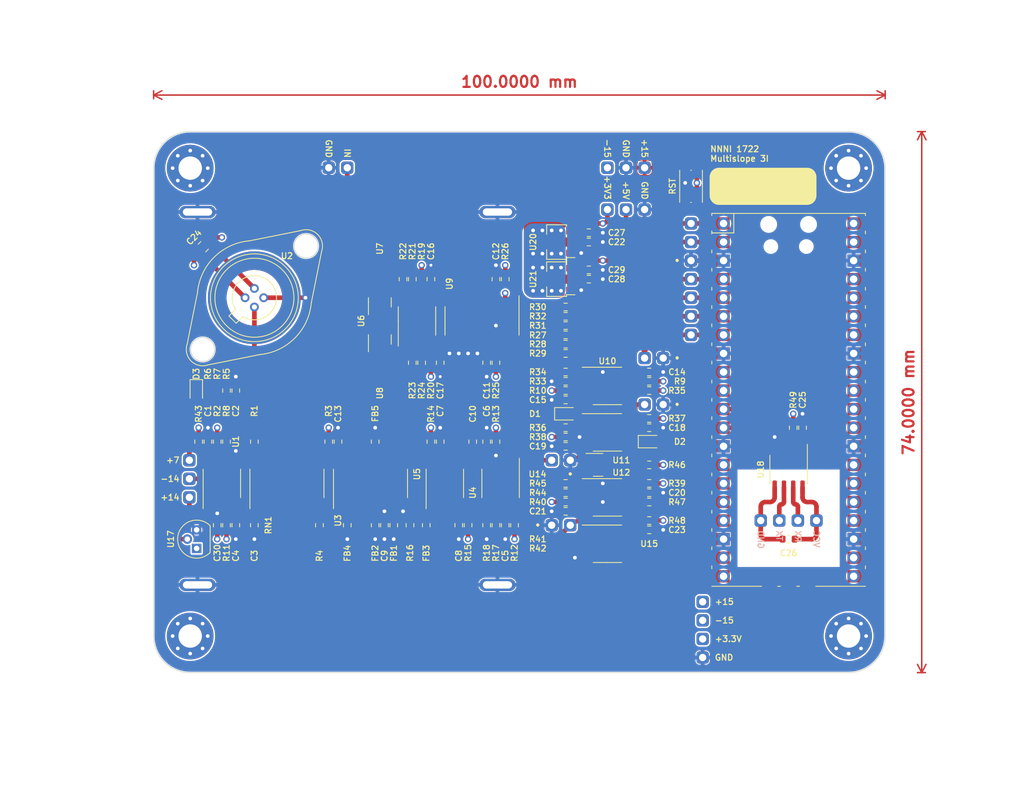
<source format=kicad_pcb>
(kicad_pcb (version 20240108) (generator "pcbnew") (generator_version "8.0")
  (layers (0 "F.Cu" signal) (1 "In1.Cu" signal) (2 "In2.Cu" signal) (31 "B.Cu" signal) (34 "B.Paste" user) (35 "F.Paste" user) (36 "B.SilkS" user "B.Silkscreen") (37 "F.SilkS" user "F.Silkscreen") (38 "B.Mask" user) (39 "F.Mask" user) (44 "Edge.Cuts" user))
  (net 0 "")
  (net 1 "GND")
  (net 2 "Net-(U1C-V+)")
  (net 3 "Net-(C2-Pad1)")
  (net 4 "Net-(RN1A-R1.1)")
  (net 5 "-15V")
  (net 6 "/-REF")
  (net 7 "/+REF")
  (net 8 "+15V")
  (net 9 "Net-(U1C-V-)")
  (net 10 "Net-(U4A-V+)")
  (net 11 "Net-(U4A-V-)")
  (net 12 "Net-(U5A-V+)")
  (net 13 "Net-(U5A-V-)")
  (net 14 "Net-(U4B--)")
  (net 15 "Net-(U9-VDD)")
  (net 16 "Net-(U9-VSS)")
  (net 17 "Net-(U3-VDD)")
  (net 18 "Net-(U10A-V+)")
  (net 19 "Net-(U10A-V-)")
  (net 20 "Net-(U11A-V+)")
  (net 21 "Net-(U11A-V-)")
  (net 22 "Net-(U12A-V+)")
  (net 23 "Net-(U12A-V-)")
  (net 24 "Net-(U15-VDD{slash}VREF)")
  (net 25 "Net-(C9-Pad1)")
  (net 26 "Net-(U18-VDD1)")
  (net 27 "/INT")
  (net 28 "Net-(R17-Pad1)")
  (net 29 "Net-(J12-Pin_1)")
  (net 30 "/BOOT+")
  (net 31 "/BOOT-")
  (net 32 "Net-(J12-Pin_4)")
  (net 33 "/VIN")
  (net 34 "Net-(D1-K)")
  (net 35 "Net-(D3-K)")
  (net 36 "Net-(U3-VEE)")
  (net 37 "Net-(U3-C0)")
  (net 38 "Net-(U3-A1)")
  (net 39 "Net-(U3-B0)")
  (net 40 "Net-(U3-A0)")
  (net 41 "Net-(J2-Pin_2)")
  (net 42 "Net-(J2-Pin_1)")
  (net 43 "Net-(J2-Pin_4)")
  (net 44 "+3V3")
  (net 45 "Net-(J12-Pin_2)")
  (net 46 "Net-(J12-Pin_3)")
  (net 47 "Net-(J13-Pin_1)")
  (net 48 "Net-(RN1A-R1.2)")
  (net 49 "Net-(U5B-+)")
  (net 50 "Net-(R6-Pad1)")
  (net 51 "Net-(U7-REF)")
  (net 52 "Net-(U8-REF)")
  (net 53 "Net-(U9-A0)")
  (net 54 "Net-(U9-A1)")
  (net 55 "Net-(U9-A2)")
  (net 56 "Net-(U10B-+)")
  (net 57 "Net-(U15-CH0)")
  (net 58 "Net-(U15-CH1)")
  (net 59 "Net-(U17-Vout)")
  (net 60 "/SLOPE")
  (net 61 "Net-(U12B--)")
  (net 62 "/COMP")
  (net 63 "Net-(U14-A)")
  (net 64 "Net-(RN1B-R2.2)")
  (net 65 "Net-(RN1B-R2.1)")
  (net 66 "Net-(RN1C-R3.1)")
  (net 67 "Net-(RN1H-R8.2)")
  (net 68 "Net-(RN1F-R6.1)")
  (net 69 "Net-(RN1G-R7.2)")
  (net 70 "Net-(SW1-B)")
  (net 75 "/RAW")
  (net 80 "Net-(U6B-+)")
  (net 90 "Net-(U15-DOUT)")
  (net 91 "Net-(U15-DIN)")
  (net 92 "Net-(U15-~{CS}{slash}SHDN)")
  (net 93 "Net-(U15-CLK)")
  (net 103 "+5V")
  (net 105 "Net-(U16-GPIO8)")
  (net 106 "/SLOPE2")
  (net 117 "/PWMA")
  (net 118 "/PWMB")
  (net 119 "/MEAS")
  (net 132 "Net-(U16-GPIO9)")
  (footprint "Resistor_SMD:R_0603_1608Metric" (layer "F.Cu") (at 177.8 118.745 180)
    (property "Reference" "C26")
    (property "Value" "1uf")
  )
  (footprint "0603 Jumper:0603 Jumper" (layer "F.Cu") (at 99.695 98.425 90)
    (property "Reference" "R7")
    (property "Value" "3K1")
  )
  (footprint "Connector_PinHeader_2.54mm:PinHeader_1x02_P2.54mm_Vertical" (layer "F.Cu") (at 158.115 93.98 90)
    (property "Reference" "J3" (hide yes))
    (property "Value" "COMP")
  )
  (footprint "Resistor_SMD:R_0603_1608Metric" (layer "F.Cu") (at 158.75 113.665 180)
    (property "Reference" "R47")
    (property "Value" "15K")
  )
  (footprint "Resistor_SMD:R_0603_1608Metric" (layer "F.Cu") (at 147.32 93.345)
    (property "Reference" "R29")
    (property "Value" "1K")
  )
  (footprint "Package_SO:SOIC-16_3.9x9.9mm_P1.27mm" (layer "F.Cu") (at 109.22 111.125 90)
    (property "Reference" "RN1")
    (property "Value" "10K")
  )
  (footprint "Resistor_SMD:R_0603_1608Metric" (layer "F.Cu") (at 139.065 116.84 90)
    (property "Reference" "C5")
    (property "Value" "1uf")
  )
  (footprint "MountingHole:MountingHole_3.2mm_M3_Pad_Via" (layer "F.Cu") (at 96 132)
    (property "Reference" "H2" (hide yes))
    (property "Value" "MountingHole")
  )
  (footprint "Resistor_SMD:R_0603_1608Metric" (layer "F.Cu") (at 147.32 104.775)
    (property "Reference" "R38")
    (property "Value" "10R")
  )
  (footprint "MountingHole:MountingHole_3.2mm_M3_Pad_Via" (layer "F.Cu") (at 96 68)
    (property "Reference" "H4" (hide yes))
    (property "Value" "MountingHole")
  )
  (footprint "Resistor_SMD:R_0603_1608Metric" (layer "F.Cu") (at 126.365 83.185 -90)
    (property "Reference" "R21")
    (property "Value" "10K")
  )
  (footprint "Resistor_SMD:R_0603_1608Metric" (layer "F.Cu") (at 147.32 114.935 180)
    (property "Reference" "C21")
    (property "Value" "1uf")
  )
  (footprint "Resistor_SMD:R_0603_1608Metric" (layer "F.Cu") (at 127.635 94.615 -90)
    (property "Reference" "R24")
    (property "Value" "10K")
  )
  (footprint "MountingHole:MountingHole_3.2mm_M3_Pad_Via" (layer "F.Cu") (at 186 68)
    (property "Reference" "H3" (hide yes))
    (property "Value" "MountingHole")
  )
  (footprint "Resistor_SMD:R_0603_1608Metric" (layer "F.Cu") (at 98.425 105.41 -90)
    (property "Reference" "C1")
    (property "Value" "1uf")
  )
  (footprint "0603 Jumper:0603 Jumper" (layer "F.Cu") (at 147.32 118.745 180)
    (property "Reference" "R41")
    (property "Value" "0R")
  )
  (footprint "Connector_PinHeader_2.54mm:PinHeader_1x03_P2.54mm_Vertical" (layer "F.Cu") (at 153.035 73.66 90)
    (property "Reference" "J15" (hide yes))
    (property "Value" "PWR")
  )
  (footprint "Resistor_SMD:R_0603_1608Metric" (layer "F.Cu") (at 125.095 83.185 90)
    (property "Reference" "R22")
    (property "Value" "10K")
  )
  (footprint "Resistor_SMD:R_0603_1608Metric" (layer "F.Cu") (at 147.32 95.885)
    (property "Reference" "R34")
    (property "Value" "100K")
  )
  (footprint "Resistor_SMD:R_0603_1608Metric" (layer "F.Cu") (at 113.665 116.84 -90)
    (property "Reference" "R4")
    (property "Value" "0R")
  )
  (footprint "Resistor_SMD:R_0603_1608Metric" (layer "F.Cu") (at 147.32 112.395)
    (property "Reference" "R44")
    (property "Value" "51K")
  )
  (footprint "Resistor_SMD:R_0603_1608Metric" (layer "F.Cu") (at 140.335 116.84 -90)
    (property "Reference" "R12")
    (property "Value" "10R")
  )
  (footprint "Resistor_SMD:R_0603_1608Metric" (layer "F.Cu") (at 117.475 116.84 -90)
    (property "Reference" "FB4")
    (property "Value" "FB")
  )
  (footprint "Resistor_SMD:R_0603_1608Metric" (layer "F.Cu") (at 126.0475 116.84 -90)
    (property "Reference" "R16")
    (property "Value" "100R")
  )
  (footprint "Connector_PinHeader_2.54mm:PinHeader_1x04_P2.54mm_Vertical" (layer "F.Cu") (at 181.61 116.205 -90)
    (property "Reference" "J12" (hide yes))
    (property "Value" "UART")
  )
  (footprint "Resistor_SMD:R_0603_1608Metric" (layer "F.Cu") (at 130.175 94.615 -90)
    (property "Reference" "C17")
    (property "Value" "1uf")
  )
  (footprint "Connector_PinHeader_2.54mm:PinHeader_1x01_P2.54mm_Vertical" (layer "F.Cu") (at 97 125)
    (property "Reference" "J4" (hide yes))
    (property "Value" "SLOT")
  )
  (footprint "Resistor_SMD:R_0603_1608Metric" (layer "F.Cu") (at 137.795 116.84 -90)
    (property "Reference" "R17")
    (property "Value" "10K")
  )
  (footprint "Resistor_SMD:R_0603_1608Metric" (layer "F.Cu") (at 99.695 105.41 90)
    (property "Reference" "R2")
    (property "Value" "10R")
  )
  (footprint "0603 Jumper:Ref Case" (layer "F.Cu") (at 104.775 85.725 45)
    (property "Reference" "N1" (hide yes))
    (property "Value" "REF CASE")
    (fp_circle (center -10 0) (end -8.350001 0) (stroke (width 0.12)) (fill none) (layer "Edge.Cuts"))
    (fp_circle (center 10 0) (end 11.65 0) (stroke (width 0.12)) (fill none) (layer "Edge.Cuts"))
  )
  (footprint "Resistor_SMD:R_0603_1608Metric" (layer "F.Cu") (at 158.75 95.885 180)
    (property "Reference" "C14")
    (property "Value" "1uf")
  )
  (footprint "Resistor_SMD:R_0603_1608Metric" (layer "F.Cu") (at 137.795 83.185 90)
    (property "Reference" "C12")
    (property "Value" "1uf")
  )
  (footprint "0603 Jumper:0603 Jumper" (layer "F.Cu") (at 128.905 94.615 -90)
    (property "Reference" "R20")
    (property "Value" "0R")
  )
  (footprint "Resistor_SMD:R_0603_1608Metric" (layer "F.Cu") (at 136.525 94.615 90)
    (property "Reference" "C11")
    (property "Value" "1uf")
  )
  (footprint "Package_SO:SOIC-16_3.9x9.9mm_P1.27mm" (layer "F.Cu") (at 120.65 111.125 90)
    (property "Reference" "U3")
    (property "Value" "SN74LV4053")
  )
  (footprint "Resistor_SMD:R_0603_1608Metric" (layer "F.Cu") (at 100.965 105.41 -90)
    (property "Reference" "R8")
    (property "Value" "0R")
  )
  (footprint "Connector_PinHeader_2.54mm:PinHeader_1x02_P2.54mm_Vertical" (layer "F.Cu") (at 158.115 100.33 90)
    (property "Reference" "J14" (hide yes))
    (property "Value" "SLOPE")
  )
  (footprint "Resistor_SMD:R_0603_1608Metric" (layer "F.Cu") (at 102.235 116.84 -90)
    (property "Reference" "C4")
    (property "Value" "1uf")
  )
  (footprint "Resistor_SMD:R_0603_1608Metric" (layer "F.Cu") (at 130.175 105.41 -90)
    (property "Reference" "C7")
    (property "Value" "1uf")
  )
  (footprint "Resistor_SMD:R_0603_1608Metric" (layer "F.Cu") (at 139.065 83.185 -90)
    (property "Reference" "R26")
    (property "Value" "10R")
  )
  (footprint "Resistor_SMD:R_0603_1608Metric" (layer "F.Cu") (at 147.32 92.075)
    (property "Reference" "R28")
    (property "Value" "1K")
  )
  (footprint "Resistor_SMD:R_0603_1608Metric" (layer "F.Cu") (at 147.32 89.535)
    (property "Reference" "R31")
    (property "Value" "1K")
  )
  (footprint "Resistor_SMD:R_0603_1608Metric" (layer "F.Cu") (at 147.32 86.995)
    (property "Reference" "R30")
    (property "Value" "1K")
  )
  (footprint "Resistor_SMD:R_0603_1608Metric" (layer "F.Cu") (at 100.965 98.425 90)
    (property "Reference" "R5")
    (property "Value" "5R1")
  )
  (footprint "Diode_SMD:D_SOD-323" (layer "F.Cu") (at 158.75 105.41)
    (property "Reference" "D2")
    (property "Value" "4148")
  )
  (footprint "Resistor_SMD:R_0603_1608Metric" (layer "F.Cu") (at 121.285 116.84 -90)
    (property "Reference" "FB2")
    (property "Value" "FB")
  )
  (footprint "Package_SO:SOIC-8_3.9x4.9mm_P1.27mm" (layer "F.Cu") (at 138.43 111.125 -90)
    (property "Reference" "U4")
    (property "Value" "OPA1xx")
  )
  (footprint "Resistor_SMD:R_0603_1608Metric" (layer "F.Cu") (at 179.705 103.505 -90)
    (property "Reference" "C25")
    (property "Value" "1uf")
  )
  (footprint "Capacitor_SMD:C_0805_2012Metric" (layer "F.Cu") (at 97.79 78.74 -135)
    (property "Reference" "C24")
    (property "Value" "1uF")
  )
  (footprint "Resistor_SMD:R_0603_1608Metric" (layer "F.Cu") (at 132.715 116.84 -90)
    (property "Reference" "C8")
    (property "Value" "1uf")
  )
  (footprint "Button_Switch_SMD:SW_Push_1P1T_NO_CK_KMR2" (layer "F.Cu") (at 164.465 70.485 90)
    (property "Reference" "SW1" (hide yes))
    (property "Value" "RST")
  )
  (footprint "Resistor_SMD:R_0603_1608Metric" (layer "F.Cu") (at 136.525 105.41 90)
    (property "Reference" "C6")
    (property "Value" "1uf")
  )
  (footprint "Resistor_SMD:R_0603_1608Metric" (layer "F.Cu") (at 158.75 112.395 180)
    (property "Reference" "C20")
    (property "Value" "1uf")
  )
  (footprint "Resistor_SMD:R_0603_1608Metric" (layer "F.Cu") (at 147.32 103.505)
    (property "Reference" "R36")
    (property "Value" "10K")
  )
  (footprint "Resistor_SMD:R_0603_1608Metric" (layer "F.Cu") (at 137.795 105.41 -90)
    (property "Reference" "R13")
    (property "Value" "10R")
  )
  (footprint "Resistor_SMD:R_0603_1608Metric" (layer "F.Cu") (at 158.75 97.155)
    (property "Reference" "R9")
    (property "Value" "10R")
  )
  (footprint "Package_TO_SOT_SMD:SOT-23" (layer "F.Cu") (at 121.92 86.36 90)
    (property "Reference" "U7")
    (property "Value" "431")
  )
  (footprint "Package_SO:SOIC-8_3.9x4.9mm_P1.27mm" (layer "F.Cu") (at 127 88.9 90)
    (property "Reference" "U6")
    (property "Value" "OPA1xx")
  )
  (footprint "Resistor_SMD:R_0603_1608Metric" (layer "F.Cu") (at 116.205 105.41 -90)
    (property "Reference" "C13")
    (property "Value" "1uf")
  )
  (footprint "Resistor_SMD:R_0603_1608Metric" (layer "F.Cu") (at 178.435 103.505 90)
    (property "Reference" "R49")
    (property "Value" "10R")
  )
  (footprint "Resistor_SMD:R_0603_1608Metric" (layer "F.Cu") (at 158.75 102.235)
    (property "Reference" "R37")
    (property "Value" "10R")
  )
  (footprint "Diode_SMD:D_SOD-323" (layer "F.Cu") (at 96.8375 98.425 -90)
    (property "Reference" "D3")
    (property "Value" "4148")
  )
  (footprint "Package_SO:SOIC-16_3.9x9.9mm_P1.27mm" (layer "F.Cu") (at 135.89 88.9 -90)
    (property "Reference" "U9")
    (property "Value" "408")
  )
  (footprint "Resistor_SMD:R_0603_1608Metric" (layer "F.Cu") (at 147.32 113.665)
    (property "Reference" "R40")
    (property "Value" "10R")
  )
  (footprint "Resistor_SMD:R_0603_1608Metric" (layer "F.Cu") (at 158.75 111.125)
    (property "Reference" "R39")
    (property "Value" "10R")
  )
  (footprint "Resistor_SMD:R_0603_1608Metric" (layer "F.Cu") (at 147.32 88.265)
    (property "Reference" "R32")
    (property "Value" "1K")
  )
  (footprint "Resistor_SMD:R_0603_1608Metric" (layer "F.Cu") (at 147.32 111.125)
    (property "Reference" "R45")
    (property "Value" "24K")
  )
  (footprint "Package_SO:SOIC-8_3.9x4.9mm_P1.27mm" (layer "F.Cu") (at 153.035 119.38)
    (property "Reference" "U15")
    (property "Value" "MCP3202")
  )
  (footprint "Connector_PinHeader_2.54mm:PinHeader_1x02_P2.54mm_Vertical" (layer "F.Cu") (at 145.415 107.95 90)
    (property "Reference" "J1" (hide yes))
    (property "Value" "INT")
  )
  (footprint "Resistor_SMD:R_0603_1608Metric" (layer "F.Cu") (at 102.235 98.425 90)
    (property "Reference" "C2")
    (property "Value" "1uF")
  )
  (footprint "Package_TO_SOT_THT:TO-92" (layer "F.Cu") (at 96.88 120.015 90)
    (property "Reference" "U17")
    (property "Value" "LM35")
  )
  (footprint "MCU_RaspberryPi_and_Boards:RPi_Pico_SMD_TH" (layer "F.Cu") (at 177.8 99.695)
    (property "Reference" "U16" (hide yes))
    (property "Value" "Pico")
  )
  (footprint "Resistor_SMD:R_0603_1608Metric" (layer "F.Cu") (at 136.525 116.84 90)
    (property "Reference" "R18")
    (property "Value" "1K")
  )
  (footprint "0603 Jumper:0603 Jumper" (layer "F.Cu") (at 147.32 120.015 180)
    (property "Reference" "R42")
    (property "Value" "0R")
  )
  (footprint "Resistor_SMD:R_0603_1608Metric" (layer "F.Cu") (at 150.495 78.105)
    (property "Reference" "C22")
    (property "Value" "1uf")
  )
  (footprint "Resistor_SMD:R_0603_1608Metric" (layer "F.Cu") (at 133.985 116.84 90)
    (property "Reference" "R15")
    (property "Value" "10R")
  )
  (footprint "Package_SO:SOIC-8_3.9x4.9mm_P1.27mm" (layer "F.Cu") (at 153.035 97.79)
    (property "Reference" "U10")
    (property "Value" "LM311")
  )
  (footprint "Resistor_SMD:R_0603_1608Metric" (layer "F.Cu") (at 100.965 116.84 90)
    (property "Reference" "R11")
    (property "Value" "10R")
  )
  (footprint "Package_SO:SOIC-8_3.9x4.9mm_P1.27mm" (layer "F.Cu") (at 130.81 111.125 90)
    (property "Reference" "U5")
    (property "Value" "OPA1xx")
  )
  (footprint "Resistor_SMD:R_0603_1608Metric" (layer "F.Cu") (at 128.905 83.185 -90)
    (property "Reference" "C16")
    (property "Value" "1uf")
  )
  (footprint "Resistor_SMD:R_0603_1608Metric" (layer "F.Cu") (at 147.32 98.425)
    (property "Reference" "R10")
    (property "Value" "10R")
  )
  (footprint "Connector_PinHeader_2.54mm:PinHeader_1x03_P2.54mm_Vertical" (layer "F.Cu") (at 95.885 107.95)
    (property "Reference" "J11" (hide yes))
    (property "Value" "TEST")
  )
  (footprint "Package_SO:SOIC-8_3.9x4.9mm_P1.27mm" (layer "F.Cu") (at 100.33 111.125 90)
    (property "Reference" "U1")
    (property "Value" "OPA21xx")
  )
  (footprint "Connector_PinHeader_2.54mm:PinHeader_1x01_P2.54mm_Vertical" (layer "F.Cu") (at 138 74)
    (property "Reference" "J9" (hide yes))
    (property "Value" "SLOT")
  )
  (footprint "Connector_PinHeader_2.54mm:PinHeader_1x07_P2.54mm_Vertical" (layer "F.Cu") (at 164.465 75.565)
    (property "Reference" "J2" (hide yes))
    (property "Value" "TEST")
  )
  (footprint "Resistor_SMD:R_0603_1608Metric" (layer "F.Cu") (at 147.32 99.695 180)
    (property "Reference" "C15")
    (property "Value" "1uf")
  )
  (footprint "Resistor_SMD:R_0603_1608Metric" (layer "F.Cu") (at 150.495 76.835)
    (property "Reference" "C27")
    (property "Value" "1uf")
  )
  (footprint "Resistor_SMD:R_0603_1608Metric" (layer "F.Cu") (at 123.825 116.84 -90)
    (property "Reference" "FB1")
    (property "Value" "FB")
  )
  (footprint "Resistor_SMD:R_0603_1608Metric" (layer "F.Cu") (at 158.75 116.205)
    (property "Reference" "R48")
    (property "Value" "10R")
  )
  (footprint "Package_SO:SOIC-8_3.9x4.9mm_P1.27mm" (layer "F.Cu") (at 153.035 104.14)
    (property "Reference" "U11")
    (property "Value" "NE5534")
  )
  (footprint "MountingHole:MountingHole_3.2mm_M3_Pad_Via" (layer "F.Cu") (at 186 132)
    (property "Reference" "H1" (hide yes))
    (property "Value" "MountingHole")
  )
  (footprint "Resistor_SMD:R_0603_1608Metric" (layer "F.Cu") (at 137.795 94.615 -90)
    (property "Reference" "R25")
    (property "Value" "10R")
  )
  (footprint "Connector_PinHeader_2.54mm:PinHeader_1x01_P2.54mm_Vertical" (layer "F.Cu") (at 138 125)
    (property "Reference" "J5" (hide yes))
    (property "Value" "SLOT")
  )
  (footprint "Resistor_SMD:R_0603_1608Metric" (layer "F.Cu") (at 128.27 116.84 90)
    (property "Reference" "FB3")
    (property "Value" "FB")
  )
  (footprint "Package_SO:SOIC-8_3.9x4.9mm_P1.27mm" (layer "F.Cu") (at 177.8 109.22 -90)
    (property "Reference" "U18")
    (property "Value" "ADuM121N")
  )
  (footprint "Resistor_SMD:R_0603_1608Metric" (layer "F.Cu") (at 104.775 105.41 90)
    (property "Reference" "R1")
    (property "Value" "0R")
  )
  (footprint "Resistor_SMD:R_0603_1608Metric" (layer "F.Cu") (at 147.32 90.805)
    (property "Reference" "R27")
    (property "Value" "1K")
  )
  (footprint "Resistor_SMD:R_0603_1608Metric" (layer "F.Cu") (at 158.75 98.425)
    (property "Reference" "R35")
    (property "Value" "1K")
  )
  (footprint "Resistor_SMD:R_0603_1608Metric" (layer "F.Cu") (at 99.695 116.84 -90)
    (property "Reference" "C30")
    (property "Value" "1uf")
  )
  (footprint "Resistor_SMD:R_0603_1608Metric" (layer "F.Cu") (at 121.285 105.41 90)
    (property "Reference" "FB5")
    (property "Value" "FB")
  )
  (footprint "Resistor_SMD:R_0603_1608Metric" (layer "F.Cu") (at 128.905 105.41 90)
    (property "Reference" "R14")
    (property "Value" "10R")
  )
  (footprint "Resistor_SMD:R_0603_1608Metric" (layer "F.Cu") (at 134.62 105.41 90)
    (property "Reference" "C10")
    (property "Value" "1nF")
  )
  (footprint "Resistor_SMD:R_0603_1608Metric" (layer "F.Cu") (at 147.32 97.155)
    (property "Reference" "R33")
    (property "Value" "1K")
  )
  (footprint "Resistor_SMD:R_0603_1608Metric" (layer "F.Cu") (at 126.365 94.615 90)
    (property "Reference" "R23")
    (property "Value" "10K")
  )
  (footprint "Connector_PinHeader_2.54mm:PinHeader_1x04_P2.54mm_Vertical" (layer "F.Cu") (at 166.0525 127.3175)
    (property "Reference" "J10" (hide yes))
    (property "Value" "PWR")
  )
  (footprint "Connector_PinHeader_2.54mm:PinHeader_1x03_P2.54mm_Vertical" (layer "F.Cu") (at 158.115 67.945 -90)
    (property "Reference" "J8" (hide yes))
    (property "Value" "PWR")
  )
  (footprint "Package_TO_SOT_SMD:SOT-23" (layer "F.Cu") (at 121.92 91.44 90)
    (property "Reference" "U8")
    (property "Value" "431")
  )
  (footprint "Package_SO:SOIC-8_3.9x4.9mm_P1.27mm" (layer "F.Cu") (at 153.035 113.03)
    (property "Reference" "U12")
    (property "Value" "OPA197")
  )
  (footprint "Resistor_SMD:R_0603_1608Metric" (layer "F.Cu") (at 114.935 105.41 90)
    (property "Reference" "R3")
    (property "Value" "10R")
  )
  (footprint "Diode_SMD:D_SOD-323" (layer "F.Cu") (at 147.32 101.6)
    (property "Reference" "D1")
    (property "Value" "4148")
  )
  (footprint "Package_TO_SOT_SMD:SOT-89-3" (layer "F.Cu") (at 146.3925 83.185 180)
    (property "Reference" "U21")
    (property "Value" "HT7550")
  )
  (footprint "Package_TO_SOT_SMD:SOT-23" (layer "F.Cu") (at 151.765 108.585)
    (property "Reference" "U14")
    (property "Value" "431")
  )
  (footprint "0603 Jumper:0603 Jumper" (layer "F.Cu") (at 98.425 98.425 -90)
    (property "Reference" "R6")
    (property "Value" "3K1")
  )
  (footprint "Resistor_SMD:R_0603_1608Metric" (layer "F.Cu") (at 97.155 105.41 90)
    (property "Reference" "R43")
    (property "Value" "100K")
  )
  (footprint "Resistor_SMD:R_0603_1608Metric" (layer "F.Cu") (at 122.555 116.84 -90)
    (property "Reference" "C9")
    (property "Value" "100pF")
  )
  (footprint "Resistor_SMD:R_0603_1608Metric" (layer "F.Cu") (at 150.495 83.185)
    (property "Reference" "C28")
    (property "Value" "1uf")
  )
  (footprint "Connector_PinHeader_2.54mm:PinHeader_1x01_P2.54mm_Vertical" (layer "F.Cu") (at 97 74)
    (property "Reference" "J6" (hide yes))
    (property "Value" "SLOT")
  )
  (footprint "Connector_PinHeader_2.54mm:PinHeader_1x02_P2.54mm_Vertical" (layer "F.Cu") (at 147.955 116.84 -90)
    (property "Reference" "J7" (hide yes))
    (property "Value" "SLOPE2")
  )
  (footprint "Resistor_SMD:R_0603_1608Metric" (layer "F.Cu") (at 158.75 108.585)
    (property "Reference" "R46")
    (property "Value" "5K6")
  )
  (footprint "Connector_PinHeader_2.54mm:PinHeader_1x02_P2.54mm_Vertical" (layer "F.Cu") (at 117.475 67.945 -90)
    (property "Reference" "J13" (hide yes))
    (property "Value" "INPUT")
  )
  (footprint "Package_TO_SOT_SMD:SOT-89-3" (layer "F.Cu") (at 146.3925 78.105 180)
    (property "Reference" "U20")
    (property "Value" "HT7533")
  )
  (footprint "Resistor_SMD:R_0603_1608Metric" (layer "F.Cu") (at 147.32 106.045 180)
    (property "Reference" "C19")
    (property "Value" "1uf")
  )
  (footprint "Resistor_SMD:R_0603_1608Metric" (layer "F.Cu") (at 158.75 117.475 180)
    (property "Reference" "C23")
    (property "Value" "1uf")
  )
  (footprint "0603 Jumper:0603 Jumper" (layer "F.Cu") (at 127.635 83.185 -90)
    (property "Reference" "R19")
    (property "Value" "0R")
  )
  (footprint "Resistor_SMD:R_0603_1608Metric" (layer "F.Cu") (at 158.75 103.505 180)
    (property "Reference" "C18")
    (property "Value" "1uf")
  )
  (footprint "Package_TO_SOT_THT:Analog_TO-46-4_ThermalShield" (layer "F.Cu") (at 104.775 86.995 90)
    (property "Reference" "U2")
    (property "Value" "LM399")
  )
  (footprint "Resistor_SMD:R_0603_1608Metric" (layer "F.Cu") (at 104.775 116.84 -90)
    (property "Reference" "C3")
    (property "Value" "100nF")
  )
  (footprint "Resistor_SMD:R_0603_1608Metric" (layer "F.Cu") (at 150.495 81.915)
    (property "Reference" "C29")
    (property "Value" "1uf")
  )
  (gr_rect (start 154.94 133.35) (end 155.575 133.985) (stroke (width 0.2)) (fill solid) (layer "F.Cu"))
  (gr_rect (start 120.65 130.81) (end 121.285 131.445) (stroke (width 0.2)) (fill solid) (layer "F.Cu"))
  (gr_rect (start 148.59 133.35) (end 149.225 133.985) (stroke (width 0.2)) (fill solid) (layer "F.Cu"))
  (gr_rect (start 154.94 129.54) (end 155.575 130.175) (stroke (width 0.2)) (fill solid) (layer "F.Cu"))
  (gr_rect (start 102.87 134.62) (end 103.505 135.255) (stroke (width 0.2)) (fill solid) (layer "F.Cu"))
  (gr_rect (start 161.29 133.35) (end 161.925 133.985) (stroke (width 0.2)) (fill solid) (layer "F.Cu"))
  (gr_rect (start 118.11 127) (end 118.745 127.635) (stroke (width 0.2)) (fill solid) (layer "F.Cu"))
  (gr_rect (start 157.48 127) (end 158.115 127.635) (stroke (width 0.2)) (fill solid) (layer "F.Cu"))
  (gr_rect (start 143.51 129.54) (end 144.145 130.175) (stroke (width 0.2)) (fill solid) (layer "F.Cu"))
  (gr_rect (start 128.27 127) (end 128.905 127.635) (stroke (width 0.2)) (fill solid) (layer "F.Cu"))
  (gr_rect (start 107.95 130.81) (end 108.585 131.445) (stroke (width 0.2)) (fill solid) (layer "F.Cu"))
  (gr_rect (start 137.16 128.27) (end 137.795 128.905) (stroke (width 0.2)) (fill solid) (layer "F.Cu"))
  (gr_rect (start 109.22 127) (end 109.855 127.635) (stroke (width 0.2)) (fill solid) (layer "F.Cu"))
  (gr_rect (start 149.86 127) (end 150.495 127.635) (stroke (width 0.2)) (fill solid) (layer "F.Cu"))
  (gr_rect (start 146.05 132.08) (end 146.685 132.715) (stroke (width 0.2)) (fill solid) (layer "F.Cu"))
  (gr_rect (start 118.11 129.54) (end 118.745 130.175) (stroke (width 0.2)) (fill solid) (layer "F.Cu"))
  (gr_rect (start 101.6 128.27) (end 102.235 128.905) (stroke (width 0.2)) (fill solid) (layer "F.Cu"))
  (gr_rect (start 163.83 129.54) (end 164.465 130.175) (stroke (width 0.2)) (fill solid) (layer "F.Cu"))
  (gr_rect (start 151.13 132.08) (end 151.765 132.715) (stroke (width 0.2)) (fill solid) (layer "F.Cu"))
  (gr_rect (start 135.89 128.27) (end 136.525 128.905) (stroke (width 0.2)) (fill solid) (layer "F.Cu"))
  (gr_rect (start 104.14 133.35) (end 104.775 133.985) (stroke (width 0.2)) (fill solid) (layer "F.Cu"))
  (gr_rect (start 143.51 132.08) (end 144.145 132.715) (stroke (width 0.2)) (fill solid) (layer "F.Cu"))
  (gr_rect (start 162.56 127) (end 163.195 127.635) (stroke (width 0.2)) (fill solid) (layer "F.Cu"))
  (gr_rect (start 133.35 132.08) (end 133.985 132.715) (stroke (width 0.2)) (fill solid) (layer "F.Cu"))
  (gr_rect (start 110.49 128.27) (end 111.125 128.905) (stroke (width 0.2)) (fill solid) (layer "F.Cu"))
  (gr_rect (start 107.95 129.54) (end 108.585 130.175) (stroke (width 0.2)) (fill solid) (layer "F.Cu"))
  (gr_rect (start 152.4 128.27) (end 153.035 128.905) (stroke (width 0.2)) (fill solid) (layer "F.Cu"))
  (gr_rect (start 163.83 132.08) (end 164.465 132.715) (stroke (width 0.2)) (fill solid) (layer "F.Cu"))
  (gr_rect (start 127 130.81) (end 127.635 131.445) (stroke (width 0.2)) (fill solid) (layer "F.Cu"))
  (gr_rect (start 158.75 130.81) (end 159.385 131.445) (stroke (width 0.2)) (fill solid) (layer "F.Cu"))
  (gr_rect (start 102.87 129.54) (end 103.505 130.175) (stroke (width 0.2)) (fill solid) (layer "F.Cu"))
  (gr_rect (start 152.4 130.81) (end 153.035 131.445) (stroke (width 0.2)) (fill solid) (layer "F.Cu"))
  (gr_rect (start 146.05 130.81) (end 146.685 131.445) (stroke (width 0.2)) (fill solid) (layer "F.Cu"))
  (gr_rect (start 123.19 132.08) (end 123.825 132.715) (stroke (width 0.2)) (fill solid) (layer "F.Cu"))
  (gr_rect (start 156.21 129.54) (end 156.845 130.175) (stroke (width 0.2)) (fill solid) (layer "F.Cu"))
  (gr_rect (start 132.08 129.54) (end 132.715 130.175) (stroke (width 0.2)) (fill solid) (layer "F.Cu"))
  (gr_rect (start 137.16 130.81) (end 137.795 131.445) (stroke (width 0.2)) (fill solid) (layer "F.Cu"))
  (gr_rect (start 125.73 132.08) (end 126.365 132.715) (stroke (width 0.2)) (fill solid) (layer "F.Cu"))
  (gr_rect (start 106.68 129.54) (end 107.315 130.175) (stroke (width 0.2)) (fill solid) (layer "F.Cu"))
  (gr_rect (start 153.67 134.62) (end 154.305 135.255) (stroke (width 0.2)) (fill solid) (layer "F.Cu"))
  (gr_rect (start 124.46 128.27) (end 125.095 128.905) (stroke (width 0.2)) (fill solid) (layer "F.Cu"))
  (gr_rect (start 110.49 130.81) (end 111.125 131.445) (stroke (width 0.2)) (fill solid) (layer "F.Cu"))
  (gr_rect (start 128.27 134.62) (end 128.905 135.255) (stroke (width 0.2)) (fill solid) (layer "F.Cu"))
  (gr_rect (start 102.87 127) (end 103.505 127.635) (stroke (width 0.2)) (fill solid) (layer "F.Cu"))
  (gr_rect (start 133.35 133.35) (end 133.985 133.985) (stroke (width 0.2)) (fill solid) (layer "F.Cu"))
  (gr_rect (start 130.81 133.35) (end 131.445 133.985) (stroke (width 0.2)) (fill solid) (layer "F.Cu"))
  (gr_rect (start 104.14 134.62) (end 104.775 135.255) (stroke (width 0.2)) (fill solid) (layer "F.Cu"))
  (gr_rect (start 123.19 128.27) (end 123.825 128.905) (stroke (width 0.2)) (fill solid) (layer "F.Cu"))
  (gr_rect (start 107.95 133.35) (end 108.585 133.985) (stroke (width 0.2)) (fill solid) (layer "F.Cu"))
  (gr_rect (start 104.14 129.54) (end 104.775 130.175) (stroke (width 0.2)) (fill solid) (layer "F.Cu"))
  (gr_rect (start 124.46 130.81) (end 125.095 131.445) (stroke (width 0.2)) (fill solid) (layer "F.Cu"))
  (gr_rect (start 119.38 132.08) (end 120.015 132.715) (stroke (width 0.2)) (fill solid) (layer "F.Cu"))
  (gr_rect (start 151.13 134.62) (end 151.765 135.255) (stroke (width 0.2)) (fill solid) (layer "F.Cu"))
  (gr_rect (start 125.73 129.54) (end 126.365 130.175) (stroke (width 0.2)) (fill solid) (layer "F.Cu"))
  (gr_rect (start 128.27 132.08) (end 128.905 132.715) (stroke (width 0.2)) (fill solid) (layer "F.Cu"))
  (gr_rect (start 142.24 130.81) (end 142.875 131.445) (stroke (width 0.2)) (fill solid) (layer "F.Cu"))
  (gr_rect (start 107.95 134.62) (end 108.585 135.255) (stroke (width 0.2)) (fill solid) (layer "F.Cu"))
  (gr_rect (start 148.59 130.81) (end 149.225 131.445) (stroke (width 0.2)) (fill solid) (layer "F.Cu"))
  (gr_rect (start 138.43 128.27) (end 139.065 128.905) (stroke (width 0.2)) (fill solid) (layer "F.Cu"))
  (gr_rect (start 142.24 127) (end 142.875 127.635) (stroke (width 0.2)) (fill solid) (layer "F.Cu"))
  (gr_rect (start 153.67 132.08) (end 154.305 132.715) (stroke (width 0.2)) (fill solid) (layer "F.Cu"))
  (gr_rect (start 102.87 133.35) (end 103.505 133.985) (stroke (width 0.2)) (fill solid) (layer "F.Cu"))
  (gr_rect (start 137.16 127) (end 137.795 127.635) (stroke (width 0.2)) (fill solid) (layer "F.Cu"))
  (gr_rect (start 110.49 129.54) (end 111.125 130.175) (stroke (width 0.2)) (fill solid) (layer "F.Cu"))
  (gr_rect (start 137.16 134.62) (end 137.795 135.255) (stroke (width 0.2)) (fill solid) (layer "F.Cu"))
  (gr_rect (start 123.19 127) (end 123.825 127.635) (stroke (width 0.2)) (fill solid) (layer "F.Cu"))
  (gr_rect (start 104.14 130.81) (end 104.775 131.445) (stroke (width 0.2)) (fill solid) (layer "F.Cu"))
  (gr_rect (start 148.59 129.54) (end 149.225 130.175) (stroke (width 0.2)) (fill solid) (layer "F.Cu"))
  (gr_rect (start 156.21 128.27) (end 156.845 128.905) (stroke (width 0.2)) (fill solid) (layer "F.Cu"))
  (gr_rect (start 129.54 133.35) (end 130.175 133.985) (stroke (width 0.2)) (fill solid) (layer "F.Cu"))
  (gr_rect (start 115.57 134.62) (end 116.205 135.255) (stroke (width 0.2)) (fill solid) (layer "F.Cu"))
  (gr_rect (start 139.7 127) (end 140.335 127.635) (stroke (width 0.2)) (fill solid) (layer "F.Cu"))
  (gr_rect (start 156.21 134.62) (end 156.845 135.255) (stroke (width 0.2)) (fill solid) (layer "F.Cu"))
  (gr_rect (start 142.24 128.27) (end 142.875 128.905) (stroke (width 0.2)) (fill solid) (layer "F.Cu"))
  (gr_rect (start 148.59 134.62) (end 149.225 135.255) (stroke (width 0.2)) (fill solid) (layer "F.Cu"))
  (gr_rect (start 110.49 127) (end 111.125 127.635) (stroke (width 0.2)) (fill solid) (layer "F.Cu"))
  (gr_rect (start 153.67 128.27) (end 154.305 128.905) (stroke (width 0.2)) (fill solid) (layer "F.Cu"))
  (gr_rect (start 154.94 128.27) (end 155.575 128.905) (stroke (width 0.2)) (fill solid) (layer "F.Cu"))
  (gr_rect (start 160.02 132.08) (end 160.655 132.715) (stroke (width 0.2)) (fill solid) (layer "F.Cu"))
  (gr_rect (start 132.08 132.08) (end 132.715 132.715) (stroke (width 0.2)) (fill solid) (layer "F.Cu"))
  (gr_rect (start 128.27 133.35) (end 128.905 133.985) (stroke (width 0.2)) (fill solid) (layer "F.Cu"))
  (gr_rect (start 161.29 129.54) (end 161.925 130.175) (stroke (width 0.2)) (fill solid) (layer "F.Cu"))
  (gr_rect (start 157.48 130.81) (end 158.115 131.445) (stroke (width 0.2)) (fill solid) (layer "F.Cu"))
  (gr_rect (start 130.81 128.27) (end 131.445 128.905) (stroke (width 0.2)) (fill solid) (layer "F.Cu"))
  (gr_rect (start 149.86 132.08) (end 150.495 132.715) (stroke (width 0.2)) (fill solid) (layer "F.Cu"))
  (gr_rect (start 102.87 130.81) (end 103.505 131.445) (stroke (width 0.2)) (fill solid) (layer "F.Cu"))
  (gr_rect (start 127 133.35) (end 127.635 133.985) (stroke (width 0.2)) (fill solid) (layer "F.Cu"))
  (gr_rect (start 114.3 127) (end 114.935 127.635) (stroke (width 0.2)) (fill solid) (layer "F.Cu"))
  (gr_rect (start 105.41 129.54) (end 106.045 130.175) (stroke (width 0.2)) (fill solid) (layer "F.Cu"))
  (gr_rect (start 133.35 134.62) (end 133.985 135.255) (stroke (width 0.2)) (fill solid) (layer "F.Cu"))
  (gr_rect (start 104.14 128.27) (end 104.775 128.905) (stroke (width 0.2)) (fill solid) (layer "F.Cu"))
  (gr_rect (start 121.92 128.27) (end 122.555 128.905) (stroke (width 0.2)) (fill solid) (layer "F.Cu"))
  (gr_rect (start 151.13 128.27) (end 151.765 128.905) (stroke (width 0.2)) (fill solid) (layer "F.Cu"))
  (gr_rect (start 120.65 132.08) (end 121.285 132.715) (stroke (width 0.2)) (fill solid) (layer "F.Cu"))
  (gr_rect (start 115.57 130.81) (end 116.205 131.445) (stroke (width 0.2)) (fill solid) (layer "F.Cu"))
  (gr_rect (start 115.57 128.27) (end 116.205 128.905) (stroke (width 0.2)) (fill solid) (layer "F.Cu"))
  (gr_rect (start 109.22 128.27) (end 109.855 128.905) (stroke (width 0.2)) (fill solid) (layer "F.Cu"))
  (gr_rect (start 134.62 129.54) (end 135.255 130.175) (stroke (width 0.2)) (fill solid) (layer "F.Cu"))
  (gr_rect (start 161.29 132.08) (end 161.925 132.715) (stroke (width 0.2)) (fill solid) (layer "F.Cu"))
  (gr_rect (start 158.75 132.08) (end 159.385 132.715) (stroke (width 0.2)) (fill solid) (layer "F.Cu"))
  (gr_rect (start 151.13 129.54) (end 151.765 130.175) (stroke (width 0.2)) (fill solid) (layer "F.Cu"))
  (gr_rect (start 144.78 127) (end 145.415 127.635) (stroke (width 0.2)) (fill solid) (layer "F.Cu"))
  (gr_rect (start 106.68 132.08) (end 107.315 132.715) (stroke (width 0.2)) (fill solid) (layer "F.Cu"))
  (gr_rect (start 135.89 129.54) (end 136.525 130.175) (stroke (width 0.2)) (fill solid) (layer "F.Cu"))
  (gr_rect (start 146.05 134.62) (end 146.685 135.255) (stroke (width 0.2)) (fill solid) (layer "F.Cu"))
  (gr_rect (start 116.84 128.27) (end 117.475 128.905) (stroke (width 0.2)) (fill solid) (layer "F.Cu"))
  (gr_rect (start 162.56 129.54) (end 163.195 130.175) (stroke (width 0.2)) (fill solid) (layer "F.Cu"))
  (gr_rect (start 106.68 130.81) (end 107.315 131.445) (stroke (width 0.2)) (fill solid) (layer "F.Cu"))
  (gr_rect (start 121.92 134.62) (end 122.555 135.255) (stroke (width 0.2)) (fill solid) (layer "F.Cu"))
  (gr_rect (start 163.83 130.81) (end 164.465 131.445) (stroke (width 0.2)) (fill solid) (layer "F.Cu"))
  (gr_rect (start 140.97 129.54) (end 141.605 130.175) (stroke (width 0.2)) (fill solid) (layer "F.Cu"))
  (gr_rect (start 106.68 127) (end 107.315 127.635) (stroke (width 0.2)) (fill solid) (layer "F.Cu"))
  (gr_rect (start 138.43 132.08) (end 139.065 132.715) (stroke (width 0.2)) (fill solid) (layer "F.Cu"))
  (gr_rect (start 129.54 130.81) (end 130.175 131.445) (stroke (width 0.2)) (fill solid) (layer "F.Cu"))
  (gr_rect (start 116.84 129.54) (end 117.475 130.175) (stroke (width 0.2)) (fill solid) (layer "F.Cu"))
  (gr_rect (start 113.03 129.54) (end 113.665 130.175) (stroke (width 0.2)) (fill solid) (layer "F.Cu"))
  (gr_rect (start 138.43 129.54) (end 139.065 130.175) (stroke (width 0.2)) (fill solid) (layer "F.Cu"))
  (gr_rect (start 130.81 127) (end 131.445 127.635) (stroke (width 0.2)) (fill solid) (layer "F.Cu"))
  (gr_rect (start 128.27 130.81) (end 128.905 131.445) (stroke (width 0.2)) (fill solid) (layer "F.Cu"))
  (gr_rect (start 160.02 128.27) (end 160.655 128.905) (stroke (width 0.2)) (fill solid) (layer "F.Cu"))
  (gr_rect (start 125.73 133.35) (end 126.365 133.985) (stroke (width 0.2)) (fill solid) (layer "F.Cu"))
  (gr_rect (start 120.65 127) (end 121.285 127.635) (stroke (width 0.2)) (fill solid) (layer "F.Cu"))
  (gr_rect (start 111.76 129.54) (end 112.395 130.175) (stroke (width 0.2)) (fill solid) (layer "F.Cu"))
  (gr_rect (start 163.83 127) (end 164.465 127.635) (stroke (width 0.2)) (fill solid) (layer "F.Cu"))
  (gr_rect (start 125.73 127) (end 126.365 127.635) (stroke (width 0.2)) (fill solid) (layer "F.Cu"))
  (gr_rect (start 163.83 133.35) (end 164.465 133.985) (stroke (width 0.2)) (fill solid) (layer "F.Cu"))
  (gr_rect (start 114.3 132.08) (end 114.935 132.715) (stroke (width 0.2)) (fill solid) (layer "F.Cu"))
  (gr_rect (start 134.62 134.62) (end 135.255 135.255) (stroke (width 0.2)) (fill solid) (layer "F.Cu"))
  (gr_rect (start 134.62 128.27) (end 135.255 128.905) (stroke (width 0.2)) (fill solid) (layer "F.Cu"))
  (gr_rect (start 101.6 132.08) (end 102.235 132.715) (stroke (width 0.2)) (fill solid) (layer "F.Cu"))
  (gr_rect (start 107.95 128.27) (end 108.585 128.905) (stroke (width 0.2)) (fill solid) (layer "F.Cu"))
  (gr_rect (start 105.41 132.08) (end 106.045 132.715) (stroke (width 0.2)) (fill solid) (layer "F.Cu"))
  (gr_rect (start 149.86 134.62) (end 150.495 135.255) (stroke (width 0.2)) (fill solid) (layer "F.Cu"))
  (gr_rect (start 143.51 133.35) (end 144.145 133.985) (stroke (width 0.2)) (fill solid) (layer "F.Cu"))
  (gr_rect (start 144.78 128.27) (end 145.415 128.905) (stroke (width 0.2)) (fill solid) (layer "F.Cu"))
  (gr_rect (start 140.97 127) (end 141.605 127.635) (stroke (width 0.2)) (fill solid) (layer "F.Cu"))
  (gr_rect (start 118.11 130.81) (end 118.745 131.445) (stroke (width 0.2)) (fill solid) (layer "F.Cu"))
  (gr_rect (start 151.13 133.35) (end 151.765 133.985) (stroke (width 0.2)) (fill solid) (layer "F.Cu"))
  (gr_rect (start 114.3 133.35) (end 114.935 133.985) (stroke (width 0.2)) (fill solid) (layer "F.Cu"))
  (gr_rect (start 113.03 130.81) (end 113.665 131.445) (stroke (width 0.2)) (fill solid) (layer "F.Cu"))
  (gr_rect (start 140.97 134.62) (end 141.605 135.255) (stroke (width 0.2)) (fill solid) (layer "F.Cu"))
  (gr_rect (start 162.56 130.81) (end 163.195 131.445) (stroke (width 0.2)) (fill solid) (layer "F.Cu"))
  (gr_rect (start 114.3 130.81) (end 114.935 131.445) (stroke (width 0.2)) (fill solid) (layer "F.Cu"))
  (gr_rect (start 139.7 129.54) (end 140.335 130.175) (stroke (width 0.2)) (fill solid) (layer "F.Cu"))
  (gr_rect (start 132.08 130.81) (end 132.715 131.445) (stroke (width 0.2)) (fill solid) (layer "F.Cu"))
  (gr_rect (start 139.7 134.62) (end 140.335 135.255) (stroke (width 0.2)) (fill solid) (layer "F.Cu"))
  (gr_rect (start 140.97 133.35) (end 141.605 133.985) (stroke (width 0.2)) (fill solid) (layer "F.Cu"))
  (gr_rect (start 154.94 134.62) (end 155.575 135.255) (stroke (width 0.2)) (fill solid) (layer "F.Cu"))
  (gr_rect (start 101.6 127) (end 102.235 127.635) (stroke (width 0.2)) (fill solid) (layer "F.Cu"))
  (gr_rect (start 101.6 129.54) (end 102.235 130.175) (stroke (width 0.2)) (fill solid) (layer "F.Cu"))
  (gr_rect (start 123.19 134.62) (end 123.825 135.255) (stroke (width 0.2)) (fill solid) (layer "F.Cu"))
  (gr_rect (start 104.14 127) (end 104.775 127.635) (stroke (width 0.2)) (fill solid) (layer "F.Cu"))
  (gr_rect (start 135.89 130.81) (end 136.525 131.445) (stroke (width 0.2)) (fill solid) (layer "F.Cu"))
  (gr_rect (start 147.32 134.62) (end 147.955 135.255) (stroke (width 0.2)) (fill solid) (layer "F.Cu"))
  (gr_rect (start 162.56 132.08) (end 163.195 132.715) (stroke (width 0.2)) (fill solid) (layer "F.Cu"))
  (gr_rect (start 116.84 133.35) (end 117.475 133.985) (stroke (width 0.2)) (fill solid) (layer "F.Cu"))
  (gr_rect (start 119.38 134.62) (end 120.015 135.255) (stroke (width 0.2)) (fill solid) (layer "F.Cu"))
  (gr_rect (start 121.92 130.81) (end 122.555 131.445) (stroke (width 0.2)) (fill solid) (layer "F.Cu"))
  (gr_rect (start 129.54 132.08) (end 130.175 132.715) (stroke (width 0.2)) (fill solid) (layer "F.Cu"))
  (gr_rect (start 124.46 133.35) (end 125.095 133.985) (stroke (width 0.2)) (fill solid) (layer "F.Cu"))
  (gr_rect (start 134.62 133.35) (end 135.255 133.985) (stroke (width 0.2)) (fill solid) (layer "F.Cu"))
  (gr_rect (start 144.78 129.54) (end 145.415 130.175) (stroke (width 0.2)) (fill solid) (layer "F.Cu"))
  (gr_rect (start 154.94 127) (end 155.575 127.635) (stroke (width 0.2)) (fill solid) (layer "F.Cu"))
  (gr_rect (start 116.84 132.08) (end 117.475 132.715) (stroke (width 0.2)) (fill solid) (layer "F.Cu"))
  (gr_rect (start 148.59 132.08) (end 149.225 132.715) (stroke (width 0.2)) (fill solid) (layer "F.Cu"))
  (gr_rect (start 162.56 133.35) (end 163.195 133.985) (stroke (width 0.2)) (fill solid) (layer "F.Cu"))
  (gr_rect (start 101.6 130.81) (end 102.235 131.445) (stroke (width 0.2)) (fill solid) (layer "F.Cu"))
  (gr_rect (start 162.56 128.27) (end 163.195 128.905) (stroke (width 0.2)) (fill solid) (layer "F.Cu"))
  (gr_rect (start 115.57 127) (end 116.205 127.635) (stroke (width 0.2)) (fill solid) (layer "F.Cu"))
  (gr_rect (start 147.32 133.35) (end 147.955 133.985) (stroke (width 0.2)) (fill solid) (layer "F.Cu"))
  (gr_rect (start 157.48 133.35) (end 158.115 133.985) (stroke (width 0.2)) (fill solid) (layer "F.Cu"))
  (gr_rect (start 101.6 133.35) (end 102.235 133.985) (stroke (width 0.2)) (fill solid) (layer "F.Cu"))
  (gr_rect (start 152.4 132.08) (end 153.035 132.715) (stroke (width 0.2)) (fill solid) (layer "F.Cu"))
  (gr_rect (start 110.49 134.62) (end 111.125 135.255) (stroke (width 0.2)) (fill solid) (layer "F.Cu"))
  (gr_rect (start 125.73 128.27) (end 126.365 128.905) (stroke (width 0.2)) (fill solid) (layer "F.Cu"))
  (gr_rect (start 123.19 129.54) (end 123.825 130.175) (stroke (width 0.2)) (fill solid) (layer "F.Cu"))
  (gr_rect (start 102.87 128.27) (end 103.505 128.905) (stroke (width 0.2)) (fill solid) (layer "F.Cu"))
  (gr_rect (start 160.02 127) (end 160.655 127.635) (stroke (width 0.2)) (fill solid) (layer "F.Cu"))
  (gr_rect (start 163.83 134.62) (end 164.465 135.255) (stroke (width 0.2)) (fill solid) (layer "F.Cu"))
  (gr_rect (start 149.86 133.35) (end 150.495 133.985) (stroke (width 0.2)) (fill solid) (layer "F.Cu"))
  (gr_rect (start 140.97 132.08) (end 141.605 132.715) (stroke (width 0.2)) (fill solid) (layer "F.Cu"))
  (gr_rect (start 148.59 128.27) (end 149.225 128.905) (stroke (width 0.2)) (fill solid) (layer "F.Cu"))
  (gr_rect (start 148.59 127) (end 149.225 127.635) (stroke (width 0.2)) (fill solid) (layer "F.Cu"))
  (gr_rect (start 154.94 132.08) (end 155.575 132.715) (stroke (width 0.2)) (fill solid) (layer "F.Cu"))
  (gr_rect (start 161.29 130.81) (end 161.925 131.445) (stroke (width 0.2)) (fill solid) (layer "F.Cu"))
  (gr_rect (start 127 134.62) (end 127.635 135.255) (stroke (width 0.2)) (fill solid) (layer "F.Cu"))
  (gr_rect (start 158.75 128.27) (end 159.385 128.905) (stroke (width 0.2)) (fill solid) (layer "F.Cu"))
  (gr_rect (start 124.46 129.54) (end 125.095 130.175) (stroke (width 0.2)) (fill solid) (layer "F.Cu"))
  (gr_rect (start 116.84 127) (end 117.475 127.635) (stroke (width 0.2)) (fill solid) (layer "F.Cu"))
  (gr_rect (start 121.92 127) (end 122.555 127.635) (stroke (width 0.2)) (fill solid) (layer "F.Cu"))
  (gr_rect (start 142.24 132.08) (end 142.875 132.715) (stroke (width 0.2)) (fill solid) (layer "F.Cu"))
  (gr_rect (start 125.73 134.62) (end 126.365 135.255) (stroke (width 0.2)) (fill solid) (layer "F.Cu"))
  (gr_rect (start 129.54 127) (end 130.175 127.635) (stroke (width 0.2)) (fill solid) (layer "F.Cu"))
  (gr_rect (start 135.89 132.08) (end 136.525 132.715) (stroke (width 0.2)) (fill solid) (layer "F.Cu"))
  (gr_rect (start 128.27 128.27) (end 128.905 128.905) (stroke (width 0.2)) (fill solid) (layer "F.Cu"))
  (gr_rect (start 120.65 134.62) (end 121.285 135.255) (stroke (width 0.2)) (fill solid) (layer "F.Cu"))
  (gr_rect (start 105.41 133.35) (end 106.045 133.985) (stroke (width 0.2)) (fill solid) (layer "F.Cu"))
  (gr_rect (start 152.4 134.62) (end 153.035 135.255) (stroke (width 0.2)) (fill solid) (layer "F.Cu"))
  (gr_rect (start 118.11 133.35) (end 118.745 133.985) (stroke (width 0.2)) (fill solid) (layer "F.Cu"))
  (gr_rect (start 130.81 132.08) (end 131.445 132.715) (stroke (width 0.2)) (fill solid) (layer "F.Cu"))
  (gr_rect (start 153.67 133.35) (end 154.305 133.985) (stroke (width 0.2)) (fill solid) (layer "F.Cu"))
  (gr_rect (start 143.51 134.62) (end 144.145 135.255) (stroke (width 0.2)) (fill solid) (layer "F.Cu"))
  (gr_rect (start 138.43 127) (end 139.065 127.635) (stroke (width 0.2)) (fill solid) (layer "F.Cu"))
  (gr_rect (start 120.65 128.27) (end 121.285 128.905) (stroke (width 0.2)) (fill solid) (layer "F.Cu"))
  (gr_rect (start 134.62 132.08) (end 135.255 132.715) (stroke (width 0.2)) (fill solid) (layer "F.Cu"))
  (gr_rect (start 107.95 127) (end 108.585 127.635) (stroke (width 0.2)) (fill solid) (layer "F.Cu"))
  (gr_rect (start 121.92 132.08) (end 122.555 132.715) (stroke (width 0.2)) (fill solid) (layer "F.Cu"))
  (gr_rect (start 157.48 129.54) (end 158.115 130.175) (stroke (width 0.2)) (fill solid) (layer "F.Cu"))
  (gr_rect (start 160.02 129.54) (end 160.655 130.175) (stroke (width 0.2)) (fill solid) (layer "F.Cu"))
  (gr_rect (start 106.68 133.35) (end 107.315 133.985) (stroke (width 0.2)) (fill solid) (layer "F.Cu"))
  (gr_rect (start 149.86 129.54) (end 150.495 130.175) (stroke (width 0.2)) (fill solid) (layer "F.Cu"))
  (gr_rect (start 152.4 127) (end 153.035 127.635) (stroke (width 0.2)) (fill solid) (layer "F.Cu"))
  (gr_rect (start 115.57 133.35) (end 116.205 133.985) (stroke (width 0.2)) (fill solid) (layer "F.Cu"))
  (gr_rect (start 156.21 127) (end 156.845 127.635) (stroke (width 0.2)) (fill solid) (layer "F.Cu"))
  (gr_rect (start 115.57 129.54) (end 116.205 130.175) (stroke (width 0.2)) (fill solid) (layer "F.Cu"))
  (gr_rect (start 139.7 130.81) (end 140.335 131.445) (stroke (width 0.2)) (fill solid) (layer "F.Cu"))
  (gr_rect (start 153.67 129.54) (end 154.305 130.175) (stroke (width 0.2)) (fill solid) (layer "F.Cu"))
  (gr_rect (start 144.78 133.35) (end 145.415 133.985) (stroke (width 0.2)) (fill solid) (layer "F.Cu"))
  (gr_rect (start 124.46 132.08) (end 125.095 132.715) (stroke (width 0.2)) (fill solid) (layer "F.Cu"))
  (gr_rect (start 106.68 128.27) (end 107.315 128.905) (stroke (width 0.2)) (fill solid) (layer "F.Cu"))
  (gr_rect (start 149.86 130.81) (end 150.495 131.445) (stroke (width 0.2)) (fill solid) (layer "F.Cu"))
  (gr_rect (start 129.54 128.27) (end 130.175 128.905) (stroke (width 0.2)) (fill solid) (layer "F.Cu"))
  (gr_rect (start 123.19 130.81) (end 123.825 131.445) (stroke (width 0.2)) (fill solid) (layer "F.Cu"))
  (gr_rect (start 152.4 129.54) (end 153.035 130.175) (stroke (width 0.2)) (fill solid) (layer "F.Cu"))
  (gr_rect (start 142.24 129.54) (end 142.875 130.175) (stroke (width 0.2)) (fill solid) (layer "F.Cu"))
  (gr_rect (start 153.67 130.81) (end 154.305 131.445) (stroke (width 0.2)) (fill solid) (layer "F.Cu"))
  (gr_rect (start 162.56 134.62) (end 163.195 135.255) (stroke (width 0.2)) (fill solid) (layer "F.Cu"))
  (gr_rect (start 114.3 128.27) (end 114.935 128.905) (stroke (width 0.2)) (fill solid) (layer "F.Cu"))
  (gr_rect (start 137.16 129.54) (end 137.795 130.175) (stroke (width 0.2)) (fill solid) (layer "F.Cu"))
  (gr_rect (start 156.21 132.08) (end 156.845 132.715) (stroke (width 0.2)) (fill solid) (layer "F.Cu"))
  (gr_rect (start 118.11 134.62) (end 118.745 135.255) (stroke (width 0.2)) (fill solid) (layer "F.Cu"))
  (gr_rect (start 113.03 133.35) (end 113.665 133.985) (stroke (width 0.2)) (fill solid) (layer "F.Cu"))
  (gr_rect (start 130.81 130.81) (end 131.445 131.445) (stroke (width 0.2)) (fill solid) (layer "F.Cu"))
  (gr_rect (start 147.32 128.27) (end 147.955 128.905) (stroke (width 0.2)) (fill solid) (layer "F.Cu"))
  (gr_rect (start 157.48 134.62) (end 158.115 135.255) (stroke (width 0.2)) (fill solid) (layer "F.Cu"))
  (gr_rect (start 125.73 130.81) (end 126.365 131.445) (stroke (width 0.2)) (fill solid) (layer "F.Cu"))
  (gr_rect (start 139.7 133.35) (end 140.335 133.985) (stroke (width 0.2)) (fill solid) (layer "F.Cu"))
  (gr_rect (start 111.76 128.27) (end 112.395 128.905) (stroke (width 0.2)) (fill solid) (layer "F.Cu"))
  (gr_rect (start 146.05 133.35) (end 146.685 133.985) (stroke (width 0.2)) (fill solid) (layer "F.Cu"))
  (gr_rect (start 133.35 128.27) (end 133.985 128.905) (stroke (width 0.2)) (fill solid) (layer "F.Cu"))
  (gr_rect (start 134.62 130.81) (end 135.255 131.445) (stroke (width 0.2)) (fill solid) (layer "F.Cu"))
  (gr_rect (start 138.43 133.35) (end 139.065 133.985) (stroke (width 0.2)) (fill solid) (layer "F.Cu"))
  (gr_rect (start 105.41 127) (end 106.045 127.635) (stroke (width 0.2)) (fill solid) (layer "F.Cu"))
  (gr_rect (start 139.7 128.27) (end 140.335 128.905) (stroke (width 0.2)) (fill solid) (layer "F.Cu"))
  (gr_rect (start 127 128.27) (end 127.635 128.905) (stroke (width 0.2)) (fill solid) (layer "F.Cu"))
  (gr_rect (start 107.95 132.08) (end 108.585 132.715) (stroke (width 0.2)) (fill solid) (layer "F.Cu"))
  (gr_rect (start 130.81 129.54) (end 131.445 130.175) (stroke (width 0.2)) (fill solid) (layer "F.Cu"))
  (gr_rect (start 119.38 128.27) (end 120.015 128.905) (stroke (width 0.2)) (fill solid) (layer "F.Cu"))
  (gr_rect (start 105.41 130.81) (end 106.045 131.445) (stroke (width 0.2)) (fill solid) (layer "F.Cu"))
  (gr_rect (start 115.57 132.08) (end 116.205 132.715) (stroke (width 0.2)) (fill solid) (layer "F.Cu"))
  (gr_rect (start 154.94 130.81) (end 155.575 131.445) (stroke (width 0.2)) (fill solid) (layer "F.Cu"))
  (gr_rect (start 161.29 134.62) (end 161.925 135.255) (stroke (width 0.2)) (fill solid) (layer "F.Cu"))
  (gr_rect (start 114.3 129.54) (end 114.935 130.175) (stroke (width 0.2)) (fill solid) (layer "F.Cu"))
  (gr_rect (start 109.22 129.54) (end 109.855 130.175) (stroke (width 0.2)) (fill solid) (layer "F.Cu"))
  (gr_rect (start 105.41 128.27) (end 106.045 128.905) (stroke (width 0.2)) (fill solid) (layer "F.Cu"))
  (gr_rect (start 118.11 132.08) (end 118.745 132.715) (stroke (width 0.2)) (fill solid) (layer "F.Cu"))
  (gr_rect (start 149.86 128.27) (end 150.495 128.905) (stroke (width 0.2)) (fill solid) (layer "F.Cu"))
  (gr_rect (start 105.41 134.62) (end 106.045 135.255) (stroke (width 0.2)) (fill solid) (layer "F.Cu"))
  (gr_rect (start 156.21 133.35) (end 156.845 133.985) (stroke (width 0.2)) (fill solid) (layer "F.Cu"))
  (gr_rect (start 132.08 127) (end 132.715 127.635) (stroke (width 0.2)) (fill solid) (layer "F.Cu"))
  (gr_rect (start 151.13 130.81) (end 151.765 131.445) (stroke (width 0.2)) (fill solid) (layer "F.Cu"))
  (gr_rect (start 151.13 127) (end 151.765 127.635) (stroke (width 0.2)) (fill solid) (layer "F.Cu"))
  (gr_rect (start 106.68 134.62) (end 107.315 135.255) (stroke (width 0.2)) (fill solid) (layer "F.Cu"))
  (gr_rect (start 144.78 130.81) (end 145.415 131.445) (stroke (width 0.2)) (fill solid) (layer "F.Cu"))
  (gr_rect (start 138.43 130.81) (end 139.065 131.445) (stroke (width 0.2)) (fill solid) (layer "F.Cu"))
  (gr_rect (start 113.03 132.08) (end 113.665 132.715) (stroke (width 0.2)) (fill solid) (layer "F.Cu"))
  (gr_rect (start 135.89 134.62) (end 136.525 135.255) (stroke (width 0.2)) (fill solid) (layer "F.Cu"))
  (gr_rect (start 120.65 129.54) (end 121.285 130.175) (stroke (width 0.2)) (fill solid) (layer "F.Cu"))
  (gr_rect (start 160.02 133.35) (end 160.655 133.985) (stroke (width 0.2)) (fill solid) (layer "F.Cu"))
  (gr_rect (start 118.11 128.27) (end 118.745 128.905) (stroke (width 0.2)) (fill solid) (layer "F.Cu"))
  (gr_rect (start 113.03 127) (end 113.665 127.635) (stroke (width 0.2)) (fill solid) (layer "F.Cu"))
  (gr_rect (start 116.84 134.62) (end 117.475 135.255) (stroke (width 0.2)) (fill solid) (layer "F.Cu"))
  (gr_rect (start 114.3 134.62) (end 114.935 135.255) (stroke (width 0.2)) (fill solid) (layer "F.Cu"))
  (gr_rect (start 133.35 130.81) (end 133.985 131.445) (stroke (width 0.2)) (fill solid) (layer "F.Cu"))
  (gr_rect (start 111.76 132.08) (end 112.395 132.715) (stroke (width 0.2)) (fill solid) (layer "F.Cu"))
  (gr_rect (start 134.62 127) (end 135.255 127.635) (stroke (width 0.2)) (fill solid) (layer "F.Cu"))
  (gr_rect (start 147.32 127) (end 147.955 127.635) (stroke (width 0.2)) (fill solid) (layer "F.Cu"))
  (gr_rect (start 111.76 127) (end 112.395 127.635) (stroke (width 0.2)) (fill solid) (layer "F.Cu"))
  (gr_rect (start 127 129.54) (end 127.635 130.175) (stroke (width 0.2)) (fill solid) (layer "F.Cu"))
  (gr_rect (start 132.08 128.27) (end 132.715 128.905) (stroke (width 0.2)) (fill solid) (layer "F.Cu"))
  (gr_rect (start 123.19 133.35) (end 123.825 133.985) (stroke (width 0.2)) (fill solid) (layer "F.Cu"))
  (gr_rect (start 116.84 130.81) (end 117.475 131.445) (stroke (width 0.2)) (fill solid) (layer "F.Cu"))
  (gr_rect (start 133.35 127) (end 133.985 127.635) (stroke (width 0.2)) (fill solid) (layer "F.Cu"))
  (gr_rect (start 110.49 132.08) (end 111.125 132.715) (stroke (width 0.2)) (fill solid) (layer "F.Cu"))
  (gr_rect (start 146.05 129.54) (end 146.685 130.175) (stroke (width 0.2)) (fill solid) (layer "F.Cu"))
  (gr_rect (start 147.32 132.08) (end 147.955 132.715) (stroke (width 0.2)) (fill solid) (layer "F.Cu"))
  (gr_rect (start 147.32 130.81) (end 147.955 131.445) (stroke (width 0.2)) (fill solid) (layer "F.Cu"))
  (gr_rect (start 129.54 134.62) (end 130.175 135.255) (stroke (width 0.2)) (fill solid) (layer "F.Cu"))
  (gr_rect (start 111.76 130.81) (end 112.395 131.445) (stroke (width 0.2)) (fill solid) (layer "F.Cu"))
  (gr_rect (start 111.76 133.35) (end 112.395 133.985) (stroke (width 0.2)) (fill solid) (layer "F.Cu"))
  (gr_rect (start 110.49 133.35) (end 111.125 133.985) (stroke (width 0.2)) (fill solid) (layer "F.Cu"))
  (gr_rect (start 157.48 132.08) (end 158.115 132.715) (stroke (width 0.2)) (fill solid) (layer "F.Cu"))
  (gr_rect (start 113.03 128.27) (end 113.665 128.905) (stroke (width 0.2)) (fill solid) (layer "F.Cu"))
  (gr_rect (start 147.32 129.54) (end 147.955 130.175) (stroke (width 0.2)) (fill solid) (layer "F.Cu"))
  (gr_rect (start 119.38 129.54) (end 120.015 130.175) (stroke (width 0.2)) (fill solid) (layer "F.Cu"))
  (gr_rect (start 132.08 134.62) (end 132.715 135.255) (stroke (width 0.2)) (fill solid) (layer "F.Cu"))
  (gr_rect (start 157.48 128.27) (end 158.115 128.905) (stroke (width 0.2)) (fill solid) (layer "F.Cu"))
  (gr_rect (start 144.78 132.08) (end 145.415 132.715) (stroke (width 0.2)) (fill solid) (layer "F.Cu"))
  (gr_rect (start 121.92 133.35) (end 122.555 133.985) (stroke (width 0.2)) (fill solid) (layer "F.Cu"))
  (gr_rect (start 156.21 130.81) (end 156.845 131.445) (stroke (width 0.2)) (fill solid) (layer "F.Cu"))
  (gr_rect (start 146.05 128.27) (end 146.685 128.905) (stroke (width 0.2)) (fill solid) (layer "F.Cu"))
  (gr_rect (start 143.51 127) (end 144.145 127.635) (stroke (width 0.2)) (fill solid) (layer "F.Cu"))
  (gr_rect (start 146.05 127) (end 146.685 127.635) (stroke (width 0.2)) (fill solid) (layer "F.Cu"))
  (gr_rect (start 109.22 132.08) (end 109.855 132.715) (stroke (width 0.2)) (fill solid) (layer "F.Cu"))
  (gr_rect (start 152.4 133.35) (end 153.035 133.985) (stroke (width 0.2)) (fill solid) (layer "F.Cu"))
  (gr_rect (start 121.92 129.54) (end 122.555 130.175) (stroke (width 0.2)) (fill solid) (layer "F.Cu"))
  (gr_rect (start 130.81 134.62) (end 131.445 135.255) (stroke (width 0.2)) (fill solid) (layer "F.Cu"))
  (gr_rect (start 111.76 134.62) (end 112.395 135.255) (stroke (width 0.2)) (fill solid) (layer "F.Cu"))
  (gr_rect (start 142.24 133.35) (end 142.875 133.985) (stroke (width 0.2)) (fill solid) (layer "F.Cu"))
  (gr_rect (start 161.29 127) (end 161.925 127.635) (stroke (width 0.2)) (fill solid) (layer "F.Cu"))
  (gr_rect (start 139.7 132.08) (end 140.335 132.715) (stroke (width 0.2)) (fill solid) (layer "F.Cu"))
  (gr_rect (start 133.35 129.54) (end 133.985 130.175) (stroke (width 0.2)) (fill solid) (layer "F.Cu"))
  (gr_rect (start 153.67 127) (end 154.305 127.635) (stroke (width 0.2)) (fill solid) (layer "F.Cu"))
  (gr_rect (start 109.22 134.62) (end 109.855 135.255) (stroke (width 0.2)) (fill solid) (layer "F.Cu"))
  (gr_rect (start 138.43 134.62) (end 139.065 135.255) (stroke (width 0.2)) (fill solid) (layer "F.Cu"))
  (gr_rect (start 127 127) (end 127.635 127.635) (stroke (width 0.2)) (fill solid) (layer "F.Cu"))
  (gr_rect (start 132.08 133.35) (end 132.715 133.985) (stroke (width 0.2)) (fill solid) (layer "F.Cu"))
  (gr_rect (start 101.6 134.62) (end 102.235 135.255) (stroke (width 0.2)) (fill solid) (layer "F.Cu"))
  (gr_rect (start 102.87 132.08) (end 103.505 132.715) (stroke (width 0.2)) (fill solid) (layer "F.Cu"))
  (gr_rect (start 135.89 127) (end 136.525 127.635) (stroke (width 0.2)) (fill solid) (layer "F.Cu"))
  (gr_rect (start 109.22 130.81) (end 109.855 131.445) (stroke (width 0.2)) (fill solid) (layer "F.Cu"))
  (gr_rect (start 109.22 133.35) (end 109.855 133.985) (stroke (width 0.2)) (fill solid) (layer "F.Cu"))
  (gr_rect (start 140.97 128.27) (end 141.605 128.905) (stroke (width 0.2)) (fill solid) (layer "F.Cu"))
  (gr_rect (start 124.46 127) (end 125.095 127.635) (stroke (width 0.2)) (fill solid) (layer "F.Cu"))
  (gr_rect (start 129.54 129.54) (end 130.175 130.175) (stroke (width 0.2)) (fill solid) (layer "F.Cu"))
  (gr_rect (start 140.97 130.81) (end 141.605 131.445) (stroke (width 0.2)) (fill solid) (layer "F.Cu"))
  (gr_rect (start 119.38 130.81) (end 120.015 131.445) (stroke (width 0.2)) (fill solid) (layer "F.Cu"))
  (gr_rect (start 135.89 133.35) (end 136.525 133.985) (stroke (width 0.2)) (fill solid) (layer "F.Cu"))
  (gr_rect (start 128.27 129.54) (end 128.905 130.175) (stroke (width 0.2)) (fill solid) (layer "F.Cu"))
  (gr_rect (start 137.16 132.08) (end 137.795 132.715) (stroke (width 0.2)) (fill solid) (layer "F.Cu"))
  (gr_rect (start 142.24 134.62) (end 142.875 135.255) (stroke (width 0.2)) (fill solid) (layer "F.Cu"))
  (gr_rect (start 158.75 134.62) (end 159.385 135.255) (stroke (width 0.2)) (fill solid) (layer "F.Cu"))
  (gr_rect (start 158.75 127) (end 159.385 127.635) (stroke (width 0.2)) (fill solid) (layer "F.Cu"))
  (gr_rect (start 119.38 127) (end 120.015 127.635) (stroke (width 0.2)) (fill solid) (layer "F.Cu"))
  (gr_rect (start 144.78 134.62) (end 145.415 135.255) (stroke (width 0.2)) (fill solid) (layer "F.Cu"))
  (gr_rect (start 127 132.08) (end 127.635 132.715) (stroke (width 0.2)) (fill solid) (layer "F.Cu"))
  (gr_rect (start 143.51 130.81) (end 144.145 131.445) (stroke (width 0.2)) (fill solid) (layer "F.Cu"))
  (gr_rect (start 120.65 133.35) (end 121.285 133.985) (stroke (width 0.2)) (fill solid) (layer "F.Cu"))
  (gr_rect (start 113.03 134.62) (end 113.665 135.255) (stroke (width 0.2)) (fill solid) (layer "F.Cu"))
  (gr_rect (start 158.75 133.35) (end 159.385 133.985) (stroke (width 0.2)) (fill solid) (layer "F.Cu"))
  (gr_rect (start 158.75 129.54) (end 159.385 130.175) (stroke (width 0.2)) (fill solid) (layer "F.Cu"))
  (gr_rect (start 160.02 134.62) (end 160.655 135.255) (stroke (width 0.2)) (fill solid) (layer "F.Cu"))
  (gr_rect (start 163.83 128.27) (end 164.465 128.905) (stroke (width 0.2)) (fill solid) (layer "F.Cu"))
  (gr_rect (start 160.02 130.81) (end 160.655 131.445) (stroke (width 0.2)) (fill solid) (layer "F.Cu"))
  (gr_rect (start 124.46 134.62) (end 125.095 135.255) (stroke (width 0.2)) (fill solid) (layer "F.Cu"))
  (gr_rect (start 137.16 133.35) (end 137.795 133.985) (stroke (width 0.2)) (fill solid) (layer "F.Cu"))
  (gr_rect (start 143.51 128.27) (end 144.145 128.905) (stroke (width 0.2)) (fill solid) (layer "F.Cu"))
  (gr_rect (start 119.38 133.35) (end 120.015 133.985) (stroke (width 0.2)) (fill solid) (layer "F.Cu"))
  (gr_rect (start 104.14 132.08) (end 104.775 132.715) (stroke (width 0.2)) (fill solid) (layer "F.Cu"))
  (gr_rect (start 161.29 128.27) (end 161.925 128.905) (stroke (width 0.2)) (fill solid) (layer "F.Cu"))
  (gr_arc (start 91 68) (mid 92.464466 64.464466) (end 96 63) (stroke (width 0.1)) (layer "Edge.Cuts"))
  (gr_arc (start 96 137) (mid 92.464466 135.535534) (end 91 132) (stroke (width 0.1)) (layer "Edge.Cuts"))
  (gr_line (start 191 132) (end 191 68) (stroke (width 0.1)) (layer "Edge.Cuts"))
  (gr_line (start 91 68) (end 91 132) (stroke (width 0.1)) (layer "Edge.Cuts"))
  (gr_line (start 186 63) (end 96 63) (stroke (width 0.1)) (layer "Edge.Cuts"))
  (gr_arc (start 191 132) (mid 189.535534 135.535534) (end 186 137) (stroke (width 0.1)) (layer "Edge.Cuts"))
  (gr_arc (start 186 63) (mid 189.535534 64.464466) (end 191 68) (stroke (width 0.1)) (layer "Edge.Cuts"))
  (gr_line (start 96 137) (end 186 137) (stroke (width 0.1)) (layer "Edge.Cuts"))
  (gr_text "VCC" (at 181.61 117.475 -90) (layer "B.SilkS") (effects (font (size 0.8128 0.8128) (thickness 0.1524)) (justify right mirror)))
  (gr_text "RX" (at 179.07 117.475 -90) (layer "B.SilkS") (effects (font (size 0.8128 0.8128) (thickness 0.1524)) (justify right mirror)))
  (gr_text "GND" (at 173.99 117.475 -90) (layer "B.SilkS") (effects (font (size 0.8128 0.8128) (thickness 0.1524)) (justify right mirror)))
  (gr_text "TX" (at 176.53 117.475 -90) (layer "B.SilkS") (effects (font (size 0.8128 0.8128) (thickness 0.1524)) (justify right mirror)))
  (gr_text "IN" (at 117.475 66.675 270) (layer "F.SilkS") (effects (font (size 0.8128 0.8128) (thickness 0.1524)) (justify right)))
  (gr_text "+5V\n" (at 155.575 72.39 270) (layer "F.SilkS") (effects (font (size 0.8128 0.8128) (thickness 0.1524)) (justify right)))
  (gr_text "GND\n" (at 167.64 134.9375 0) (layer "F.SilkS") (effects (font (size 0.8128 0.8128) (thickness 0.1524)) (justify left)))
  (gr_text "." (at 143.51 116.205 0) (layer "F.SilkS") (effects (font (size 1.5 1.5) (thickness 0.3))))
  (gr_text "GND" (at 155.575 66.675 270) (layer "F.SilkS") (effects (font (size 0.8128 0.8128) (thickness 0.1524)) (justify right)))
  (gr_text "+14\n" (at 94.615 113.03 0) (layer "F.SilkS") (effects (font (size 0.8128 0.8128) (thickness 0.1524)) (justify right)))
  (gr_text "+3.3V" (at 167.64 132.3975 0) (layer "F.SilkS") (effects (font (size 0.8128 0.8128) (thickness 0.1524)) (justify left)))
  (gr_text "." (at 162.56 99.695 0) (layer "F.SilkS") (effects (font (size 1.5 1.5) (thickness 0.3))))
  (gr_text "." (at 147.955 109.22 0) (layer "F.SilkS") (effects (font (size 1.5 1.5) (thickness 0.3))))
  (gr_text "GND" (at 114.935 66.675 270) (layer "F.SilkS") (effects (font (size 0.8128 0.8128) (thickness 0.1524)) (justify right)))
  (gr_text "-14\n" (at 94.615 110.49 0) (layer "F.SilkS") (effects (font (size 0.8128 0.8128) (thickness 0.1524)) (justify right)))
  (gr_text "+3V3" (at 153.035 72.39 270) (layer "F.SilkS") (effects (font (size 0.8128 0.8128) (thickness 0.1524)) (justify right)))
  (gr_text "NNNI 1722\nMultislope 3I" (at 167.005 66.04 0) (layer "F.SilkS") (effects (font (size 0.8128 0.8128) (thickness 0.1524)) (justify left)))
  (gr_text "." (at 162.56 80.01 0) (layer "F.SilkS") (effects (font (size 1.5 1.5) (thickness 0.3))))
  (gr_text "+15" (at 158.115 66.675 270) (layer "F.SilkS") (effects (font (size 0.8128 0.8128) (thickness 0.1524)) (justify right)))
  (gr_text "." (at 162.56 93.345 0) (layer "F.SilkS") (effects (font (size 1.5 1.5) (thickness 0.3))))
  (gr_text "GND" (at 158.115 72.39 270) (layer "F.SilkS") (effects (font (size 0.8128 0.8128) (thickness 0.1524)) (justify right)))
  (gr_text "+15" (at 167.64 127.3175 0) (layer "F.SilkS") (effects (font (size 0.8128 0.8128) (thickness 0.1524)) (justify left)))
  (gr_text "+7" (at 94.615 107.95 0) (layer "F.SilkS") (effects (font (size 0.8128 0.8128) (thickness 0.1524)) (justify right)))
  (gr_text "-15" (at 167.64 129.8575 0) (layer "F.SilkS") (effects (font (size 0.8128 0.8128) (thickness 0.1524)) (justify left)))
  (gr_text "-15" (at 153.035 66.675 270) (layer "F.SilkS") (effects (font (size 0.8128 0.8128) (thickness 0.1524)) (justify right)))
  (dimension (type aligned) (layer "F.Cu") (pts (xy 197 63) (xy 197 137)) (height 1) (gr_text "74.0000 mm" (at 194.2 100 90) (layer "F.Cu") (effects (font (size 1.5 1.5) (thickness 0.3)))) (format (prefix "") (suffix "") (units 3) (units_format 1) (precision 4)) (style (thickness 0.2) (arrow_length 1.27) (text_position_mode 0) (extension_height 0.58642) (extension_offset 0.5) keep_text_aligned))
  (dimension (type aligned) (layer "F.Cu") (pts (xy 91 59) (xy 191 59)) (height -1) (gr_text "100.0000 mm" (at 141 56.2 0) (layer "F.Cu") (effects (font (size 1.5 1.5) (thickness 0.3)))) (format (prefix "") (suffix "") (units 3) (units_format 1) (precision 4)) (style (thickness 0.2) (arrow_length 1.27) (text_position_mode 0) (extension_height 0.58642) (extension_offset 0.5) keep_text_aligned))
  (segment (start 173.355 127.635) (end 173.355 135.255) (width 0.635) (layer "F.Cu") (net 0))
  (segment (start 178.435 133.985) (end 178.435 130.81) (width 0.635) (layer "F.Cu") (net 0))
  (segment (start 175.895 130.81) (end 178.435 130.81) (width 0.635) (layer "F.Cu") (net 0))
  (segment (start 178.435 130.81) (end 178.435 129.54) (width 0.635) (layer "F.Cu") (net 0))
  (segment (start 174.625 129.54) (end 174.625 130.81) (width 0.635) (layer "F.Cu") (net 0))
  (segment (start 180.975 127.635) (end 173.355 127.635) (width 0.635) (layer "F.Cu") (net 0))
  (segment (start 175.895 133.985) (end 175.895 130.81) (width 0.635) (layer "F.Cu") (net 0))
  (segment (start 179.705 129.54) (end 179.705 130.81) (width 0.635) (layer "F.Cu") (net 0))
  (segment (start 173.355 135.255) (end 180.975 135.255) (width 0.635) (layer "F.Cu") (net 0))
  (segment (start 180.975 135.255) (end 180.975 127.635) (width 0.635) (layer "F.Cu") (net 0))
  (segment (start 175.895 130.81) (end 175.895 129.54) (width 0.635) (layer "F.Cu") (net 0))
  (arc (start 175.895 129.54) (mid 175.709013 129.090987) (end 175.26 128.905) (width 0.635) (layer "F.Cu") (net 0))
  (arc (start 178.435 129.54) (mid 178.620987 129.090987) (end 179.07 128.905) (width 0.635) (layer "F.Cu") (net 0))
  (arc (start 175.26 128.905) (mid 174.810987 129.090987) (end 174.625 129.54) (width 0.635) (layer "F.Cu") (net 0))
  (arc (start 179.07 128.905) (mid 179.519013 129.090987) (end 179.705 129.54) (width 0.635) (layer "F.Cu") (net 0))
  (segment (start 139.065 117.665) (end 139.065 118.745) (width 0.635) (layer "F.Cu") (net 1))
  (segment (start 125.095 113.6) (end 125.095 114.935) (width 0.635) (layer "F.Cu") (net 1))
  (segment (start 122.555 113.6) (end 122.555 114.935) (width 0.635) (layer "F.Cu") (net 1))
  (segment (start 130.175 104.585) (end 130.175 103.505) (width 0.635) (layer "F.Cu") (net 1))
  (segment (start 132.715 91.375) (end 132.715 93.345) (width 0.635) (layer "F.Cu") (net 1))
  (segment (start 136.525 117.665) (end 136.525 118.745) (width 0.635) (layer "F.Cu") (net 1))
  (segment (start 121.285 104.585) (end 121.285 103.505) (width 0.635) (layer "F.Cu") (net 1))
  (segment (start 99.695 116.015) (end 99.695 115.219) (width 0.635) (layer "F.Cu") (net 1))
  (segment (start 136.525 95.44) (end 136.525 96.52) (width 0.635) (layer "F.Cu") (net 1))
  (segment (start 150.56 95.885) (end 152.4 95.885) (width 0.635) (layer "F.Cu") (net 1))
  (segment (start 120.65 107.315) (end 119.38 107.315) (width 0.2) (layer "F.Cu") (net 1))
  (segment (start 102.235 97.6) (end 102.235 96.52) (width 0.635) (layer "F.Cu") (net 1))
  (segment (start 131.445 91.375) (end 131.445 93.345) (width 0.635) (layer "F.Cu") (net 1))
  (segment (start 135.5725 106.9975) (end 135.255 106.9975) (width 0.2) (layer "F.Cu") (net 1))
  (segment (start 163.665 72.535) (end 163.665 70.015) (width 0.635) (layer "F.Cu") (net 1))
  (segment (start 150.8275 109.535) (end 151.445 109.535) (width 0.635) (layer "F.Cu") (net 1))
  (segment (start 151.32 76.835) (end 152.4 76.835) (width 0.635) (layer "F.Cu") (net 1))
  (segment (start 102.235 108.65) (end 102.235 106.68) (width 0.635) (layer "F.Cu") (net 1))
  (segment (start 119.38 107.315) (end 119.38 111.125) (width 0.2) (layer "F.Cu") (net 1))
  (segment (start 129.54 109.855) (end 129.54 116.84) (width 0.2) (layer "F.Cu") (net 1))
  (segment (start 106.045 85.725) (end 111.76 85.725) (width 0.635) (layer "F.Cu") (net 1))
  (segment (start 118.11 114.935) (end 119.38 114.935) (width 0.2) (layer "F.Cu") (net 1))
  (segment (start 119.38 114.935) (end 119.38 112.395) (width 0.2) (layer "F.Cu") (net 1))
  (segment (start 115.57 114.935) (end 116.84 114.935) (width 0.2) (layer "F.Cu") (net 1))
  (segment (start 137.795 108.65) (end 137.795 107.315) (width 0.635) (layer "F.Cu") (net 1))
  (segment (start 125.095 118.4275) (end 130.81 118.4275) (width 0.2) (layer "F.Cu") (net 1))
  (segment (start 159.575 95.885) (end 160.655 95.885) (width 0.635) (layer "F.Cu") (net 1))
  (segment (start 128.27 115.2525) (end 128.27 111.125) (width 0.2) (layer "F.Cu") (net 1))
  (segment (start 152.4 110.49) (end 152.4 111.125) (width 0.635) (layer "F.Cu") (net 1))
  (segment (start 159.575 103.505) (end 160.655 103.505) (width 0.635) (layer "F.Cu") (net 1))
  (segment (start 135.255 106.9975) (end 135.255 109.87298) (width 0.2) (layer "F.Cu") (net 1))
  (segment (start 159.575 112.395) (end 160.655 112.395) (width 0.635) (layer "F.Cu") (net 1))
  (segment (start 117.475 117.665) (end 117.475 118.745) (width 0.635) (layer "F.Cu") (net 1))
  (segment (start 150.56 113.665) (end 152.4 113.665) (width 0.635) (layer "F.Cu") (net 1))
  (segment (start 146.495 97.155) (end 145.415 97.155) (width 0.635) (layer "F.Cu") (net 1))
  (segment (start 119.38 111.125) (end 115.57 111.125) (width 0.2) (layer "F.Cu") (net 1))
  (segment (start 135.89 109.855) (end 135.255 109.855) (width 0.2) (layer "F.Cu") (net 1))
  (segment (start 137.795 107.315) (end 138.43 107.315) (width 0.2) (layer "F.Cu") (net 1))
  (segment (start 133.985 106.9975) (end 133.6675 106.9975) (width 0.2) (layer "F.Cu") (net 1))
  (segment (start 135.5725 105.41) (end 135.5725 106.9975) (width 0.2) (layer "F.Cu") (net 1))
  (segment (start 151.32 81.915) (end 152.4 81.915) (width 0.635) (layer "F.Cu") (net 1))
  (segment (start 118.11 112.395) (end 118.11 114.935) (width 0.2) (layer "F.Cu") (net 1))
  (segment (start 151.32 83.185) (end 152.4 83.185) (width 0.635) (layer "F.Cu") (net 1))
  (segment (start 135.255 91.375) (end 135.255 93.345) (width 0.635) (layer "F.Cu") (net 1))
  (segment (start 128.27 111.125) (end 120.65 111.125) (width 0.2) (layer "F.Cu") (net 1))
  (segment (start 129.54 116.84) (end 127 116.84) (width 0.2) (layer "F.Cu") (net 1))
  (segment (start 133.6675 106.9975) (end 133.6675 105.41) (width 0.2) (layer "F.Cu") (net 1))
  (segment (start 130.175 95.44) (end 130.175 96.52) (width 0.635) (layer "F.Cu") (net 1))
  (segment (start 148.0425 79.605) (end 149.455 79.605) (width 0.635) (layer "F.Cu") (net 1))
  (segment (start 123.825 117.665) (end 123.825 118.745) (width 0.635) (layer "F.Cu") (net 1))
  (segment (start 151.32 78.105) (end 152.4 78.105) (width 0.635) (layer "F.Cu") (net 1))
  (segment (start 133.985 109.855) (end 133.985 106.9975) (width 0.2) (layer "F.Cu") (net 1))
  (segment (start 102.235 117.665) (end 102.235 118.745) (width 0.635) (layer "F.Cu") (net 1))
  (segment (start 133.985 91.375) (end 133.985 93.345) (width 0.635) (layer "F.Cu") (net 1))
  (segment (start 116.205 104.585) (end 116.205 103.505) (width 0.635) (layer "F.Cu") (net 1))
  (segment (start 128.27 115.2525) (end 129.55798 115.2525) (width 0.2) (layer "F.Cu") (net 1))
  (segment (start 130.81 118.4275) (end 130.81 111.125) (width 0.2) (layer "F.Cu") (net 1))
  (segment (start 179.705 102.68) (end 179.705 101.6) (width 0.635) (layer "F.Cu") (net 1))
  (segment (start 138.43 109.855) (end 135.89 109.855) (width 0.2) (layer "F.Cu") (net 1))
  (segment (start 137.795 82.36) (end 137.795 81.28) (width 0.635) (layer "F.Cu") (net 1))
  (segment (start 119.38 112.395) (end 127 112.395) (width 0.2) (layer "F.Cu") (net 1))
  (segment (start 127 116.84) (end 125.095 116.84) (width 0.2) (layer "F.Cu") (net 1))
  (segment (start 150.8275 107.635) (end 148.27 107.635) (width 0.635) (layer "F.Cu") (net 1))
  (segment (start 136.525 104.585) (end 136.525 103.505) (width 0.635) (layer "F.Cu") (net 1))
  (segment (start 133.6675 105.41) (end 135.5725 105.41) (width 0.2) (layer "F.Cu") (net 1))
  (segment (start 146.495 106.045) (end 145.415 106.045) (width 0.635) (layer "F.Cu") (net 1))
  (segment (start 138.43 107.315) (end 138.43 109.855) (width 0.2) (layer "F.Cu") (net 1))
  (segment (start 175.895 106.745) (end 175.895 104.775) (width 0.635) (layer "F.Cu") (net 1))
  (segment (start 128.905 82.36) (end 128.905 81.28) (width 0.635) (layer "F.Cu") (net 1))
  (segment (start 116.84 112.395) (end 118.11 112.395) (width 0.2) (layer "F.Cu") (net 1))
  (segment (start 116.84 114.935) (end 116.84 112.395) (width 0.2) (layer "F.Cu") (net 1))
  (segment (start 159.575 117.475) (end 160.655 117.475) (width 0.635) (layer "F.Cu") (net 1))
  (segment (start 130.81 111.125) (end 139.7 111.125) (width 0.2) (layer "F.Cu") (net 1))
  (segment (start 148.0425 84.685) (end 149.455 84.685) (width 0.635) (layer "F.Cu") (net 1))
  (segment (start 120.65 111.125) (end 120.65 107.315) (width 0.2) (layer "F.Cu") (net 1))
  (segment (start 150.56 104.775) (end 149.225 104.775) (width 0.635) (layer "F.Cu") (net 1))
  (segment (start 164.465 80.645) (end 168.91 80.645) (width 0.635) (layer "F.Cu") (net 1))
  (segment (start 139.7 107.315) (end 138.43 107.315) (width 0.2) (layer "F.Cu") (net 1))
  (segment (start 163.665 70.015) (end 163.665 68.435) (width 0.635) (layer "F.Cu") (net 1))
  (segment (start 146.495 99.695) (end 145.415 99.695) (width 0.635) (layer "F.Cu") (net 1))
  (segment (start 146.495 114.935) (end 145.415 114.935) (width 0.635) (layer "F.Cu") (net 1))
  (segment (start 115.57 111.125) (end 115.57 114.935) (width 0.2) (layer "F.Cu") (net 1))
  (segment (start 137.795 91.375) (end 137.795 89.535) (width 0.635) (layer "F.Cu") (net 1))
  (segment (start 104.775 117.665) (end 104.775 118.745) (width 0.635) (layer "F.Cu") (net 1))
  (segment (start 121.285 117.665) (end 121.285 118.745) (width 0.635) (layer "F.Cu") (net 1))
  (segment (start 150.56 121.285) (end 148.59 121.285) (width 0.635) (layer "F.Cu") (net 1))
  (segment (start 139.7 111.125) (end 139.7 107.315) (width 0.2) (layer "F.Cu") (net 1))
  (segment (start 133.985 109.855) (end 129.54 109.855) (width 0.2) (layer "F.Cu") (net 1))
  (segment (start 127 112.395) (end 127 116.84) (width 0.2) (layer "F.Cu") (net 1))
  (segment (start 125.095 116.84) (end 125.095 118.4275) (width 0.2) (layer "F.Cu") (net 1))
  (segment (start 122.555 117.665) (end 122.555 118.745) (width 0.635) (layer "F.Cu") (net 1))
  (segment (start 132.715 117.665) (end 132.715 118.745) (width 0.635) (layer "F.Cu") (net 1))
  (segment (start 98.425 104.585) (end 98.425 103.505) (width 0.635) (layer "F.Cu") (net 1))
  (via (at 116.205 103.505) (size 0.889) (drill 0.508) (layers "F.Cu" "B.Cu") (net 1))
  (via (at 160.655 95.885) (size 0.889) (drill 0.508) (layers "F.Cu" "B.Cu") (net 1))
  (via (at 145.415 106.045) (size 0.889) (drill 0.508) (layers "F.Cu" "B.Cu") (net 1))
  (via (at 111.76 85.725) (size 0.889) (drill 0.508) (layers "F.Cu" "B.Cu") (net 1))
  (via (at 117.475 118.745) (size 0.889) (drill 0.508) (layers "F.Cu" "B.Cu") (net 1))
  (via (at 149.225 104.775) (size 0.889) (drill 0.508) (layers "F.Cu" "B.Cu") (net 1))
  (via (at 152.4 78.105) (size 0.889) (drill 0.508) (layers "F.Cu" "B.Cu") (net 1))
  (via (at 152.4 83.185) (size 0.889) (drill 0.508) (layers "F.Cu" "B.Cu") (net 1))
  (via (at 145.415 97.155) (size 0.889) (drill 0.508) (layers "F.Cu" "B.Cu") (net 1))
  (via (at 139.065 118.745) (size 0.889) (drill 0.508) (layers "F.Cu" "B.Cu") (net 1))
  (via (at 179.705 101.6) (size 0.889) (drill 0.508) (layers "F.Cu" "B.Cu") (net 1))
  (via (at 148.59 121.285) (size 0.889) (drill 0.508) (layers "F.Cu" "B.Cu") (net 1))
  (via (at 102.235 118.745) (size 0.889) (drill 0.508) (layers "F.Cu" "B.Cu") (net 1))
  (via (at 136.525 118.745) (size 0.889) (drill 0.508) (layers "F.Cu" "B.Cu") (net 1))
  (via (at 136.525 103.505) (size 0.889) (drill 0.508) (layers "F.Cu" "B.Cu") (net 1))
  (via (at 123.825 118.745) (size 0.889) (drill 0.508) (layers "F.Cu" "B.Cu") (net 1))
  (via (at 122.555 114.935) (size 0.889) (drill 0.508) (layers "F.Cu" "B.Cu") (net 1))
  (via (at 99.695 115.219) (size 0.889) (drill 0.508) (layers "F.Cu" "B.Cu") (net 1))
  (via (at 152.4 111.125) (size 0.889) (drill 0.508) (layers "F.Cu" "B.Cu") (net 1))
  (via (at 104.775 118.745) (size 0.889) (drill 0.508) (layers "F.Cu" "B.Cu") (net 1))
  (via (at 98.425 103.505) (size 0.889) (drill 0.508) (layers "F.Cu" "B.Cu") (net 1))
  (via (at 152.4 81.915) (size 0.889) (drill 0.508) (layers "F.Cu" "B.Cu") (net 1))
  (via (at 132.715 93.345) (size 0.889) (drill 0.508) (layers "F.Cu" "B.Cu") (net 1))
  (via (at 137.795 89.535) (size 0.889) (drill 0.508) (layers "F.Cu" "B.Cu") (net 1))
  (via (at 130.175 103.505) (size 0.889) (drill 0.508) (layers "F.Cu" "B.Cu") (net 1))
  (via (at 131.445 93.345) (size 0.889) (drill 0.508) (layers "F.Cu" "B.Cu") (net 1))
  (via (at 163.665 70.015) (size 0.889) (drill 0.508) (layers "F.Cu" "B.Cu") (net 1))
  (via (at 135.255 93.345) (size 0.889) (drill 0.508) (layers "F.Cu" "B.Cu") (net 1))
  (via (at 121.285 103.505) (size 0.889) (drill 0.508) (layers "F.Cu" "B.Cu") (net 1))
  (via (at 145.415 114.935) (size 0.889) (drill 0.508) (layers "F.Cu" "B.Cu") (net 1))
  (via (at 121.285 118.745) (size 0.889) (drill 0.508) (layers "F.Cu" "B.Cu") (net 1))
  (via (at 152.4 95.885) (size 0.889) (drill 0.508) (layers "F.Cu" "B.Cu") (net 1))
  (via (at 137.795 107.315) (size 0.889) (drill 0.508) (layers "F.Cu" "B.Cu") (net 1))
  (via (at 133.985 93.345) (size 0.889) (drill 0.508) (layers "F.Cu" "B.Cu") (net 1))
  (via (at 132.715 118.745) (size 0.889) (drill 0.508) (layers "F.Cu" "B.Cu") (net 1))
  (via (at 125.095 114.935) (size 0.889) (drill 0.508) (layers "F.Cu" "B.Cu") (net 1))
  (via (at 160.655 112.395) (size 0.889) (drill 0.508) (layers "F.Cu" "B.Cu") (net 1))
  (via (at 128.905 81.28) (size 0.8) (drill 0.4) (layers "F.Cu" "B.Cu") (net 1))
  (via (at 136.525 96.52) (size 0.889) (drill 0.508) (layers "F.Cu" "B.Cu") (net 1))
  (via (at 160.655 117.475) (size 0.889) (drill 0.508) (layers "F.Cu" "B.Cu") (net 1))
  (via (at 130.175 96.52) (size 0.8) (drill 0.4) (layers "F.Cu" "B.Cu") (net 1))
  (via (at 137.795 81.28) (size 0.889) (drill 0.508) (layers "F.Cu" "B.Cu") (net 1))
  (via (at 102.235 96.52) (size 0.889) (drill 0.508) (layers "F.Cu" "B.Cu") (net 1))
  (via (at 152.4 76.835) (size 0.889) (drill 0.508) (layers "F.Cu" "B.Cu") (net 1))
  (via (at 152.4 113.665) (size 0.889) (drill 0.508) (layers "F.Cu" "B.Cu") (net 1))
  (via (at 175.895 104.775) (size 0.889) (drill 0.508) (layers "F.Cu" "B.Cu") (net 1))
  (via (at 160.655 103.505) (size 0.889) (drill 0.508) (layers "F.Cu" "B.Cu") (net 1))
  (via (at 102.235 106.68) (size 0.889) (drill 0.508) (layers "F.Cu" "B.Cu") (net 1))
  (via (at 122.555 118.745) (size 0.889) (drill 0.508) (layers "F.Cu" "B.Cu") (net 1))
  (via (at 149.455 84.685) (size 0.889) (drill 0.508) (layers "F.Cu" "B.Cu") (net 1))
  (via (at 149.455 79.605) (size 0.889) (drill 0.508) (layers "F.Cu" "B.Cu") (net 1))
  (via (at 145.415 99.695) (size 0.889) (drill 0.508) (layers "F.Cu" "B.Cu") (net 1))
  (arc (start 148.27 107.635) (mid 148.047261 107.727261) (end 147.955 107.95) (width 0.635) (layer "F.Cu") (net 1))
  (arc (start 151.445 109.535) (mid 152.120287 109.814713) (end 152.4 110.49) (width 0.635) (layer "F.Cu") (net 1))
  (segment (start 98.425 106.235) (end 98.425 108.65) (width 0.635) (layer "F.Cu") (net 2))
  (segment (start 99.695 106.235) (end 98.425 106.235) (width 0.635) (layer "F.Cu") (net 2))
  (segment (start 100.965 99.25) (end 102.235 99.25) (width 0.635) (layer "F.Cu") (net 3))
  (segment (start 104.775 113.6) (end 104.775 113.03) (width 0.635) (layer "F.Cu") (net 4))
  (segment (start 104.775 113.6) (end 104.775 116.015) (width 0.635) (layer "F.Cu") (net 4))
  (segment (start 103.8225 112.0775) (end 101.9175 112.0775) (width 0.635) (layer "F.Cu") (net 4))
  (segment (start 100.965 113.6) (end 100.965 113.03) (width 0.635) (layer "F.Cu") (net 4))
  (arc (start 100.965 113.03) (mid 101.243981 112.356481) (end 101.9175 112.0775) (width 0.635) (layer "F.Cu") (net 4))
  (arc (start 104.775 113.03) (mid 104.496019 112.356481) (end 103.8225 112.0775) (width 0.635) (layer "F.Cu") (net 4))
  (segment (start 96.52 80.01) (end 96.52 81.28) (width 0.635) (layer "F.Cu") (net 5))
  (segment (start 103.505 85.725) (end 97.155 79.375) (width 0.635) (layer "F.Cu") (net 5))
  (segment (start 128.905 95.44) (end 128.905 96.52) (width 0.635) (layer "F.Cu") (net 5))
  (segment (start 100.965 117.665) (end 100.965 118.745) (width 0.635) (layer "F.Cu") (net 5))
  (segment (start 146.495 104.775) (end 145.415 104.775) (width 0.635) (layer "F.Cu") (net 5))
  (segment (start 133.985 117.665) (end 133.985 118.745) (width 0.635) (layer "F.Cu") (net 5))
  (segment (start 159.575 108.585) (end 160.655 108.585) (width 0.635) (layer "F.Cu") (net 5))
  (segment (start 137.795 104.585) (end 137.795 103.505) (width 0.635) (layer "F.Cu") (net 5))
  (segment (start 97.118249 79.411751) (end 96.52 80.01) (width 0.635) (layer "F.Cu") (net 5))
  (segment (start 139.065 82.36) (end 139.065 81.28) (width 0.635) (layer "F.Cu") (net 5))
  (segment (start 146.495 98.425) (end 145.415 98.425) (width 0.635) (layer "F.Cu") (net 5))
  (segment (start 146.495 113.665) (end 145.415 113.665) (width 0.635) (layer "F.Cu") (net 5))
  (via (at 96.52 81.28) (size 0.889) (drill 0.508) (layers "F.Cu" "B.Cu") (net 5))
  (via (at 139.065 81.28) (size 0.889) (drill 0.508) (layers "F.Cu" "B.Cu") (net 5))
  (via (at 133.985 118.745) (size 0.889) (drill 0.508) (layers "F.Cu" "B.Cu") (net 5))
  (via (at 160.655 108.585) (size 0.889) (drill 0.508) (layers "F.Cu" "B.Cu") (net 5))
  (via (at 145.415 104.775) (size 0.889) (drill 0.508) (layers "F.Cu" "B.Cu") (net 5))
  (via (at 145.415 98.425) (size 0.889) (drill 0.508) (layers "F.Cu" "B.Cu") (net 5))
  (via (at 137.795 103.505) (size 0.889) (drill 0.508) (layers "F.Cu" "B.Cu") (net 5))
  (via (at 145.415 113.665) (size 0.889) (drill 0.508) (layers "F.Cu" "B.Cu") (net 5))
  (via (at 128.905 96.52) (size 0.889) (drill 0.508) (layers "F.Cu" "B.Cu") (net 5))
  (via (at 100.965 118.745) (size 0.889) (drill 0.508) (layers "F.Cu" "B.Cu") (net 5))
  (segment (start 99.695 109.855) (end 99.695 108.65) (width 0.635) (layer "F.Cu") (net 6))
  (segment (start 112.395 97.155) (end 112.766975 97.155) (width 0.635) (layer "F.Cu") (net 6))
  (segment (start 108.585 105.41) (end 108.585 106.045) (width 0.635) (layer "F.Cu") (net 6))
  (segment (start 107.95 105.41) (end 105.41 105.41) (width 0.635) (layer "F.Cu") (net 6))
  (segment (start 116.84 92.71) (end 116.84 83.076051) (width 0.635) (layer "F.Cu") (net 6))
  (segment (start 95.885 110.49) (end 99.06 110.49) (width 0.635) (layer "F.Cu") (net 6))
  (segment (start 108.585 108.65) (end 108.585 109.855) (width 0.635) (layer "F.Cu") (net 6))
  (segment (start 104.14 105.41) (end 105.41 105.41) (width 0.381) (layer "F.Cu") (net 6))
  (segment (start 104.14 105.41) (end 102.5525 105.41) (width 0.635) (layer "F.Cu") (net 6))
  (segment (start 108.585 104.775) (end 108.585 104.14) (width 0.635) (layer "F.Cu") (net 6))
  (segment (start 108.585 105.41) (end 107.95 105.41) (width 0.635) (layer "F.Cu") (net 6))
  (segment (start 100.965 106.235) (end 100.965 106.68) (width 0.381) (layer "F.Cu") (net 6))
  (segment (start 99.695 108.65) (end 99.695 107.95) (width 0.381) (layer "F.Cu") (net 6))
  (segment (start 108.585 104.14) (end 108.585 105.41) (width 0.635) (layer "F.Cu") (net 6))
  (segment (start 109.855 98.425) (end 110.226974 98.053026) (width 0.635) (layer "F.Cu") (net 6))
  (segment (start 132.715 80.01) (end 133.35 80.645) (width 0.635) (layer "F.Cu") (net 6))
  (segment (start 108.585 104.14) (end 108.585 101.491051) (width 0.635) (layer "F.Cu") (net 6))
  (segment (start 101.7275 104.585) (end 100.965 104.585) (width 0.635) (layer "F.Cu") (net 6))
  (segment (start 110.49 111.76) (end 111.76 111.76) (width 0.635) (layer "F.Cu") (net 6))
  (segment (start 108.585 106.045) (end 108.585 108.65) (width 0.635) (layer "F.Cu") (net 6))
  (segment (start 112.395 112.395) (end 112.395 113.6) (width 0.635) (layer "F.Cu") (net 6))
  (segment (start 114.3 96.52) (end 115.57 95.25) (width 0.635) (layer "F.Cu") (net 6))
  (segment (start 133.985 82.178025) (end 133.985 86.425) (width 0.635) (layer "F.Cu") (net 6))
  (segment (start 120.278025 78.74) (end 129.648949 78.74) (width 0.635) (layer "F.Cu") (net 6))
  (segment (start 115.57 95.25) (end 115.941974 94.878025) (width 0.635) (layer "F.Cu") (net 6))
  (segment (start 118.11 80.01) (end 118.745 79.375) (width 0.635) (layer "F.Cu") (net 6))
  (arc (start 107.95 105.41) (mid 108.399013 105.224013) (end 108.585 104.775) (width 0.635) (layer "F.Cu") (net 6))
  (arc (start 99.695 107.95) (mid 99.88978 107.47976) (end 100.36002 107.28498) (width 0.381) (layer "F.Cu") (net 6))
  (arc (start 102.235 105.0925) (mid 102.086357 104.733643) (end 101.7275 104.585) (width 0.635) (layer "F.Cu") (net 6))
  (arc (start 100.965 106.68) (mid 100.787805 107.107785) (end 100.36002 107.28498) (width 0.381) (layer "F.Cu") (net 6))
  (arc (start 108.585 101.491051) (mid 108.915062 99.831717) (end 109.855 98.425) (width 0.635) (layer "F.Cu") (net 6))
  (arc (start 133.35 80.645) (mid 133.819969 81.348358) (end 133.985 82.178025) (width 0.635) (layer "F.Cu") (net 6))
  (arc (start 111.76 111.76) (mid 112.209013 111.945987) (end 112.395 112.395) (width 0.635) (layer "F.Cu") (net 6))
  (arc (start 118.745 79.375) (mid 119.448358 78.905031) (end 120.278025 78.74) (width 0.635) (layer "F.Cu") (net 6))
  (arc (start 116.84 83.076051) (mid 117.170062 81.416717) (end 118.11 80.01) (width 0.635) (layer "F.Cu") (net 6))
  (arc (start 129.648949 78.74) (mid 131.308283 79.070062) (end 132.715 80.01) (width 0.635) (layer "F.Cu") (net 6))
  (arc (start 115.941974 94.878025) (mid 116.606611 93.883327) (end 116.84 92.71) (width 0.635) (layer "F.Cu") (net 6))
  (arc (start 110.226974 98.053026) (mid 111.221673 97.38839) (end 112.395 97.155) (width 0.635) (layer "F.Cu") (net 6))
  (arc (start 112.766975 97.155) (mid 113.596642 96.989969) (end 114.3 96.52) (width 0.635) (layer "F.Cu") (net 6))
  (arc (start 108.585 109.855) (mid 109.142962 111.202038) (end 110.49 111.76) (width 0.635) (layer "F.Cu") (net 6))
  (arc (start 102.5525 105.41) (mid 102.327994 105.317006) (end 102.235 105.0925) (width 0.635) (layer "F.Cu") (net 6))
  (arc (start 107.95 105.41) (mid 108.399013 105.595987) (end 108.585 106.045) (width 0.635) (layer "F.Cu") (net 6))
  (arc (start 99.06 110.49) (mid 99.509013 110.304013) (end 99.695 109.855) (width 0.635) (layer "F.Cu") (net 6))
  (segment (start 110.49 110.49) (end 111.76 110.49) (width 0.635) (layer "F.Cu") (net 7))
  (segment (start 93.98 100.33) (end 93.98 114.935) (width 0.635) (layer "F.Cu") (net 7))
  (segment (start 132.715 82.813025) (end 132.715 86.425) (width 0.635) (layer "F.Cu") (net 7))
  (segment (start 131.445 80.645) (end 132.08 81.28) (width 0.635) (layer "F.Cu") (net 7))
  (segment (start 113.665 117.665) (end 113.665 118.745) (width 0.635) (layer "F.Cu") (net 7))
  (segment (start 94.615 115.57) (end 95.25 115.57) (width 0.635) (layer "F.Cu") (net 7))
  (segment (start 94.615 115.57) (end 97.155 115.57) (width 0.635) (layer "F.Cu") (net 7))
  (segment (start 118.11 93.345) (end 118.11 82.813025) (width 0.635) (layer "F.Cu") (net 7))
  (segment (start 113.665 112.395) (end 113.665 113.6) (width 0.635) (layer "F.Cu") (net 7))
  (segment (start 113.665 116.015) (end 113.665 113.6) (width 0.635) (layer "F.Cu") (net 7))
  (segment (start 96.52 115.57) (end 97.155 115.57) (width 0.635) (layer "F.Cu") (net 7))
  (segment (start 113.03 98.425) (end 113.850988 98.425) (width 0.635) (layer "F.Cu") (net 7))
  (segment (start 98.425 113.6) (end 98.425 114.935) (width 0.635) (layer "F.Cu") (net 7))
  (segment (start 98.425 114.935) (end 98.425 116.205) (width 0.635) (layer "F.Cu") (net 7))
  (segment (start 109.855 108.65) (end 109.855 101.754076) (width 0.635) (layer "F.Cu") (net 7))
  (segment (start 97.155 115.57) (end 97.79 115.57) (width 0.635) (layer "F.Cu") (net 7))
  (segment (start 109.855 108.65) (end 109.855 109.855) (width 0.635) (layer "F.Cu") (net 7))
  (segment (start 116.84 95.885) (end 117.211974 95.513025) (width 0.635) (layer "F.Cu") (net 7))
  (segment (start 114.6175 98.107501) (end 116.84 95.885) (width 0.635) (layer "F.Cu") (net 7))
  (segment (start 98.425 116.205) (end 98.425 118.745) (width 0.635) (layer "F.Cu") (net 7))
  (segment (start 95.885 114.935) (end 95.885 113.03) (width 0.635) (layer "F.Cu") (net 7))
  (segment (start 118.745 81.28) (end 119.38 80.645) (width 0.635) (layer "F.Cu") (net 7))
  (segment (start 120.913025 80.01) (end 129.911975 80.01) (width 0.635) (layer "F.Cu") (net 7))
  (segment (start 96.52 99.475) (end 94.835 99.475) (width 0.635) (layer "F.Cu") (net 7))
  (segment (start 99.695 120.015) (end 112.395 120.015) (width 0.635) (layer "F.Cu") (net 7))
  (arc (start 98.425 118.745) (mid 98.796974 119.643026) (end 99.695 120.015) (width 0.635) (layer "F.Cu") (net 7))
  (arc (start 132.08 81.28) (mid 132.549969 81.983358) (end 132.715 82.813025) (width 0.635) (layer "F.Cu") (net 7))
  (arc (start 117.211974 95.513025) (mid 117.876611 94.518327) (end 118.11 93.345) (width 0.635) (layer "F.Cu") (net 7))
  (arc (start 95.885 114.935) (mid 96.070987 115.384013) (end 96.52 115.57) (width 0.635) (layer "F.Cu") (net 7))
  (arc (start 110.861974 99.323026) (mid 111.856673 98.65839) (end 113.03 98.425) (width 0.635) (layer "F.Cu") (net 7))
  (arc (start 93.98 114.935) (mid 94.165987 115.384013) (end 94.615 115.57) (width 0.635) (layer "F.Cu") (net 7))
  (arc (start 109.855 101.754076) (mid 110.116704 100.438402) (end 110.861974 99.323026) (width 0.635) (layer "F.Cu") (net 7))
  (arc (start 119.38 80.645) (mid 120.083358 80.175031) (end 120.913025 80.01) (width 0.635) (layer "F.Cu") (net 7))
  (arc (start 111.76 110.49) (mid 113.107038 111.047962) (end 113.665 112.395) (width 0.635) (layer "F.Cu") (net 7))
  (arc (start 129.911975 80.01) (mid 130.741642 80.175031) (end 131.445 80.645) (width 0.635) (layer "F.Cu") (net 7))
  (arc (start 118.11 82.813025) (mid 118.275031 81.983358) (end 118.745 81.28) (width 0.635) (layer "F.Cu") (net 7))
  (arc (start 94.835 99.475) (mid 94.230424 99.725424) (end 93.98 100.33) (width 0.635) (layer "F.Cu") (net 7))
  (arc (start 97.79 115.57) (mid 98.239013 115.384013) (end 98.425 114.935) (width 0.635) (layer "F.Cu") (net 7))
  (arc (start 97.79 115.57) (mid 98.239013 115.755987) (end 98.425 116.205) (width 0.635) (layer "F.Cu") (net 7))
  (arc (start 113.665 118.745) (mid 113.293026 119.643026) (end 112.395 120.015) (width 0.635) (layer "F.Cu") (net 7))
  (arc (start 95.25 115.57) (mid 95.699013 115.384013) (end 95.885 114.935) (width 0.635) (layer "F.Cu") (net 7))
  (arc (start 113.850988 98.425) (mid 114.265821 98.342485) (end 114.6175 98.107501) (width 0.635) (layer "F.Cu") (net 7))
  (arc (start 109.855 109.855) (mid 110.040987 110.304013) (end 110.49 110.49) (width 0.635) (layer "F.Cu") (net 7))
  (segment (start 137.795 95.44) (end 137.795 96.52) (width 0.635) (layer "F.Cu") (net 8))
  (segment (start 159.575 97.155) (end 160.655 97.155) (width 0.635) (layer "F.Cu") (net 8))
  (segment (start 128.905 104.585) (end 128.905 103.505) (width 0.635) (layer "F.Cu") (net 8))
  (segment (start 99.06 77.47) (end 99.695 77.47) (width 0.635) (layer "F.Cu") (net 8))
  (segment (start 99.695 77.47) (end 100.33 77.47) (width 0.635) (layer "F.Cu") (net 8))
  (segment (start 104.775 84.455) (end 98.425 78.105) (width 0.635) (layer "F.Cu") (net 8))
  (segment (start 97.155 104.585) (end 97.155 103.505) (width 0.635) (layer "F.Cu") (net 8))
  (segment (start 159.575 102.235) (end 160.655 102.235) (width 0.635) (layer "F.Cu") (net 8))
  (segment (start 98.461751 78.068249) (end 99.06 77.47) (width 0.635) (layer "F.Cu") (net 8))
  (segment (start 99.695 104.585) (end 99.695 103.505) (width 0.635) (layer "F.Cu") (net 8))
  (segment (start 127.635 81.28) (end 127.635 82.36) (width 0.635) (layer "F.Cu") (net 8))
  (segment (start 140.335 117.665) (end 140.335 118.745) (width 0.635) (layer "F.Cu") (net 8))
  (via (at 144.145 79.6925) (size 0.889) (drill 0.508) (layers "F.Cu" "B.Cu") (net 8))
  (via (at 145.415 79.6925) (size 0.889) (drill 0.508) (layers "F.Cu" "B.Cu") (net 8))
  (via (at 146.685 84.7725) (size 0.889) (drill 0.508) (layers "F.Cu" "B.Cu") (net 8))
  (via (at 144.145 81.5975) (size 0.889) (drill 0.508) (layers "F.Cu" "B.Cu") (net 8))
  (via (at 100.33 77.47) (size 0.889) (drill 0.508) (layers "F.Cu" "B.Cu") (net 8))
  (via (at 144.145 76.5175) (size 0.889) (drill 0.508) (layers "F.Cu" "B.Cu") (net 8))
  (via (at 142.875 76.5175) (size 0.889) (drill 0.508) (layers "F.Cu" "B.Cu") (net 8))
  (via (at 160.655 102.235) (size 0.889) (drill 0.508) (layers "F.Cu" "B.Cu") (net 8))
  (via (at 97.155 103.505) (size 0.889) (drill 0.508) (layers "F.Cu" "B.Cu") (net 8))
  (via (at 145.415 76.5175) (size 0.889) (drill 0.508) (layers "F.Cu" "B.Cu") (net 8))
  (via (at 127.635 81.28) (size 0.889) (drill 0.508) (layers "F.Cu" "B.Cu") (net 8))
  (via (at 160.655 97.155) (size 0.889) (drill 0.508) (layers "F.Cu" "B.Cu") (net 8))
  (via (at 144.145 84.7725) (size 0.889) (drill 0.508) (layers "F.Cu" "B.Cu") (net 8))
  (via (at 142.875 81.5975) (size 0.889) (drill 0.508) (layers "F.Cu" "B.Cu") (net 8))
  (via (at 146.685 79.6925) (size 0.889) (drill 0.508) (layers "F.Cu" "B.Cu") (net 8))
  (via (at 146.685 81.5975) (size 0.889) (drill 0.508) (layers "F.Cu" "B.Cu") (net 8))
  (via (at 145.415 84.7725) (size 0.889) (drill 0.508) (layers "F.Cu" "B.Cu") (net 8))
  (via (at 142.875 79.6925) (size 0.889) (drill 0.508) (layers "F.Cu" "B.Cu") (net 8))
  (via (at 146.685 76.5175) (size 0.889) (drill 0.508) (layers "F.Cu" "B.Cu") (net 8))
  (via (at 128.905 103.505) (size 0.889) (drill 0.508) (layers "F.Cu" "B.Cu") (net 8))
  (via (at 137.795 96.52) (size 0.889) (drill 0.508) (layers "F.Cu" "B.Cu") (net 8))
  (via (at 99.695 103.505) (size 0.889) (drill 0.508) (layers "F.Cu" "B.Cu") (net 8))
  (via (at 142.875 84.7725) (size 0.889) (drill 0.508) (layers "F.Cu" "B.Cu") (net 8))
  (via (at 145.415 81.5975) (size 0.889) (drill 0.508) (layers "F.Cu" "B.Cu") (net 8))
  (via (at 140.335 118.745) (size 0.889) (drill 0.508) (layers "F.Cu" "B.Cu") (net 8))
  (segment (start 102.235 116.015) (end 102.235 113.6) (width 0.635) (layer "F.Cu") (net 9))
  (segment (start 100.965 116.015) (end 102.235 116.015) (width 0.635) (layer "F.Cu") (net 9))
  (segment (start 139.065 116.015) (end 139.065 113.6) (width 0.635) (layer "F.Cu") (net 10))
  (segment (start 140.335 116.015) (end 139.065 116.015) (width 0.635) (layer "F.Cu") (net 10))
  (segment (start 136.525 108.65) (end 136.525 106.235) (width 0.635) (layer "F.Cu") (net 11))
  (segment (start 137.795 106.235) (end 136.525 106.235) (width 0.635) (layer "F.Cu") (net 11))
  (segment (start 130.175 106.235) (end 130.175 108.65) (width 0.635) (layer "F.Cu") (net 12))
  (segment (start 130.175 106.235) (end 128.905 106.235) (width 0.635) (layer "F.Cu") (net 12))
  (segment (start 132.715 116.015) (end 133.985 116.015) (width 0.635) (layer "F.Cu") (net 13))
  (segment (start 132.715 116.015) (end 132.715 113.6) (width 0.635) (layer "F.Cu") (net 13))
  (segment (start 139.065 110.49) (end 139.065 108.65) (width 0.635) (layer "F.Cu") (net 14))
  (segment (start 130.175 113.6) (end 130.175 110.49) (width 0.635) (layer "F.Cu") (net 14))
  (segment (start 130.175 110.49) (end 134.62 110.49) (width 0.635) (layer "F.Cu") (net 14))
  (segment (start 126.0475 117.665) (end 130.175 117.665) (width 0.635) (layer "F.Cu") (net 14))
  (segment (start 130.175 117.665) (end 130.175 113.6) (width 0.635) (layer "F.Cu") (net 14))
  (segment (start 134.62 106.235) (end 134.62 110.49) (width 0.635) (layer "F.Cu") (net 14))
  (segment (start 134.62 110.49) (end 139.065 110.49) (width 0.635) (layer "F.Cu") (net 14))
  (segment (start 136.525 93.79) (end 136.525 91.375) (width 0.635) (layer "F.Cu") (net 15))
  (segment (start 137.795 93.79) (end 136.525 93.79) (width 0.635) (layer "F.Cu") (net 15))
  (segment (start 137.795 84.01) (end 139.065 84.01) (width 0.635) (layer "F.Cu") (net 16))
  (segment (start 137.795 86.425) (end 137.795 84.01) (width 0.635) (layer "F.Cu") (net 16))
  (segment (start 116.205 108.65) (end 116.205 106.235) (width 0.635) (layer "F.Cu") (net 17))
  (segment (start 114.935 106.235) (end 116.205 106.235) (width 0.635) (layer "F.Cu") (net 17))
  (segment (start 157.925 97.155) (end 157.925 95.885) (width 0.635) (layer "F.Cu") (net 18))
  (segment (start 155.51 95.885) (end 157.925 95.885) (width 0.635) (layer "F.Cu") (net 18))
  (segment (start 148.145 98.425) (end 148.145 99.695) (width 0.635) (layer "F.Cu") (net 19))
  (segment (start 150.56 99.695) (end 148.145 99.695) (width 0.635) (layer "F.Cu") (net 19))
  (segment (start 157.925 102.235) (end 157.925 103.505) (width 0.635) (layer "F.Cu") (net 20))
  (segment (start 155.51 103.505) (end 157.925 103.505) (width 0.635) (layer "F.Cu") (net 20))
  (segment (start 148.145 106.045) (end 148.145 104.775) (width 0.635) (layer "F.Cu") (net 21))
  (segment (start 150.56 106.045) (end 148.145 106.045) (width 0.635) (layer "F.Cu") (net 21))
  (segment (start 157.925 112.395) (end 157.925 111.125) (width 0.635) (layer "F.Cu") (net 22))
  (segment (start 155.51 112.395) (end 157.925 112.395) (width 0.635) (layer "F.Cu") (net 22))
  (segment (start 150.56 114.935) (end 148.145 114.935) (width 0.635) (layer "F.Cu") (net 23))
  (segment (start 148.145 113.665) (end 148.145 114.935) (width 0.635) (layer "F.Cu") (net 23))
  (segment (start 157.925 116.205) (end 157.925 117.475) (width 0.635) (layer "F.Cu") (net 24))
  (segment (start 155.51 117.475) (end 157.925 117.475) (width 0.635) (layer "F.Cu") (net 24))
  (segment (start 124.7775 116.464508) (end 124.60498 116.637028) (width 0.381) (layer "F.Cu") (net 25))
  (segment (start 124.7775 116.015) (end 124.7775 116.464508) (width 0.381) (layer "F.Cu") (net 25))
  (segment (start 124.60498 116.84) (end 122.555 116.84) (width 0.381) (layer "F.Cu") (net 25))
  (segment (start 126.0475 116.015) (end 124.7775 116.015) (width 0.381) (layer "F.Cu") (net 25))
  (segment (start 124.60498 116.637028) (end 124.60498 116.84) (width 0.381) (layer "F.Cu") (net 25))
  (segment (start 122.555 116.84) (end 122.555 116.015) (width 0.381) (layer "F.Cu") (net 25))
  (segment (start 178.435 104.33) (end 179.705 104.33) (width 0.635) (layer "F.Cu") (net 26))
  (segment (start 179.705 106.745) (end 179.705 104.33) (width 0.635) (layer "F.Cu") (net 26))
  (segment (start 134.62 104.585) (end 134.62 103.505) (width 0.635) (layer "F.Cu") (net 27))
  (segment (start 144.78 103.505) (end 144.145 103.505) (width 0.635) (layer "F.Cu") (net 27))
  (segment (start 143.51 108.585) (end 143.51 111.76) (width 0.635) (layer "F.Cu") (net 27))
  (segment (start 143.51 106.68) (end 143.51 108.585) (width 0.635) (layer "F.Cu") (net 27))
  (segment (start 143.51 107.315) (end 143.51 106.68) (width 0.635) (layer "F.Cu") (net 27))
  (segment (start 146.05 112.395) (end 146.495 112.395) (width 0.635) (layer "F.Cu") (net 27))
  (segment (start 131.445 108.65) (end 131.445 105.41) (width 0.635) (layer "F.Cu") (net 27))
  (segment (start 135.89 102.235) (end 142.875 102.235) (width 0.635) (layer "F.Cu") (net 27))
  (segment (start 134.62 104.585) (end 132.27 104.585) (width 0.635) (layer "F.Cu") (net 27))
  (segment (start 143.51 106.68) (end 143.51 104.14) (width 0.635) (layer "F.Cu") (net 27))
  (segment (start 144.145 112.395) (end 146.495 112.395) (width 0.635) (layer "F.Cu") (net 27))
  (segment (start 145.415 107.95) (end 144.145 107.95) (width 0.635) (layer "F.Cu") (net 27))
  (segment (start 143.51 102.87) (end 143.51 104.14) (width 0.635) (layer "F.Cu") (net 27))
  (segment (start 144.78 103.505) (end 146.495 103.505) (width 0.635) (layer "F.Cu") (net 27))
  (arc (start 143.51 111.76) (mid 143.695987 112.209013) (end 144.145 112.395) (width 0.635) (layer "F.Cu") (net 27))
  (arc (start 132.27 104.585) (mid 131.686637 104.826637) (end 131.445 105.41) (width 0.635) (layer "F.Cu") (net 27))
  (arc (start 143.51 104.14) (mid 143.695987 103.690987) (end 144.145 103.505) (width 0.635) (layer "F.Cu") (net 27))
  (arc (start 144.145 107.95) (mid 143.695987 107.764013) (end 143.51 107.315) (width 0.635) (layer "F.Cu") (net 27))
  (arc (start 134.62 103.505) (mid 134.991974 102.606974) (end 135.89 102.235) (width 0.635) (layer "F.Cu") (net 27))
  (arc (start 144.145 103.505) (mid 143.695987 103.319013) (end 143.51 102.87) (width 0.635) (layer "F.Cu") (net 27))
  (arc (start 144.145 107.95) (mid 143.695987 108.135987) (end 143.51 108.585) (width 0.635) (layer "F.Cu") (net 27))
  (arc (start 142.875 102.235) (mid 143.324013 102.420987) (end 143.51 102.87) (width 0.635) (layer "F.Cu") (net 27))
  (segment (start 137.795 116.015) (end 137.795 113.6) (width 0.635) (layer "F.Cu") (net 28))
  (segment (start 179.705 111.695) (end 179.705 113.03) (width 0.635) (layer "F.Cu") (net 29))
  (segment (start 178.625 118.745) (end 180.975 118.745) (width 0.635) (layer "F.Cu") (net 29))
  (segment (start 181.61 114.3) (end 181.61 116.205) (width 0.635) (layer "F.Cu") (net 29))
  (segment (start 180.34 113.665) (end 180.975 113.665) (width 0.635) (layer "F.Cu") (net 29))
  (segment (start 181.61 118.11) (end 181.61 116.205) (width 0.635) (layer "F.Cu") (net 29))
  (arc (start 180.975 113.665) (mid 181.424013 113.850987) (end 181.61 114.3) (width 0.635) (layer "F.Cu") (net 29))
  (arc (start 179.705 113.03) (mid 179.890987 113.479013) (end 180.34 113.665) (width 0.635) (layer "F.Cu") (net 29))
  (arc (start 180.975 118.745) (mid 181.424013 118.559013) (end 181.61 118.11) (width 0.635) (layer "F.Cu") (net 29))
  (segment (start 126.365 84.93298) (end 123.34702 84.93298) (width 0.635) (layer "F.Cu") (net 30))
  (segment (start 126.365 86.425) (end 126.365 85.09) (width 0.635) (layer "F.Cu") (net 30))
  (segment (start 126.365 85.09) (end 126.365 84.01) (width 0.635) (layer "F.Cu") (net 30))
  (segment (start 122.87 85.41) (end 122.87 87.2975) (width 0.635) (layer "F.Cu") (net 30))
  (segment (start 126.365 84.01) (end 127.635 84.01) (width 0.635) (layer "F.Cu") (net 30))
  (segment (start 127.635 84.01) (end 128.905 84.01) (width 0.635) (layer "F.Cu") (net 30))
  (arc (start 123.34702 84.93298) (mid 123.009716 85.072696) (end 122.87 85.41) (width 0.635) (layer "F.Cu") (net 30))
  (segment (start 122.555 94.615) (end 125.73 94.615) (width 0.635) (layer "F.Cu") (net 31))
  (segment (start 128.905 93.79) (end 128.905 91.375) (width 0.635) (layer "F.Cu") (net 31))
  (segment (start 121.92 90.5025) (end 121.92 93.98) (width 0.635) (layer "F.Cu") (net 31))
  (segment (start 127.635 94.615) (end 127.635 93.79) (width 0.381) (layer "F.Cu") (net 31))
  (segment (start 125.73 94.615) (end 127.635 94.615) (width 0.381) (layer "F.Cu") (net 31))
  (segment (start 128.905 93.79) (end 127.635 93.79) (width 0.635) (layer "F.Cu") (net 31))
  (segment (start 128.905 93.79) (end 130.175 93.79) (width 0.635) (layer "F.Cu") (net 31))
  (arc (start 121.92 93.98) (mid 122.105987 94.429013) (end 122.555 94.615) (width 0.635) (layer "F.Cu") (net 31))
  (segment (start 173.99 114.3) (end 173.99 116.205) (width 0.635) (layer "F.Cu") (net 32))
  (segment (start 175.895 111.695) (end 175.895 113.03) (width 0.635) (layer "F.Cu") (net 32))
  (segment (start 175.26 113.665) (end 174.625 113.665) (width 0.635) (layer "F.Cu") (net 32))
  (segment (start 174.625 118.745) (end 176.975 118.745) (width 0.635) (layer "F.Cu") (net 32))
  (segment (start 173.99 116.205) (end 173.99 118.11) (width 0.635) (layer "F.Cu") (net 32))
  (arc (start 175.895 113.03) (mid 175.709013 113.479013) (end 175.26 113.665) (width 0.635) (layer "F.Cu") (net 32))
  (arc (start 174.625 113.665) (mid 174.175987 113.850987) (end 173.99 114.3) (width 0.635) (layer "F.Cu") (net 32))
  (arc (start 173.99 118.11) (mid 174.175987 118.559013) (end 174.625 118.745) (width 0.635) (layer "F.Cu") (net 32))
  (segment (start 126.365 88.9) (end 125.095 88.9) (width 0.635) (layer "F.Cu") (net 33))
  (segment (start 122.87 92.3775) (end 122.87 89.215) (width 0.635) (layer "F.Cu") (net 33))
  (segment (start 126.365 93.79) (end 126.365 91.375) (width 0.635) (layer "F.Cu") (net 33))
  (segment (start 121.92 88.9) (end 121.92 85.4225) (width 0.635) (layer "F.Cu") (net 33))
  (segment (start 121.92 85.4225) (end 121.92 88.265) (width 0.635) (layer "F.Cu") (net 33))
  (segment (start 122.87 92.3775) (end 122.87 89.85) (width 0.635) (layer "F.Cu") (net 33))
  (segment (start 119.38 93.453949) (end 119.38 89.535) (width 0.635) (layer "F.Cu") (net 33))
  (segment (start 111.76 100.33) (end 112.0775 100.0125) (width 0.635) (layer "F.Cu") (net 33))
  (segment (start 125.095 88.9) (end 123.825 88.9) (width 0.635) (layer "F.Cu") (net 33))
  (segment (start 115.8875 98.7425) (end 118.11 96.52) (width 0.635) (layer "F.Cu") (net 33))
  (segment (start 125.095 88.9) (end 125.73 88.9) (width 0.635) (layer "F.Cu") (net 33))
  (segment (start 123.19 88.9) (end 122.555 88.9) (width 0.635) (layer "F.Cu") (net 33))
  (segment (start 125.095 84.01) (end 122.365 84.01) (width 0.635) (layer "F.Cu") (net 33))
  (segment (start 126.365 91.375) (end 126.365 89.535) (width 0.635) (layer "F.Cu") (net 33))
  (segment (start 112.844012 99.695) (end 113.587962 99.695) (width 0.635) (layer "F.Cu") (net 33))
  (segment (start 111.125 108.65) (end 111.125 101.863025) (width 0.635) (layer "F.Cu") (net 33))
  (segment (start 127.635 87.63) (end 127.635 86.425) (width 0.635) (layer "F.Cu") (net 33))
  (segment (start 121.92 84.455) (end 121.92 85.4225) (width 0.635) (layer "F.Cu") (net 33))
  (segment (start 122.555 88.9) (end 121.92 88.9) (width 0.635) (layer "F.Cu") (net 33))
  (segment (start 123.825 88.9) (end 123.19 88.9) (width 0.635) (layer "F.Cu") (net 33))
  (segment (start 126.365 89.535) (end 126.365 88.9) (width 0.635) (layer "F.Cu") (net 33))
  (segment (start 122.87 88.9) (end 123.19 88.9) (width 0.635) (layer "F.Cu") (net 33))
  (segment (start 120.015 88.9) (end 121.285 88.9) (width 0.635) (layer "F.Cu") (net 33))
  (segment (start 122.87 92.3775) (end 122.87 89.855) (width 0.635) (layer "F.Cu") (net 33))
  (segment (start 122.87 92.3775) (end 122.87 88.9) (width 0.635) (layer "F.Cu") (net 33))
  (segment (start 121.285 88.9) (end 121.92 88.9) (width 0.635) (layer "F.Cu") (net 33))
  (arc (start 122.365 84.01) (mid 122.050337 84.140337) (end 121.92 84.455) (width 0.635) (layer "F.Cu") (net 33))
  (arc (start 122.87 89.855) (mid 123.149713 89.179713) (end 123.825 88.9) (width 0.635) (layer "F.Cu") (net 33))
  (arc (start 111.125 101.863025) (mid 111.290031 101.033358) (end 111.76 100.33) (width 0.635) (layer "F.Cu") (net 33))
  (arc (start 127 88.265) (mid 126.550987 88.450987) (end 126.365 88.9) (width 0.635) (layer "F.Cu") (net 33))
  (arc (start 121.92 88.265) (mid 122.105987 88.714013) (end 122.555 88.9) (width 0.635) (layer "F.Cu") (net 33))
  (arc (start 119.38 89.535) (mid 119.565987 89.085987) (end 120.015 88.9) (width 0.635) (layer "F.Cu") (net 33))
  (arc (start 122.87 89.215) (mid 122.777739 88.992261) (end 122.555 88.9) (width 0.635) (layer "F.Cu") (net 33))
  (arc (start 125.73 88.9) (mid 126.179013 89.085987) (end 126.365 89.535) (width 0.635) (layer "F.Cu") (net 33))
  (arc (start 121.92 88.265) (mid 121.734013 88.714013) (end 121.285 88.9) (width 0.635) (layer "F.Cu") (net 33))
  (arc (start 122.87 89.85) (mid 122.591751 89.178249) (end 121.92 88.9) (width 0.635) (layer "F.Cu") (net 33))
  (arc (start 112.0775 100.0125) (mid 112.429178 99.777516) (end 112.844012 99.695) (width 0.635) (layer "F.Cu") (net 33))
  (arc (start 118.11 96.52) (mid 119.049938 95.113283) (end 119.38 93.453949) (width 0.635) (layer "F.Cu") (net 33))
  (arc (start 113.587962 99.695) (mid 114.832463 99.447453) (end 115.8875 98.7425) (width 0.635) (layer "F.Cu") (net 33))
  (arc (start 127 88.265) (mid 127.449013 88.079013) (end 127.635 87.63) (width 0.635) (layer "F.Cu") (net 33))
  (segment (start 152.4 106.68) (end 152.4 104.14) (width 0.635) (layer "F.Cu") (net 34))
  (segment (start 159.8 105.41) (end 159.8 106.9) (width 0.635) (layer "F.Cu") (net 34))
  (segment (start 147.32 102.235) (end 147.32 103.505) (width 0.381) (layer "F.Cu") (net 34))
  (segment (start 150.56 103.505) (end 151.765 103.505) (width 0.635) (layer "F.Cu") (net 34))
  (segment (start 150.56 103.505) (end 148.145 103.505) (width 0.635) (layer "F.Cu") (net 34))
  (segment (start 146.27 101.6) (end 146.685 101.6) (width 0.635) (layer "F.Cu") (net 34))
  (segment (start 159.385 107.315) (end 153.035 107.315) (width 0.635) (layer "F.Cu") (net 34))
  (segment (start 147.32 103.505) (end 148.145 103.505) (width 0.381) (layer "F.Cu") (net 34))
  (arc (start 159.8 106.9) (mid 159.678449 107.193449) (end 159.385 107.315) (width 0.635) (layer "F.Cu") (net 34))
  (arc (start 153.035 107.315) (mid 152.585987 107.129013) (end 152.4 106.68) (width 0.635) (layer "F.Cu") (net 34))
  (arc (start 146.685 101.6) (mid 147.134013 101.785987) (end 147.32 102.235) (width 0.635) (layer "F.Cu") (net 34))
  (arc (start 151.765 103.505) (mid 152.214013 103.690987) (end 152.4 104.14) (width 0.635) (layer "F.Cu") (net 34))
  (segment (start 98.425 97.6) (end 97.0625 97.6) (width 0.635) (layer "F.Cu") (net 35))
  (arc (start 97.0625 97.6) (mid 96.903401 97.534099) (end 96.8375 97.375) (width 0.635) (layer "F.Cu") (net 35))
  (segment (start 123.825 116.015) (end 123.825 113.6) (width 0.635) (layer "F.Cu") (net 36))
  (segment (start 121.285 113.6) (end 121.285 116.015) (width 0.635) (layer "F.Cu") (net 37))
  (segment (start 127.635 116.015) (end 128.27 116.015) (width 0.635) (layer "F.Cu") (net 38))
  (segment (start 116.205 113.6) (end 116.205 111.76) (width 0.635) (layer "F.Cu") (net 38))
  (segment (start 118.745 111.76) (end 120.015 111.76) (width 0.635) (layer "F.Cu") (net 38))
  (segment (start 127.635 111.76) (end 120.015 111.76) (width 0.635) (layer "F.Cu") (net 38))
  (segment (start 116.205 111.76) (end 118.745 111.76) (width 0.635) (layer "F.Cu") (net 38))
  (segment (start 118.745 111.76) (end 118.745 113.6) (width 0.635) (layer "F.Cu") (net 38))
  (segment (start 120.015 108.65) (end 120.015 111.76) (width 0.635) (layer "F.Cu") (net 38))
  (segment (start 127.635 116.015) (end 127.635 111.76) (width 0.635) (layer "F.Cu") (net 38))
  (segment (start 117.475 113.6) (end 117.475 116.015) (width 0.635) (layer "F.Cu") (net 39))
  (segment (start 121.285 108.65) (end 121.285 106.235) (width 0.635) (layer "F.Cu") (net 40))
  (segment (start 164.465 78.105) (end 168.91 78.105) (width 0.635) (layer "F.Cu") (net 41))
  (segment (start 152.0825 87.3125) (end 160.391974 79.003026) (width 0.635) (layer "F.Cu") (net 41))
  (segment (start 162.56 78.105) (end 164.465 78.105) (width 0.635) (layer "F.Cu") (net 41))
  (segment (start 148.145 88.265) (end 149.782962 88.265) (width 0.635) (layer "F.Cu") (net 41))
  (arc (start 149.782962 88.265) (mid 151.027463 88.017453) (end 152.0825 87.3125) (width 0.635) (layer "F.Cu") (net 41))
  (arc (start 160.391974 79.003026) (mid 161.386673 78.33839) (end 162.56 78.105) (width 0.635) (layer "F.Cu") (net 41))
  (segment (start 164.465 75.565) (end 168.91 75.565) (width 0.635) (layer "F.Cu") (net 42))
  (segment (start 148.145 86.995) (end 149.147962 86.995) (width 0.635) (layer "F.Cu") (net 42))
  (segment (start 151.4475 86.0425) (end 161.026974 76.463026) (width 0.635) (layer "F.Cu") (net 42))
  (segment (start 163.195 75.565) (end 164.465 75.565) (width 0.635) (layer "F.Cu") (net 42))
  (arc (start 161.026974 76.463026) (mid 162.021673 75.79839) (end 163.195 75.565) (width 0.635) (layer "F.Cu") (net 42))
  (arc (start 149.147962 86.995) (mid 150.392463 86.747453) (end 151.4475 86.0425) (width 0.635) (layer "F.Cu") (net 42))
  (segment (start 164.465 83.185) (end 168.91 83.185) (width 0.635) (layer "F.Cu") (net 43))
  (segment (start 153.035 88.265) (end 156.767962 84.532038) (width 0.635) (layer "F.Cu") (net 43))
  (segment (start 148.145 89.535) (end 149.968949 89.535) (width 0.635) (layer "F.Cu") (net 43))
  (segment (start 160.02 83.185) (end 164.465 83.185) (width 0.635) (layer "F.Cu") (net 43))
  (arc (start 149.968949 89.535) (mid 151.628283 89.204939) (end 153.035 88.265) (width 0.635) (layer "F.Cu") (net 43))
  (arc (start 156.767962 84.532038) (mid 158.260009 83.535084) (end 160.02 83.185) (width 0.635) (layer "F.Cu") (net 43))
  (segment (start 159.575 116.205) (end 160.655 116.205) (width 0.635) (layer "F.Cu") (net 44))
  (segment (start 159.575 111.125) (end 160.655 111.125) (width 0.635) (layer "F.Cu") (net 44))
  (segment (start 149.67 76.835) (end 149.67 75.565) (width 0.635) (layer "F.Cu") (net 44))
  (segment (start 148.0425 76.605) (end 149.44 76.605) (width 0.635) (layer "F.Cu") (net 44))
  (segment (start 153.035 73.66) (end 153.035 74.93) (width 0.635) (layer "F.Cu") (net 44))
  (segment (start 139.065 86.425) (end 139.065 85.09) (width 0.635) (layer "F.Cu") (net 44))
  (segment (start 114.935 104.585) (end 114.935 103.505) (width 0.635) (layer "F.Cu") (net 44))
  (segment (start 149.44 76.605) (end 149.67 76.835) (width 0.635) (layer "F.Cu") (net 44))
  (segment (start 149.67 75.565) (end 152.4 75.565) (width 0.635) (layer "F.Cu") (net 44))
  (segment (start 159.575 98.425) (end 160.655 98.425) (width 0.635) (layer "F.Cu") (net 44))
  (segment (start 178.435 102.68) (end 178.435 101.6) (width 0.635) (layer "F.Cu") (net 44))
  (segment (start 99.695 117.665) (end 99.695 118.745) (width 0.635) (layer "F.Cu") (net 44))
  (via (at 99.695 118.745) (size 0.889) (drill 0.508) (layers "F.Cu" "B.Cu") (net 44))
  (via (at 114.935 103.505) (size 0.889) (drill 0.508) (layers "F.Cu" "B.Cu") (net 44))
  (via (at 160.655 116.205) (size 0.889) (drill 0.508) (layers "F.Cu" "B.Cu") (net 44))
  (via (at 160.655 98.425) (size 0.889) (drill 0.508) (layers "F.Cu" "B.Cu") (net 44))
  (via (at 160.655 111.125) (size 0.889) (drill 0.508) (layers "F.Cu" "B.Cu") (net 44))
  (via (at 178.435 101.6) (size 0.889) (drill 0.508) (layers "F.Cu" "B.Cu") (net 44))
  (via (at 152.4 75.565) (size 0.889) (drill 0.508) (layers "F.Cu" "B.Cu") (net 44))
  (via (at 139.065 85.09) (size 0.889) (drill 0.508) (layers "F.Cu" "B.Cu") (net 44))
  (arc (start 153.035 74.93) (mid 152.849013 75.379013) (end 152.4 75.565) (width 0.635) (layer "F.Cu") (net 44))
  (segment (start 178.435 111.695) (end 178.435 113.665) (width 0.635) (layer "F.Cu") (net 45))
  (segment (start 179.07 114.3) (end 179.07 116.205) (width 0.635) (layer "F.Cu") (net 45))
  (arc (start 178.435 113.665) (mid 178.527994 113.889506) (end 178.7525 113.9825) (width 0.635) (layer "F.Cu") (net 45))
  (arc (start 178.7525 113.9825) (mid 178.977006 114.075494) (end 179.07 114.3) (width 0.635) (layer "F.Cu") (net 45))
  (segment (start 176.53 114.3) (end 176.53 116.205) (width 0.635) (layer "F.Cu") (net 46))
  (segment (start 177.165 111.695) (end 177.165 113.665) (width 0.635) (layer "F.Cu") (net 46))
  (arc (start 176.8475 113.9825) (mid 176.622994 114.075494) (end 176.53 114.3) (width 0.635) (layer "F.Cu") (net 46))
  (arc (start 177.165 113.665) (mid 177.072006 113.889506) (end 176.8475 113.9825) (width 0.635) (layer "F.Cu") (net 46))
  (segment (start 135.255 78.74) (end 134.062038 77.547038) (width 0.635) (layer "F.Cu") (net 47))
  (segment (start 119.38 75.565) (end 118.373026 74.558026) (width 0.635) (layer "F.Cu") (net 47))
  (segment (start 117.475 72.39) (end 117.475 67.945) (width 0.635) (layer "F.Cu") (net 47))
  (segment (start 130.81 76.2) (end 120.913025 76.2) (width 0.635) (layer "F.Cu") (net 47))
  (segment (start 136.525 86.425) (end 136.525 81.806051) (width 0.635) (layer "F.Cu") (net 47))
  (arc (start 118.373026 74.558026) (mid 117.70839 73.563327) (end 117.475 72.39) (width 0.635) (layer "F.Cu") (net 47))
  (arc (start 136.525 81.806051) (mid 136.194939 80.146717) (end 135.255 78.74) (width 0.635) (layer "F.Cu") (net 47))
  (arc (start 134.062038 77.547038) (mid 132.569991 76.550084) (end 130.81 76.2) (width 0.635) (layer "F.Cu") (net 47))
  (arc (start 120.913025 76.2) (mid 120.083358 76.034969) (end 119.38 75.565) (width 0.635) (layer "F.Cu") (net 47))
  (segment (start 104.775 106.235) (end 104.775 108.65) (width 0.635) (layer "F.Cu") (net 48))
  (segment (start 135.255 112.395) (end 135.255 115.57) (width 0.635) (layer "F.Cu") (net 49))
  (segment (start 132.08 111.76) (end 134.62 111.76) (width 0.635) (layer "F.Cu") (net 49))
  (segment (start 135.7 116.015) (end 136.525 116.015) (width 0.635) (layer "F.Cu") (net 49))
  (segment (start 131.445 113.6) (end 131.445 112.395) (width 0.635) (layer "F.Cu") (net 49))
  (segment (start 137.795 117.665) (end 137.795 116.84) (width 0.381) (layer "F.Cu") (net 49))
  (segment (start 137.795 116.84) (end 136.525 116.84) (width 0.381) (layer "F.Cu") (net 49))
  (segment (start 136.525 116.84) (end 136.525 116.015) (width 0.381) (layer "F.Cu") (net 49))
  (arc (start 134.62 111.76) (mid 135.069013 111.945987) (end 135.255 112.395) (width 0.635) (layer "F.Cu") (net 49))
  (arc (start 131.445 112.395) (mid 131.630987 111.945987) (end 132.08 111.76) (width 0.635) (layer "F.Cu") (net 49))
  (arc (start 135.255 115.57) (mid 135.385337 115.884663) (end 135.7 116.015) (width 0.635) (layer "F.Cu") (net 49))
  (segment (start 98.425 99.25) (end 99.695 99.25) (width 0.635) (layer "F.Cu") (net 50))
  (segment (start 120.97 83.505) (end 120.97 87.2975) (width 0.635) (layer "F.Cu") (net 51))
  (segment (start 125.095 82.36) (end 122.115 82.36) (width 0.635) (layer "F.Cu") (net 51))
  (segment (start 126.365 82.36) (end 125.095 82.36) (width 0.635) (layer "F.Cu") (net 51))
  (arc (start 122.115 82.36) (mid 121.305363 82.695363) (end 120.97 83.505) (width 0.635) (layer "F.Cu") (net 51))
  (segment (start 126.365 95.44) (end 126.35548 95.44952) (width 0.635) (layer "F.Cu") (net 52))
  (segment (start 126.365 95.44952) (end 126.365 95.44) (width 0.635) (layer "F.Cu") (net 52))
  (segment (start 121.72048 95.44952) (end 126.365 95.44952) (width 0.635) (layer "F.Cu") (net 52))
  (segment (start 127.635 95.44) (end 126.365 95.44) (width 0.635) (layer "F.Cu") (net 52))
  (segment (start 120.97 92.3775) (end 120.97 94.69904) (width 0.635) (layer "F.Cu") (net 52))
  (arc (start 120.97 94.69904) (mid 121.189811 95.229709) (end 121.72048 95.44952) (width 0.635) (layer "F.Cu") (net 52))
  (segment (start 140.335 86.995) (end 146.05 86.995) (width 0.635) (layer "F.Cu") (net 53))
  (segment (start 140.335 86.425) (end 140.335 86.995) (width 0.635) (layer "F.Cu") (net 53))
  (segment (start 140.97 89.535) (end 146.05 89.535) (width 0.635) (layer "F.Cu") (net 54))
  (segment (start 140.335 91.375) (end 140.335 90.17) (width 0.635) (layer "F.Cu") (net 54))
  (arc (start 140.335 90.17) (mid 140.520987 89.720987) (end 140.97 89.535) (width 0.635) (layer "F.Cu") (net 54))
  (segment (start 139.065 91.375) (end 139.065 90.17) (width 0.635) (layer "F.Cu") (net 55))
  (segment (start 139.065 91.375) (end 139.065 92.075) (width 0.635) (layer "F.Cu") (net 55))
  (segment (start 140.97 88.265) (end 146.05 88.265) (width 0.635) (layer "F.Cu") (net 55))
  (arc (start 139.065 90.17) (mid 139.622962 88.822962) (end 140.97 88.265) (width 0.635) (layer "F.Cu") (net 55))
  (segment (start 148.145 97.155) (end 150.56 97.155) (width 0.635) (layer "F.Cu") (net 56))
  (segment (start 146.495 95.885) (end 147.32 95.885) (width 0.381) (layer "F.Cu") (net 56))
  (segment (start 147.32 97.155) (end 148.145 97.155) (width 0.381) (layer "F.Cu") (net 56))
  (segment (start 147.32 95.885) (end 147.32 97.155) (width 0.381) (layer "F.Cu") (net 56))
  (segment (start 148.145 118.745) (end 150.56 118.745) (width 0.635) (layer "F.Cu") (net 57))
  (segment (start 148.145 120.015) (end 150.56 120.015) (width 0.635) (layer "F.Cu") (net 58))
  (segment (start 146.05 121.285) (end 94.615 121.285) (width 0.635) (layer "F.Cu") (net 59))
  (segment (start 146.495 120.015) (end 146.495 120.84) (width 0.635) (layer "F.Cu") (net 59))
  (segment (start 93.98 119.38) (end 93.98 120.65) (width 0.635) (layer "F.Cu") (net 59))
  (segment (start 95.61 118.745) (end 94.615 118.745) (width 0.635) (layer "F.Cu") (net 59))
  (arc (start 94.615 118.745) (mid 94.165987 118.930987) (end 93.98 119.38) (width 0.635) (layer "F.Cu") (net 59))
  (arc (start 93.98 120.65) (mid 94.165987 121.099013) (end 94.615 121.285) (width 0.635) (layer "F.Cu") (net 59))
  (arc (start 146.495 120.84) (mid 146.364663 121.154663) (end 146.05 121.285) (width 0.635) (layer "F.Cu") (net 59))
  (segment (start 153.67 100.965) (end 153.67 99.695) (width 0.635) (layer "F.Cu") (net 60))
  (segment (start 153.67 102.235) (end 153.67 101.6) (width 0.635) (layer "F.Cu") (net 60))
  (segment (start 153.67 102.235) (end 153.67 104.14) (width 0.635) (layer "F.Cu") (net 60))
  (segment (start 153.035 100.965) (end 152.4 100.965) (width 0.635) (layer "F.Cu") (net 60))
  (segment (start 153.67 99.695) (end 153.67 100.33) (width 0.635) (layer "F.Cu") (net 60))
  (segment (start 156.845 100.33) (end 156.845 100.965) (width 0.635) (layer "F.Cu") (net 60))
  (segment (start 148.37 101.6) (end 148.37 101.185) (width 0.635) (layer "F.Cu") (net 60))
  (segment (start 155.51 104.775) (end 154.305 104.775) (width 0.635) (layer "F.Cu") (net 60))
  (segment (start 158.115 100.33) (end 156.845 100.33) (width 0.635) (layer "F.Cu") (net 60))
  (segment (start 156.845 100.965) (end 154.305 100.965) (width 0.635) (layer "F.Cu") (net 60))
  (segment (start 155.51 104.775) (end 157.065 104.775) (width 0.635) (layer "F.Cu") (net 60))
  (segment (start 153.67 100.965) (end 153.67 102.235) (width 0.635) (layer "F.Cu") (net 60))
  (segment (start 153.67 99.695) (end 153.67 99.06) (width 0.635) (layer "F.Cu") (net 60))
  (segment (start 152.4 100.965) (end 153.67 100.965) (width 0.635) (layer "F.Cu") (net 60))
  (segment (start 150.56 98.425) (end 153.035 98.425) (width 0.635) (layer "F.Cu") (net 60))
  (segment (start 154.305 100.965) (end 153.67 100.965) (width 0.635) (layer "F.Cu") (net 60))
  (segment (start 148.59 100.965) (end 152.4 100.965) (width 0.635) (layer "F.Cu") (net 60))
  (arc (start 153.035 98.425) (mid 153.484013 98.610987) (end 153.67 99.06) (width 0.635) (layer "F.Cu") (net 60))
  (arc (start 157.065 104.775) (mid 157.514013 104.960987) (end 157.7 105.41) (width 0.635) (layer "F.Cu") (net 60))
  (arc (start 148.37 101.185) (mid 148.434437 101.029437) (end 148.59 100.965) (width 0.635) (layer "F.Cu") (net 60))
  (arc (start 153.67 101.6) (mid 153.484013 101.150987) (end 153.035 100.965) (width 0.635) (layer "F.Cu") (net 60))
  (arc (start 154.305 104.775) (mid 153.855987 104.589013) (end 153.67 104.14) (width 0.635) (layer "F.Cu") (net 60))
  (arc (start 153.67 101.6) (mid 153.855987 101.150987) (end 154.305 100.965) (width 0.635) (layer "F.Cu") (net 60))
  (arc (start 153.67 100.33) (mid 153.484013 100.779013) (end 153.035 100.965) (width 0.635) (layer "F.Cu") (net 60))
  (arc (start 153.67 100.33) (mid 153.855987 100.779013) (end 154.305 100.965) (width 0.635) (layer "F.Cu") (net 60))
  (segment (start 154.305 109.855) (end 158.115 109.855) (width 0.635) (layer "F.Cu") (net 61))
  (segment (start 153.67 111.76) (end 153.67 110.49) (width 0.635) (layer "F.Cu") (net 61))
  (segment (start 150.56 112.395) (end 153.035 112.395) (width 0.635) (layer "F.Cu") (net 61))
  (segment (start 146.495 111.125) (end 146.685 111.125) (width 0.381) (layer "F.Cu") (net 61))
  (segment (start 147.955 112.395) (end 148.145 112.395) (width 0.381) (layer "F.Cu") (net 61))
  (segment (start 150.56 112.395) (end 148.145 112.395) (width 0.635) (layer "F.Cu") (net 61))
  (segment (start 158.75 110.49) (end 158.75 113.03) (width 0.381) (layer "F.Cu") (net 61))
  (segment (start 159.385 113.665) (end 159.575 113.665) (width 0.381) (layer "F.Cu") (net 61))
  (arc (start 153.035 112.395) (mid 153.484013 112.209013) (end 153.67 111.76) (width 0.635) (layer "F.Cu") (net 61))
  (arc (start 147.32 111.76) (mid 147.505987 112.209013) (end 147.955 112.395) (width 0.381) (layer "F.Cu") (net 61))
  (arc (start 158.75 113.03) (mid 158.935987 113.479013) (end 159.385 113.665) (width 0.381) (layer "F.Cu") (net 61))
  (arc (start 146.685 111.125) (mid 147.134013 111.310987) (end 147.32 111.76) (width 0.381) (layer "F.Cu") (net 61))
  (arc (start 153.67 110.49) (mid 153.855987 110.040987) (end 154.305 109.855) (width 0.635) (layer "F.Cu") (net 61))
  (arc (start 158.115 109.855) (mid 158.564013 110.040987) (end 158.75 110.49) (width 0.635) (layer "F.Cu") (net 61))
  (segment (start 148.59 94.615) (end 152.4 94.615) (width 0.635) (layer "F.Cu") (net 62))
  (segment (start 152.4 94.615) (end 153.67 94.615) (width 0.635) (layer "F.Cu") (net 62))
  (segment (start 153.67 95.25) (end 153.67 96.52) (width 0.635) (layer "F.Cu") (net 62))
  (segment (start 157.925 98.425) (end 157.48 98.425) (width 0.635) (layer "F.Cu") (net 62))
  (segment (start 153.035 94.615) (end 152.4 94.615) (width 0.635) (layer "F.Cu") (net 62))
  (segment (start 155.51 97.155) (end 156.53596 97.155) (width 0.635) (layer "F.Cu") (net 62))
  (segment (start 159.0675 92.3925) (end 163.5125 92.3925) (width 0.635) (layer "F.Cu") (net 62))
  (segment (start 153.67 94.615) (end 153.67 95.25) (width 0.635) (layer "F.Cu") (net 62))
  (segment (start 157.00798 97.62702) (end 157.00798 97.95298) (width 0.635) (layer "F.Cu") (net 62))
  (segment (start 148.145 95.885) (end 148.145 95.06) (width 0.635) (layer "F.Cu") (net 62))
  (segment (start 154.94 93.98) (end 156.078487 92.841513) (width 0.635) (layer "F.Cu") (net 62))
  (segment (start 158.115 93.98) (end 158.115 93.345) (width 0.635) (layer "F.Cu") (net 62))
  (segment (start 164.465 93.345) (end 164.465 95.25) (width 0.635) (layer "F.Cu") (net 62))
  (segment (start 153.035 94.615) (end 153.406975 94.615) (width 0.635) (layer "F.Cu") (net 62))
  (segment (start 155.51 97.155) (end 154.305 97.155) (width 0.635) (layer "F.Cu") (net 62))
  (segment (start 157.1625 92.3925) (end 159.0675 92.3925) (width 0.635) (layer "F.Cu") (net 62))
  (segment (start 165.1 95.885) (end 167.64 95.885) (width 0.635) (layer "F.Cu") (net 62))
  (arc (start 153.67 95.25) (mid 153.484013 94.800987) (end 153.035 94.615) (width 0.635) (layer "F.Cu") (net 62))
  (arc (start 154.305 97.155) (mid 153.855987 96.969013) (end 153.67 96.52) (width 0.635) (layer "F.Cu") (net 62))
  (arc (start 156.53596 97.155) (mid 156.869729 97.293251) (end 157.00798 97.62702) (width 0.635) (layer "F.Cu") (net 62))
  (arc (start 158.115 93.345) (mid 157.836019 92.671481) (end 157.1625 92.3925) (width 0.635) (layer "F.Cu") (net 62))
  (arc (start 156.078487 92.841513) (mid 156.575836 92.509195) (end 157.1625 92.3925) (width 0.635) (layer "F.Cu") (net 62))
  (arc (start 158.115 93.345) (mid 158.393981 92.671481) (end 159.0675 92.3925) (width 0.635) (layer "F.Cu") (net 62))
  (arc (start 164.465 95.25) (mid 164.650987 95.699013) (end 165.1 95.885) (width 0.635) (layer "F.Cu") (net 62))
  (arc (start 148.145 95.06) (mid 148.275337 94.745337) (end 148.59 94.615) (width 0.635) (layer "F.Cu") (net 62))
  (arc (start 163.5125 92.3925) (mid 164.186019 92.671481) (end 164.465 93.345) (width 0.635) (layer "F.Cu") (net 62))
  (arc (start 153.406975 94.615) (mid 154.236642 94.449969) (end 154.94 93.98) (width 0.635) (layer "F.Cu") (net 62))
  (arc (start 157.48 98.425) (mid 157.146231 98.286749) (end 157.00798 97.95298) (width 0.635) (layer "F.Cu") (net 62))
  (segment (start 148.145 111.125) (end 148.145 110.3) (width 0.635) (layer "F.Cu") (net 63))
  (segment (start 157.925 108.585) (end 152.7025 108.585) (width 0.635) (layer "F.Cu") (net 63))
  (segment (start 149.86 108.585) (end 152.7025 108.585) (width 0.635) (layer "F.Cu") (net 63))
  (arc (start 149.225 109.22) (mid 149.410987 108.770987) (end 149.86 108.585) (width 0.635) (layer "F.Cu") (net 63))
  (arc (start 148.59 109.855) (mid 149.039013 109.669013) (end 149.225 109.22) (width 0.635) (layer "F.Cu") (net 63))
  (arc (start 148.145 110.3) (mid 148.275337 109.985337) (end 148.59 109.855) (width 0.635) (layer "F.Cu") (net 63))
  (segment (start 105.41 110.1725) (end 105.37952 110.14202) (width 0.635) (layer "F.Cu") (net 64))
  (segment (start 106.045 108.65) (end 106.045 109.5375) (width 0.635) (layer "F.Cu") (net 64))
  (segment (start 106.045 110.1725) (end 106.68 110.1725) (width 0.635) (layer "F.Cu") (net 64))
  (segment (start 105.37952 110.14202) (end 101.94798 110.14202) (width 0.635) (layer "F.Cu") (net 64))
  (segment (start 106.045 110.1725) (end 106.045 108.65) (width 0.635) (layer "F.Cu") (net 64))
  (segment (start 107.315 108.65) (end 107.315 109.5375) (width 0.635) (layer "F.Cu") (net 64))
  (segment (start 105.41 110.1725) (end 106.045 110.1725) (width 0.635) (layer "F.Cu") (net 64))
  (segment (start 100.965 108.65) (end 100.965 109.22) (width 0.635) (layer "F.Cu") (net 64))
  (arc (start 107.315 109.5375) (mid 107.129013 109.986513) (end 106.68 110.1725) (width 0.635) (layer "F.Cu") (net 64))
  (arc (start 100.965 109.22) (mid 101.243981 109.893519) (end 101.9175 110.1725) (width 0.635) (layer "F.Cu") (net 64))
  (arc (start 106.045 109.5375) (mid 106.230987 109.986513) (end 106.68 110.1725) (width 0.635) (layer "F.Cu") (net 64))
  (arc (start 106.045 109.5375) (mid 105.859013 109.986513) (end 105.41 110.1725) (width 0.635) (layer "F.Cu") (net 64))
  (arc (start 101.94798 110.14202) (mid 101.926427 110.150947) (end 101.9175 110.1725) (width 0.635) (layer "F.Cu") (net 64))
  (segment (start 106.045 113.6) (end 106.045 115.57) (width 0.635) (layer "F.Cu") (net 65))
  (segment (start 100.965 111.125) (end 104.775 111.125) (width 0.635) (layer "F.Cu") (net 65))
  (segment (start 109.855 113.6) (end 109.855 115.57) (width 0.635) (layer "F.Cu") (net 65))
  (segment (start 99.695 113.6) (end 99.695 112.395) (width 0.635) (layer "F.Cu") (net 65))
  (segment (start 106.045 112.395) (end 106.045 113.6) (width 0.635) (layer "F.Cu") (net 65))
  (segment (start 108.585 116.84) (end 107.315 116.84) (width 0.635) (layer "F.Cu") (net 65))
  (arc (start 106.045 115.57) (mid 106.416974 116.468026) (end 107.315 116.84) (width 0.635) (layer "F.Cu") (net 65))
  (arc (start 99.695 112.395) (mid 100.066974 111.496974) (end 100.965 111.125) (width 0.635) (layer "F.Cu") (net 65))
  (arc (start 104.775 111.125) (mid 105.673026 111.496974) (end 106.045 112.395) (width 0.635) (layer "F.Cu") (net 65))
  (arc (start 109.855 115.57) (mid 109.483026 116.468026) (end 108.585 116.84) (width 0.635) (layer "F.Cu") (net 65))
  (segment (start 108.585 113.6) (end 108.585 114.935) (width 0.635) (layer "F.Cu") (net 66))
  (segment (start 107.315 113.6) (end 107.315 114.935) (width 0.635) (layer "F.Cu") (net 66))
  (arc (start 107.315 114.935) (mid 107.500987 115.384013) (end 107.95 115.57) (width 0.635) (layer "F.Cu") (net 66))
  (arc (start 108.585 114.935) (mid 108.399013 115.384013) (end 107.95 115.57) (width 0.635) (layer "F.Cu") (net 66))
  (segment (start 117.475 102.87) (end 117.475 108.65) (width 0.635) (layer "F.Cu") (net 67))
  (segment (start 113.665 108.65) (end 113.665 102.87) (width 0.635) (layer "F.Cu") (net 67))
  (segment (start 114.3 102.235) (end 116.84 102.235) (width 0.635) (layer "F.Cu") (net 67))
  (arc (start 116.84 102.235) (mid 117.289013 102.420987) (end 117.475 102.87) (width 0.635) (layer "F.Cu") (net 67))
  (arc (start 113.665 102.87) (mid 113.850987 102.420987) (end 114.3 102.235) (width 0.635) (layer "F.Cu") (net 67))
  (segment (start 112.395 116.84) (end 113.03 116.84) (width 0.635) (layer "F.Cu") (net 68))
  (segment (start 114.3 116.84) (end 116.84 116.84) (width 0.635) (layer "F.Cu") (net 68))
  (segment (start 118.745 116.84) (end 118.11 116.84) (width 0.635) (layer "F.Cu") (net 68))
  (segment (start 120.015 113.6) (end 120.015 115.57) (width 0.635) (layer "F.Cu") (net 68))
  (segment (start 111.125 113.6) (end 111.125 115.57) (width 0.635) (layer "F.Cu") (net 68))
  (segment (start 116.84 116.84) (end 118.11 116.84) (width 0.381) (layer "F.Cu") (net 68))
  (segment (start 113.03 116.84) (end 114.3 116.84) (width 0.381) (layer "F.Cu") (net 68))
  (arc (start 111.125 115.57) (mid 111.496974 116.468026) (end 112.395 116.84) (width 0.635) (layer "F.Cu") (net 68))
  (arc (start 120.015 115.57) (mid 119.643026 116.468026) (end 118.745 116.84) (width 0.635) (layer "F.Cu") (net 68))
  (segment (start 118.745 102.87) (end 118.745 103.505) (width 0.635) (layer "F.Cu") (net 69))
  (segment (start 114.3 100.965) (end 116.84 100.965) (width 0.635) (layer "F.Cu") (net 69))
  (segment (start 112.395 108.65) (end 112.395 104.14) (width 0.635) (layer "F.Cu") (net 69))
  (segment (start 118.76298 103.52298) (end 118.76298 108.65) (width 0.635) (layer "F.Cu") (net 69))
  (segment (start 118.76298 108.65) (end 118.745 108.65) (width 0.635) (layer "F.Cu") (net 69))
  (segment (start 112.395 104.14) (end 112.395 102.87) (width 0.635) (layer "F.Cu") (net 69))
  (arc (start 118.745 103.505) (mid 118.750266 103.517714) (end 118.76298 103.52298) (width 0.635) (layer "F.Cu") (net 69))
  (arc (start 112.395 102.87) (mid 112.952962 101.522962) (end 114.3 100.965) (width 0.635) (layer "F.Cu") (net 69))
  (arc (start 116.84 100.965) (mid 118.187038 101.522962) (end 118.745 102.87) (width 0.635) (layer "F.Cu") (net 69))
  (segment (start 165.265 70.015) (end 165.265 68.435) (width 0.635) (layer "F.Cu") (net 70))
  (segment (start 165.265 72.535) (end 165.265 70.015) (width 0.635) (layer "F.Cu") (net 70))
  (via (at 165.265 70.015) (size 0.889) (drill 0.508) (layers "F.Cu" "B.Cu") (net 70))
  (segment (start 97.155 106.235) (end 96.33 106.235) (width 0.635) (layer "F.Cu") (net 75))
  (segment (start 104.14 95.25) (end 106.045 95.25) (width 0.635) (layer "F.Cu") (net 75))
  (segment (start 120.015 77.47) (end 130.283949 77.47) (width 0.635) (layer "F.Cu") (net 75))
  (segment (start 95.885 105.41) (end 95.885 104.775) (width 0.635) (layer "F.Cu") (net 75))
  (segment (start 101.6 95.25) (end 104.14 95.25) (width 0.635) (layer "F.Cu") (net 75))
  (segment (start 133.35 78.74) (end 134.3025 79.6925) (width 0.635) (layer "F.Cu") (net 75))
  (segment (start 115.57 92.075) (end 115.57 82.441051) (width 0.635) (layer "F.Cu") (net 75))
  (segment (start 106.045 95.25) (end 105.41 95.25) (width 0.635) (layer "F.Cu") (net 75))
  (segment (start 99.695 97.6) (end 100.965 97.6) (width 0.635) (layer "F.Cu") (net 75))
  (segment (start 95.885 104.775) (end 95.885 101.6) (width 0.635) (layer "F.Cu") (net 75))
  (segment (start 100.965 97.6) (end 100.965 95.885) (width 0.635) (layer "F.Cu") (net 75))
  (segment (start 97.155 106.235) (end 96.71 106.235) (width 0.635) (layer "F.Cu") (net 75))
  (segment (start 95.885 104.775) (end 95.885 105.79) (width 0.635) (layer "F.Cu") (net 75))
  (segment (start 114.671974 94.243025) (end 114.6175 94.2975) (width 0.635) (layer "F.Cu") (net 75))
  (segment (start 104.775 100.33) (end 104.775 101.6) (width 0.635) (layer "F.Cu") (net 75))
  (segment (start 116.84 79.375) (end 117.846974 78.368026) (width 0.635) (layer "F.Cu") (net 75))
  (segment (start 114.3 94.615) (end 114.6175 94.2975) (width 0.635) (layer "F.Cu") (net 75))
  (segment (start 104.775 94.615) (end 104.775 95.885) (width 0.635) (layer "F.Cu") (net 75))
  (segment (start 95.885 107.95) (end 95.885 106.68) (width 0.635) (layer "F.Cu") (net 75))
  (segment (start 96.52 100.965) (end 104.14 100.965) (width 0.635) (layer "F.Cu") (net 75))
  (segment (start 104.775 86.995) (end 104.775 94.615) (width 0.635) (layer "F.Cu") (net 75))
  (segment (start 104.775 101.6) (end 104.775 104.585) (width 0.635) (layer "F.Cu") (net 75))
  (segment (start 95.885 106.68) (end 95.885 105.41) (width 0.635) (layer "F.Cu") (net 75))
  (segment (start 135.255 81.992038) (end 135.255 86.425) (width 0.635) (layer "F.Cu") (net 75))
  (segment (start 104.775 95.885) (end 104.775 100.33) (width 0.635) (layer "F.Cu") (net 75))
  (segment (start 106.045 95.25) (end 112.766975 95.25) (width 0.635) (layer "F.Cu") (net 75))
  (arc (start 130.283949 77.47) (mid 131.943283 77.800062) (end 133.35 78.74) (width 0.635) (layer "F.Cu") (net 75))
  (arc (start 100.965 95.885) (mid 101.150987 95.435987) (end 101.6 95.25) (width 0.635) (layer "F.Cu") (net 75))
  (arc (start 104.14 95.25) (mid 104.589013 95.435987) (end 104.775 95.885) (width 0.635) (layer "F.Cu") (net 75))
  (arc (start 96.33 106.235) (mid 96.015337 106.365337) (end 95.885 106.68) (width 0.635) (layer "F.Cu") (net 75))
  (arc (start 105.41 95.25) (mid 104.960987 95.064013) (end 104.775 94.615) (width 0.635) (layer "F.Cu") (net 75))
  (arc (start 95.885 105.79) (mid 96.015337 106.104663) (end 96.33 106.235) (width 0.635) (layer "F.Cu") (net 75))
  (arc (start 95.885 101.6) (mid 96.070987 101.150987) (end 96.52 100.965) (width 0.635) (layer "F.Cu") (net 75))
  (arc (start 115.57 82.441051) (mid 115.900062 80.781717) (end 116.84 79.375) (width 0.635) (layer "F.Cu") (net 75))
  (arc (start 104.14 100.965) (mid 104.589013 101.150987) (end 104.775 101.6) (width 0.635) (layer "F.Cu") (net 75))
  (arc (start 105.41 95.25) (mid 104.960987 95.435987) (end 104.775 95.885) (width 0.635) (layer "F.Cu") (net 75))
  (arc (start 134.3025 79.6925) (mid 135.007453 80.747537) (end 135.255 81.992038) (width 0.635) (layer "F.Cu") (net 75))
  (arc (start 104.14 95.25) (mid 104.589013 95.064013) (end 104.775 94.615) (width 0.635) (layer "F.Cu") (net 75))
  (arc (start 112.766975 95.25) (mid 113.596642 95.084969) (end 114.3 94.615) (width 0.635) (layer "F.Cu") (net 75))
  (arc (start 104.14 100.965) (mid 104.589013 100.779013) (end 104.775 100.33) (width 0.635) (layer "F.Cu") (net 75))
  (arc (start 115.57 92.075) (mid 115.336611 93.248327) (end 114.671974 94.243025) (width 0.635) (layer "F.Cu") (net 75))
  (arc (start 117.846974 78.368026) (mid 118.841673 77.70339) (end 120.015 77.47) (width 0.635) (layer "F.Cu") (net 75))
  (segment (start 128.27 89.535) (end 130.81 89.535) (width 0.635) (layer "F.Cu") (net 80))
  (segment (start 127.635 91.375) (end 127.635 90.17) (width 0.635) (layer "F.Cu") (net 80))
  (segment (start 131.445 86.425) (end 131.445 88.9) (width 0.635) (layer "F.Cu") (net 80))
  (arc (start 131.445 88.9) (mid 131.259013 89.349013) (end 130.81 89.535) (width 0.635) (layer "F.Cu") (net 80))
  (arc (start 127.635 90.17) (mid 127.820987 89.720987) (end 128.27 89.535) (width 0.635) (layer "F.Cu") (net 80))
  (segment (start 162.56 121.92) (end 163.566974 120.913026) (width 0.635) (layer "F.Cu") (net 90))
  (segment (start 164.7825 114.6175) (end 165.285987 114.114013) (width 0.635) (layer "F.Cu") (net 90))
  (segment (start 164.465 118.745) (end 164.465 115.384012) (width 0.635) (layer "F.Cu") (net 90))
  (segment (start 153.67 120.65) (end 153.67 121.92) (width 0.635) (layer "F.Cu") (net 90))
  (segment (start 166.37 113.665) (end 168.91 113.665) (width 0.635) (layer "F.Cu") (net 90))
  (segment (start 154.305 122.555) (end 161.026975 122.555) (width 0.635) (layer "F.Cu") (net 90))
  (segment (start 155.51 120.015) (end 154.305 120.015) (width 0.635) (layer "F.Cu") (net 90))
  (arc (start 161.026975 122.555) (mid 161.856642 122.389969) (end 162.56 121.92) (width 0.635) (layer "F.Cu") (net 90))
  (arc (start 153.67 121.92) (mid 153.855987 122.369013) (end 154.305 122.555) (width 0.635) (layer "F.Cu") (net 90))
  (arc (start 164.465 115.384012) (mid 164.547516 114.969179) (end 164.7825 114.6175) (width 0.635) (layer "F.Cu") (net 90))
  (arc (start 163.566974 120.913026) (mid 164.231611 119.918328) (end 164.465 118.745) (width 0.635) (layer "F.Cu") (net 90))
  (arc (start 165.285987 114.114013) (mid 165.783336 113.781695) (end 166.37 113.665) (width 0.635) (layer "F.Cu") (net 90))
  (arc (start 154.305 120.015) (mid 153.855987 120.200987) (end 153.67 120.65) (width 0.635) (layer "F.Cu") (net 90))
  (segment (start 163.195 118.745) (end 163.195 114.563025) (width 0.635) (layer "F.Cu") (net 91))
  (segment (start 155.51 121.285) (end 160.391975 121.285) (width 0.635) (layer "F.Cu") (net 91))
  (segment (start 166.37 111.125) (end 168.91 111.125) (width 0.635) (layer "F.Cu") (net 91))
  (segment (start 161.925 120.65) (end 162.745987 119.829013) (width 0.635) (layer "F.Cu") (net 91))
  (segment (start 163.83 113.03) (end 165.285987 111.574013) (width 0.635) (layer "F.Cu") (net 91))
  (arc (start 163.195 114.563025) (mid 163.360031 113.733358) (end 163.83 113.03) (width 0.635) (layer "F.Cu") (net 91))
  (arc (start 160.391975 121.285) (mid 161.221642 121.119969) (end 161.925 120.65) (width 0.635) (layer "F.Cu") (net 91))
  (arc (start 162.745987 119.829013) (mid 163.078305 119.331664) (end 163.195 118.745) (width 0.635) (layer "F.Cu") (net 91))
  (arc (start 165.285987 111.574013) (mid 165.783336 111.241695) (end 166.37 111.125) (width 0.635) (layer "F.Cu") (net 91))
  (segment (start 152.4 118.11) (end 152.4 121.92) (width 0.635) (layer "F.Cu") (net 92))
  (segment (start 166.37 116.205) (end 168.91 116.205) (width 0.635) (layer "F.Cu") (net 92))
  (segment (start 163.195 123.19) (end 164.836974 121.548026) (width 0.635) (layer "F.Cu") (net 92))
  (segment (start 165.735 119.38) (end 165.735 116.84) (width 0.635) (layer "F.Cu") (net 92))
  (segment (start 150.56 117.475) (end 151.765 117.475) (width 0.635) (layer "F.Cu") (net 92))
  (segment (start 154.305 123.825) (end 161.661975 123.825) (width 0.635) (layer "F.Cu") (net 92))
  (arc (start 151.765 117.475) (mid 152.214013 117.660987) (end 152.4 118.11) (width 0.635) (layer "F.Cu") (net 92))
  (arc (start 164.836974 121.548026) (mid 165.501611 120.553328) (end 165.735 119.38) (width 0.635) (layer "F.Cu") (net 92))
  (arc (start 161.661975 123.825) (mid 162.491642 123.659969) (end 163.195 123.19) (width 0.635) (layer "F.Cu") (net 92))
  (arc (start 165.735 116.84) (mid 165.920987 116.390987) (end 166.37 116.205) (width 0.635) (layer "F.Cu") (net 92))
  (arc (start 152.4 121.92) (mid 152.957962 123.267038) (end 154.305 123.825) (width 0.635) (layer "F.Cu") (net 92))
  (segment (start 166.37 108.585) (end 168.91 108.585) (width 0.635) (layer "F.Cu") (net 93))
  (segment (start 155.51 118.745) (end 161.29 118.745) (width 0.635) (layer "F.Cu") (net 93))
  (segment (start 162.56 111.76) (end 165.285987 109.034013) (width 0.635) (layer "F.Cu") (net 93))
  (segment (start 161.925 118.11) (end 161.925 113.293025) (width 0.635) (layer "F.Cu") (net 93))
  (arc (start 161.29 118.745) (mid 161.739013 118.559013) (end 161.925 118.11) (width 0.635) (layer "F.Cu") (net 93))
  (arc (start 165.285987 109.034013) (mid 165.783336 108.701695) (end 166.37 108.585) (width 0.635) (layer "F.Cu") (net 93))
  (arc (start 161.925 113.293025) (mid 162.090031 112.463358) (end 162.56 111.76) (width 0.635) (layer "F.Cu") (net 93))
  (segment (start 149.67 81.915) (end 149.67 80.749783) (width 0.635) (layer "F.Cu") (net 103))
  (segment (start 148.0425 81.685) (end 149.44 81.685) (width 0.635) (layer "F.Cu") (net 103))
  (segment (start 149.67 80.749783) (end 149.67 80.645) (width 0.635) (layer "F.Cu") (net 103))
  (segment (start 155.575 79.375) (end 155.575 73.66) (width 0.635) (layer "F.Cu") (net 103))
  (segment (start 149.67 80.645) (end 152.4 80.645) (width 0.635) (layer "F.Cu") (net 103))
  (segment (start 152.4 80.645) (end 154.305 80.645) (width 0.635) (layer "F.Cu") (net 103))
  (segment (start 149.44 81.685) (end 149.67 81.915) (width 0.635) (layer "F.Cu") (net 103))
  (via (at 152.4 80.645) (size 0.889) (drill 0.508) (layers "F.Cu" "B.Cu") (net 103))
  (arc (start 154.305 80.645) (mid 155.203026 80.273026) (end 155.575 79.375) (width 0.635) (layer "F.Cu") (net 103))
  (segment (start 168.91 100.965) (end 175.895 100.965) (width 0.635) (layer "F.Cu") (net 105))
  (segment (start 177.165 106.745) (end 177.165 102.235) (width 0.635) (layer "F.Cu") (net 105))
  (arc (start 175.895 100.965) (mid 176.793026 101.336974) (end 177.165 102.235) (width 0.635) (layer "F.Cu") (net 105))
  (segment (start 146.809663 117.985338) (end 147.955 116.84) (width 0.635) (layer "F.Cu") (net 106))
  (segment (start 152.4 116.205) (end 149.488025 116.205) (width 0.635) (layer "F.Cu") (net 106))
  (segment (start 153.67 114.3) (end 153.67 114.935) (width 0.635) (layer "F.Cu") (net 106))
  (segment (start 155.51 113.665) (end 154.305 113.665) (width 0.635) (layer "F.Cu") (net 106))
  (segment (start 155.51 113.665) (end 157.925 113.665) (width 0.635) (layer "F.Cu") (net 106))
  (arc (start 152.4 116.205) (mid 153.298026 115.833026) (end 153.67 114.935) (width 0.635) (layer "F.Cu") (net 106))
  (arc (start 149.488025 116.205) (mid 148.658358 116.370031) (end 147.955 116.84) (width 0.635) (layer "F.Cu") (net 106))
  (arc (start 146.495 118.745) (mid 146.576778 118.333874) (end 146.809663 117.985338) (width 0.635) (layer "F.Cu") (net 106))
  (arc (start 154.305 113.665) (mid 153.855987 113.850987) (end 153.67 114.3) (width 0.635) (layer "F.Cu") (net 106))
  (segment (start 125.73 97.79) (end 139.436975 97.79) (width 0.635) (layer "F.Cu") (net 117))
  (segment (start 142.24 92.71) (end 143.695987 91.254013) (width 0.635) (layer "F.Cu") (net 117))
  (segment (start 153.9875 89.2175) (end 156.581974 86.623026) (width 0.635) (layer "F.Cu") (net 117))
  (segment (start 122.555 108.65) (end 122.555 101.228025) (width 0.635) (layer "F.Cu") (net 117))
  (segment (start 148.145 90.805) (end 150.154936 90.805) (width 0.635) (layer "F.Cu") (net 117))
  (segment (start 144.78 90.805) (end 146.05 90.805) (width 0.635) (layer "F.Cu") (net 117))
  (segment (start 123.19 99.695) (end 124.645987 98.239013) (width 0.635) (layer "F.Cu") (net 117))
  (segment (start 140.97 97.155) (end 141.2875 96.8375) (width 0.635) (layer "F.Cu") (net 117))
  (segment (start 158.75 85.725) (end 164.465 85.725) (width 0.635) (layer "F.Cu") (net 117))
  (segment (start 141.605 96.070988) (end 141.605 94.243025) (width 0.635) (layer "F.Cu") (net 117))
  (segment (start 164.465 85.725) (end 168.91 85.725) (width 0.635) (layer "F.Cu") (net 117))
  (arc (start 156.581974 86.623026) (mid 157.576673 85.95839) (end 158.75 85.725) (width 0.635) (layer "F.Cu") (net 117))
  (arc (start 124.645987 98.239013) (mid 125.143336 97.906695) (end 125.73 97.79) (width 0.635) (layer "F.Cu") (net 117))
  (arc (start 141.605 94.243025) (mid 141.770031 93.413358) (end 142.24 92.71) (width 0.635) (layer "F.Cu") (net 117))
  (arc (start 122.555 101.228025) (mid 122.720031 100.398358) (end 123.19 99.695) (width 0.635) (layer "F.Cu") (net 117))
  (arc (start 141.2875 96.8375) (mid 141.522484 96.485821) (end 141.605 96.070988) (width 0.635) (layer "F.Cu") (net 117))
  (arc (start 150.154936 90.805) (mid 152.229104 90.392423) (end 153.9875 89.2175) (width 0.635) (layer "F.Cu") (net 117))
  (arc (start 143.695987 91.254013) (mid 144.193336 90.921695) (end 144.78 90.805) (width 0.635) (layer "F.Cu") (net 117))
  (arc (start 139.436975 97.79) (mid 140.266642 97.624969) (end 140.97 97.155) (width 0.635) (layer "F.Cu") (net 117))
  (segment (start 142.875 94.615) (end 142.875 96.52) (width 0.635) (layer "F.Cu") (net 118))
  (segment (start 144.4625 92.3925) (end 143.324013 93.530987) (width 0.635) (layer "F.Cu") (net 118))
  (segment (start 148.145 92.075) (end 150.340924 92.075) (width 0.635) (layer "F.Cu") (net 118))
  (segment (start 146.05 92.075) (end 145.229012 92.075) (width 0.635) (layer "F.Cu") (net 118))
  (segment (start 125.4125 99.3775) (end 124.46 100.33) (width 0.635) (layer "F.Cu") (net 118))
  (segment (start 164.465 88.265) (end 168.91 88.265) (width 0.635) (layer "F.Cu") (net 118))
  (segment (start 142.425987 97.604013) (end 141.605 98.425) (width 0.635) (layer "F.Cu") (net 118))
  (segment (start 154.94 90.17) (end 156.21 88.9) (width 0.635) (layer "F.Cu") (net 118))
  (segment (start 140.071975 99.06) (end 126.179012 99.06) (width 0.635) (layer "F.Cu") (net 118))
  (segment (start 123.825 101.863025) (end 123.825 108.65) (width 0.635) (layer "F.Cu") (net 118))
  (segment (start 157.743025 88.265) (end 164.465 88.265) (width 0.635) (layer "F.Cu") (net 118))
  (arc (start 145.229012 92.075) (mid 144.814179 92.157515) (end 144.4625 92.3925) (width 0.635) (layer "F.Cu") (net 118))
  (arc (start 141.605 98.425) (mid 140.901642 98.894969) (end 140.071975 99.06) (width 0.635) (layer "F.Cu") (net 118))
  (arc (start 124.46 100.33) (mid 123.990031 101.033358) (end 123.825 101.863025) (width 0.635) (layer "F.Cu") (net 118))
  (arc (start 150.340924 92.075) (mid 152.829926 91.579907) (end 154.94 90.17) (width 0.635) (layer "F.Cu") (net 118))
  (arc (start 126.179012 99.06) (mid 125.764179 99.142515) (end 125.4125 99.3775) (width 0.635) (layer "F.Cu") (net 118))
  (arc (start 156.21 88.9) (mid 156.913357 88.430031) (end 157.743025 88.265) (width 0.635) (layer "F.Cu") (net 118))
  (arc (start 143.324013 93.530987) (mid 142.991695 94.028336) (end 142.875 94.615) (width 0.635) (layer "F.Cu") (net 118))
  (arc (start 142.875 96.52) (mid 142.758305 97.106664) (end 142.425987 97.604013) (width 0.635) (layer "F.Cu") (net 118))
  (segment (start 157.48 90.805) (end 168.91 90.805) (width 0.635) (layer "F.Cu") (net 119))
  (segment (start 144.145 95.064012) (end 144.145 96.891975) (width 0.635) (layer "F.Cu") (net 119))
  (segment (start 143.51 98.425) (end 142.24 99.695) (width 0.635) (layer "F.Cu") (net 119))
  (segment (start 140.706975 100.33) (end 126.814012 100.33) (width 0.635) (layer "F.Cu") (net 119))
  (segment (start 144.965987 93.794013) (end 144.4625 94.2975) (width 0.635) (layer "F.Cu") (net 119))
  (segment (start 125.095 102.049012) (end 125.095 108.65) (width 0.635) (layer "F.Cu") (net 119))
  (segment (start 148.145 93.345) (end 151.347899 93.345) (width 0.635) (layer "F.Cu") (net 119))
  (segment (start 126.0475 100.6475) (end 125.4125 101.2825) (width 0.635) (layer "F.Cu") (net 119))
  (arc (start 125.4125 101.2825) (mid 125.177516 101.634179) (end 125.095 102.049012) (width 0.635) (layer "F.Cu") (net 119))
  (arc (start 142.24 99.695) (mid 141.536642 100.164969) (end 140.706975 100.33) (width 0.635) (layer "F.Cu") (net 119))
  (arc (start 126.814012 100.33) (mid 126.399179 100.412515) (end 126.0475 100.6475) (width 0.635) (layer "F.Cu") (net 119))
  (arc (start 155.311974 91.703026) (mid 156.306673 91.03839) (end 157.48 90.805) (width 0.635) (layer "F.Cu") (net 119))
  (arc (start 146.05 93.345) (mid 145.463336 93.461695) (end 144.965987 93.794013) (width 0.635) (layer "F.Cu") (net 119))
  (arc (start 144.145 96.891975) (mid 143.979969 97.721642) (end 143.51 98.425) (width 0.635) (layer "F.Cu") (net 119))
  (arc (start 144.4625 94.2975) (mid 144.227516 94.649179) (end 144.145 95.064012) (width 0.635) (layer "F.Cu") (net 119))
  (arc (start 151.347899 93.345) (mid 153.493241 92.918265) (end 155.311974 91.703026) (width 0.635) (layer "F.Cu") (net 119))
  (segment (start 174.625 108.585) (end 177.8 108.585) (width 0.635) (layer "F.Cu") (net 132))
  (segment (start 178.435 107.95) (end 178.435 106.745) (width 0.635) (layer "F.Cu") (net 132))
  (segment (start 168.91 103.505) (end 172.72 103.505) (width 0.635) (layer "F.Cu") (net 132))
  (segment (start 173.99 107.95) (end 173.99 104.775) (width 0.635) (layer "F.Cu") (net 132))
  (arc (start 177.8 108.585) (mid 178.249013 108.399013) (end 178.435 107.95) (width 0.635) (layer "F.Cu") (net 132))
  (arc (start 172.72 103.505) (mid 173.618026 103.876974) (end 173.99 104.775) (width 0.635) (layer "F.Cu") (net 132))
  (arc (start 173.99 107.95) (mid 174.175987 108.399013) (end 174.625 108.585) (width 0.635) (layer "F.Cu") (net 132))
  (zone (net 8) (net_name "+15V") (layer "F.Cu") (priority 1) (connect_pads (clearance 0.127)) (min_thickness 0.127) (fill yes (thermal_gap 0.127) (thermal_bridge_width 0.508) (smoothing fillet) (radius 1.27))
    (polygon (pts (xy 159.385 72.39) (xy 147.32 72.39) (xy 147.32 74.295) (xy 147.32 77.47) (xy 150.495 77.47) (xy 150.495 78.74) (xy 147.32 78.74) (xy 147.32 82.55) (xy 150.495 82.55) (xy 150.495 83.82) (xy 147.32 83.82) (xy 147.32 85.725) (xy 141.605 85.725) (xy 141.605 69.215) (xy 156.845 69.215) (xy 156.845 66.675) (xy 159.385 66.675)))
  )
  (zone (net 0) (net_name "") (layers "F.Cu" "In1.Cu" "In2.Cu" "B.Cu") (connect_pads (clearance 0)) (min_thickness 0.254)
    (keepout (tracks allowed) (vias allowed) (pads allowed) (copperpour not_allowed) (footprints allowed))
    (fill (thermal_gap 0.508) (thermal_bridge_width 0.508))
    (polygon (pts (xy 184.785 122.555) (xy 170.815 122.555) (xy 170.815 109.22) (xy 184.785 109.22)))
  )
  (zone (net 0) (net_name "") (layers "F.Cu" "In1.Cu" "In2.Cu" "B.Cu") (priority 1) (connect_pads (clearance 0.254)) (min_thickness 0.254) (fill yes (thermal_gap 0.254) (thermal_bridge_width 0.254) (smoothing fillet) (radius 6.985))
    (polygon (pts (xy 111.125 83.185) (xy 111.125 88.265) (xy 109.22 90.17) (xy 107.315 92.075) (xy 102.235 92.075) (xy 100.965 90.805) (xy 98.425 88.265) (xy 98.425 83.185) (xy 99.695 81.915) (xy 102.235 79.375) (xy 107.315 79.375) (xy 109.855 81.915)))
  )
  (zone (net 0) (net_name "") (layers "F.Cu" "In1.Cu" "In2.Cu" "B.Cu") (connect_pads (clearance 0)) (min_thickness 0.254)
    (keepout (tracks allowed) (vias allowed) (pads allowed) (copperpour not_allowed) (footprints allowed))
    (fill (thermal_gap 0.508) (thermal_bridge_width 0.508))
    (polygon (pts (xy 100.960104 85.725) (xy 100.979634 86.110519) (xy 101.038022 86.492091) (xy 101.134672 86.86581) (xy 101.268594 87.227847) (xy 101.438417 87.574498) (xy 101.642401 87.902213) (xy 101.878459 88.207636) (xy 102.144173 88.48764) (xy 102.436823 88.739359) (xy 102.753413 88.960215) (xy 103.090701 89.147947) (xy 103.445234 89.300633) (xy 103.813382 89.41671) (xy 104.191375 89.494988) (xy 104.575344 89.534668) (xy 104.961357 89.535342) (xy 105.345462 89.497003) (xy 105.723726 89.420044) (xy 106.092277 89.305253) (xy 106.44734 89.153806) (xy 106.785282 88.967252) (xy 107.10264 88.747503) (xy 107.396167 88.496807) (xy 107.662857 88.217732) (xy 107.89998 87.913134) (xy 108.105107 87.586134) (xy 108.276138 87.240078) (xy 108.411323 86.87851) (xy 108.509277 86.505131) (xy 108.568998 86.123765) (xy 108.589873 85.738316) (xy 108.571689 85.352731) (xy 108.514633 84.970958) (xy 108.419288 84.596905) (xy 108.28663 84.234401) (xy 108.118019 83.88716) (xy 107.91518 83.558735) (xy 107.680189 83.25249) (xy 107.415454 82.97156) (xy 107.123684 82.718821) (xy 106.807868 82.496861) (xy 106.471237 82.307953) (xy 106.117239 82.15403) (xy 105.749499 82.036669) (xy 105.371781 81.957072) (xy 104.987953 81.916052) (xy 104.601945 81.914031) (xy 104.217708 81.951029) (xy 103.839178 82.026667) (xy 103.470229 82.14017) (xy 103.114639 82.290378) (xy 102.776048 82.47575) (xy 102.457924 82.694391) (xy 102.163524 82.94406) (xy 101.895861 83.222203) (xy 101.657677 83.525971) (xy 101.45141 83.852253) (xy 101.279171 84.19771) (xy 101.142725 84.558804) (xy 101.043469 84.931839) (xy 100.982417 85.312994) (xy 100.960197 85.698367)))
  )
  (zone (net 8) (net_name "+15V") (layers "In1.Cu" "In2.Cu" "B.Cu") (priority 1) (connect_pads (clearance 0.127)) (min_thickness 0.127) (fill yes (thermal_gap 0.127) (thermal_bridge_width 0.508) (smoothing fillet) (radius 1.27))
    (polygon (pts (xy 147.32 85.725) (xy 141.605 85.725) (xy 141.605 75.565) (xy 147.32 75.565)))
  )
  (zone (net 1) (net_name "GND") (layer "B.Cu") (connect_pads (clearance 0.127)) (min_thickness 0.127) (fill yes (thermal_gap 0.127) (thermal_bridge_width 0.508))
    (polygon (pts (xy 200 145) (xy 80 145) (xy 80 55) (xy 200 55)))
  )
  (zone (net 0) (net_name "") (layer "F.SilkS") (priority 1) (connect_pads (clearance 0.127)) (min_thickness 0.127) (fill yes (thermal_gap 0.127) (thermal_bridge_width 0.508) (smoothing fillet) (radius 1.27))
    (polygon (pts (xy 181.61 73.025) (xy 167.005 73.025) (xy 167.005 67.945) (xy 181.61 67.945)))
  )
)
</source>
